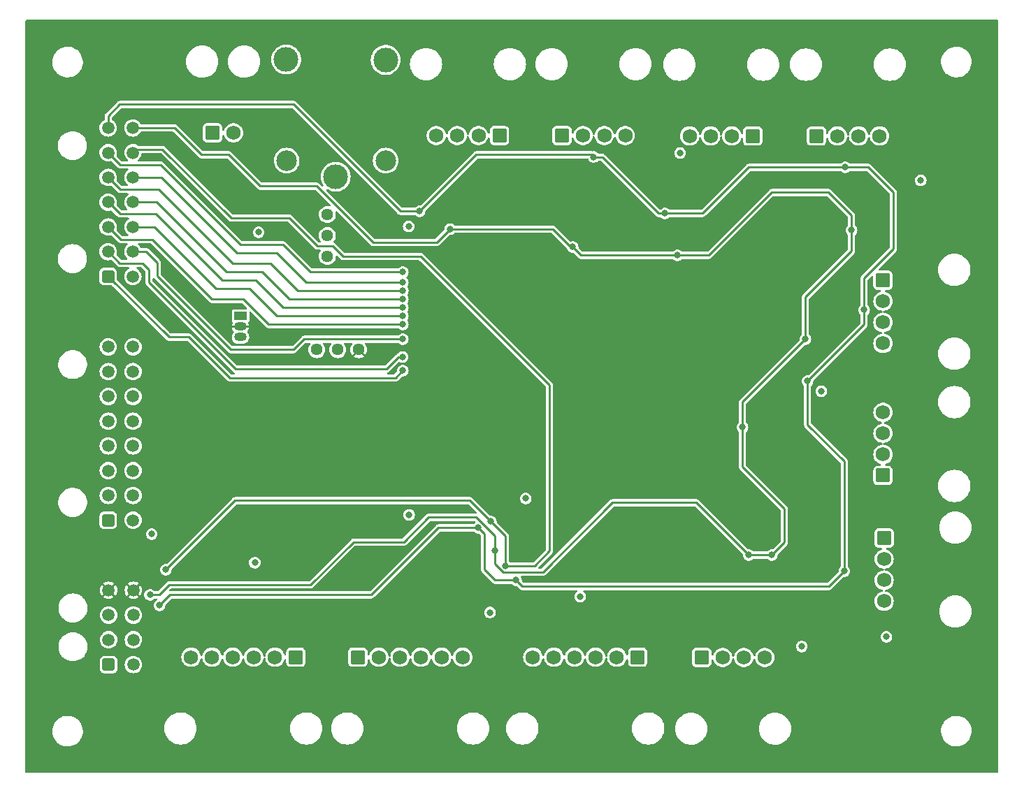
<source format=gbr>
%TF.GenerationSoftware,KiCad,Pcbnew,7.0.6*%
%TF.CreationDate,2023-10-25T23:51:53-07:00*%
%TF.ProjectId,controller-heat,636f6e74-726f-46c6-9c65-722d68656174,rev?*%
%TF.SameCoordinates,Original*%
%TF.FileFunction,Copper,L4,Bot*%
%TF.FilePolarity,Positive*%
%FSLAX46Y46*%
G04 Gerber Fmt 4.6, Leading zero omitted, Abs format (unit mm)*
G04 Created by KiCad (PCBNEW 7.0.6) date 2023-10-25 23:51:53*
%MOMM*%
%LPD*%
G01*
G04 APERTURE LIST*
G04 Aperture macros list*
%AMRoundRect*
0 Rectangle with rounded corners*
0 $1 Rounding radius*
0 $2 $3 $4 $5 $6 $7 $8 $9 X,Y pos of 4 corners*
0 Add a 4 corners polygon primitive as box body*
4,1,4,$2,$3,$4,$5,$6,$7,$8,$9,$2,$3,0*
0 Add four circle primitives for the rounded corners*
1,1,$1+$1,$2,$3*
1,1,$1+$1,$4,$5*
1,1,$1+$1,$6,$7*
1,1,$1+$1,$8,$9*
0 Add four rect primitives between the rounded corners*
20,1,$1+$1,$2,$3,$4,$5,0*
20,1,$1+$1,$4,$5,$6,$7,0*
20,1,$1+$1,$6,$7,$8,$9,0*
20,1,$1+$1,$8,$9,$2,$3,0*%
G04 Aperture macros list end*
%TA.AperFunction,ComponentPad*%
%ADD10RoundRect,0.250560X-0.619440X0.619440X-0.619440X-0.619440X0.619440X-0.619440X0.619440X0.619440X0*%
%TD*%
%TA.AperFunction,ComponentPad*%
%ADD11C,1.740000*%
%TD*%
%TA.AperFunction,ComponentPad*%
%ADD12RoundRect,0.250001X0.499999X-0.499999X0.499999X0.499999X-0.499999X0.499999X-0.499999X-0.499999X0*%
%TD*%
%TA.AperFunction,ComponentPad*%
%ADD13C,1.500000*%
%TD*%
%TA.AperFunction,ComponentPad*%
%ADD14RoundRect,0.250560X0.619440X0.619440X-0.619440X0.619440X-0.619440X-0.619440X0.619440X-0.619440X0*%
%TD*%
%TA.AperFunction,ComponentPad*%
%ADD15R,1.500000X1.050000*%
%TD*%
%TA.AperFunction,ComponentPad*%
%ADD16O,1.500000X1.050000*%
%TD*%
%TA.AperFunction,ComponentPad*%
%ADD17C,1.440000*%
%TD*%
%TA.AperFunction,ComponentPad*%
%ADD18RoundRect,0.250560X-0.619440X-0.619440X0.619440X-0.619440X0.619440X0.619440X-0.619440X0.619440X0*%
%TD*%
%TA.AperFunction,ComponentPad*%
%ADD19C,3.000000*%
%TD*%
%TA.AperFunction,ComponentPad*%
%ADD20C,2.500000*%
%TD*%
%TA.AperFunction,ComponentPad*%
%ADD21RoundRect,0.250560X0.619440X-0.619440X0.619440X0.619440X-0.619440X0.619440X-0.619440X-0.619440X0*%
%TD*%
%TA.AperFunction,ViaPad*%
%ADD22C,0.800000*%
%TD*%
%TA.AperFunction,Conductor*%
%ADD23C,0.250000*%
%TD*%
G04 APERTURE END LIST*
D10*
%TO.P,J15,1,Pin_1*%
%TO.N,+12V*%
X188908638Y-80471323D03*
D11*
%TO.P,J15,2,Pin_2*%
%TO.N,/MOSFET_HLX*%
X188908638Y-83011323D03*
%TO.P,J15,3,Pin_3*%
%TO.N,/TCX-*%
X188908638Y-85581323D03*
%TO.P,J15,4,Pin_4*%
%TO.N,/TCX+*%
X188908638Y-88121323D03*
%TD*%
D10*
%TO.P,J6,1,Pin_1*%
%TO.N,+12V*%
X189035638Y-111713323D03*
D11*
%TO.P,J6,2,Pin_2*%
%TO.N,/MOSFET_HL6*%
X189035638Y-114253323D03*
%TO.P,J6,3,Pin_3*%
%TO.N,/TC6-*%
X189035638Y-116823323D03*
%TO.P,J6,4,Pin_4*%
%TO.N,/TC6+*%
X189035638Y-119363323D03*
%TD*%
D12*
%TO.P,J14,1,Pin_1*%
%TO.N,/DMS_RTD_DRDY*%
X95061638Y-109547323D03*
D13*
%TO.P,J14,2,Pin_2*%
%TO.N,/DMS_PWM_IN*%
X95061638Y-106547323D03*
%TO.P,J14,3,Pin_3*%
%TO.N,/GC_RTD_CS*%
X95061638Y-103547323D03*
%TO.P,J14,4,Pin_4*%
%TO.N,/uPC_RTD_DRDY*%
X95061638Y-100547323D03*
%TO.P,J14,5,Pin_5*%
%TO.N,/uPC_PWM_IN*%
X95061638Y-97547323D03*
%TO.P,J14,6,Pin_6*%
%TO.N,/HL7_CS*%
X95061638Y-94547323D03*
%TO.P,J14,7,Pin_7*%
%TO.N,/HL6_PWM_IN*%
X95061638Y-91547323D03*
%TO.P,J14,8,Pin_8*%
%TO.N,unconnected-(J14-Pin_8-Pad8)*%
X95061638Y-88547323D03*
%TO.P,J14,9,Pin_9*%
%TO.N,/DMS_RTD_CS*%
X98061638Y-109547323D03*
%TO.P,J14,10,Pin_10*%
%TO.N,/GC_PWM_IN*%
X98061638Y-106547323D03*
%TO.P,J14,11,Pin_11*%
%TO.N,/GC_RTD_DRDY*%
X98061638Y-103547323D03*
%TO.P,J14,12,Pin_12*%
%TO.N,/uPC_RTD_CS*%
X98061638Y-100547323D03*
%TO.P,J14,13,Pin_13*%
%TO.N,/HL7_PWM_IN*%
X98061638Y-97547323D03*
%TO.P,J14,14,Pin_14*%
%TO.N,/HL6_CS*%
X98061638Y-94547323D03*
%TO.P,J14,15,Pin_15*%
%TO.N,/HL5_PWM_IN*%
X98061638Y-91547323D03*
%TO.P,J14,16,Pin_16*%
%TO.N,/HL5_CS*%
X98061638Y-88547323D03*
%TD*%
D14*
%TO.P,J10,1,Pin_1*%
%TO.N,+24V*%
X117789638Y-126144323D03*
D11*
%TO.P,J10,2,Pin_2*%
%TO.N,/MOSFET_DMS*%
X115249638Y-126144323D03*
%TO.P,J10,3,Pin_3*%
%TO.N,/DMS_RTD--*%
X112679638Y-126144323D03*
%TO.P,J10,4,Pin_4*%
%TO.N,/DMS_RTD-*%
X110139638Y-126144323D03*
%TO.P,J10,5,Pin_5*%
%TO.N,/DMS_RTD+*%
X107629638Y-126144323D03*
%TO.P,J10,6,Pin_6*%
%TO.N,/DMS_RTD++*%
X105089638Y-126144323D03*
%TD*%
D15*
%TO.P,U18,1,VO*%
%TO.N,Net-(U18-VO)*%
X111082638Y-84823323D03*
D16*
%TO.P,U18,2,GND*%
%TO.N,GNDREF*%
X111082638Y-86093323D03*
%TO.P,U18,3,VI*%
%TO.N,+3.3V*%
X111082638Y-87363323D03*
%TD*%
D14*
%TO.P,J9,1,Pin_1*%
%TO.N,+24V*%
X159194638Y-126144323D03*
D11*
%TO.P,J9,2,Pin_2*%
%TO.N,/MOSFET_uPC*%
X156654638Y-126144323D03*
%TO.P,J9,3,Pin_3*%
%TO.N,/uPC_RTD--*%
X154084638Y-126144323D03*
%TO.P,J9,4,Pin_4*%
%TO.N,/uPC_RTD-*%
X151544638Y-126144323D03*
%TO.P,J9,5,Pin_5*%
%TO.N,/uPC_RTD+*%
X149034638Y-126144323D03*
%TO.P,J9,6,Pin_6*%
%TO.N,/uPC_RTD++*%
X146494638Y-126144323D03*
%TD*%
D12*
%TO.P,J11,1,Pin_1*%
%TO.N,/HLX_CS*%
X95046800Y-80012800D03*
D13*
%TO.P,J11,2,Pin_2*%
%TO.N,/HLX_PWM_IN*%
X95046800Y-77012800D03*
%TO.P,J11,3,Pin_3*%
%TO.N,/HL4_PWM_IN*%
X95046800Y-74012800D03*
%TO.P,J11,4,Pin_4*%
%TO.N,/HL3_CS*%
X95046800Y-71012800D03*
%TO.P,J11,5,Pin_5*%
%TO.N,/HL2_PWM_IN*%
X95046800Y-68012800D03*
%TO.P,J11,6,Pin_6*%
%TO.N,/HL1_CS*%
X95046800Y-65012800D03*
%TO.P,J11,7,Pin_7*%
%TO.N,/SCK_1*%
X95046800Y-62012800D03*
%TO.P,J11,8,Pin_8*%
%TO.N,/SAFETY_CS*%
X98046800Y-80012800D03*
%TO.P,J11,9,Pin_9*%
%TO.N,/HL4_CS*%
X98046800Y-77012800D03*
%TO.P,J11,10,Pin_10*%
%TO.N,/HL3_PWM_IN*%
X98046800Y-74012800D03*
%TO.P,J11,11,Pin_11*%
%TO.N,/HL2_CS*%
X98046800Y-71012800D03*
%TO.P,J11,12,Pin_12*%
%TO.N,/HL1_PWM_IN*%
X98046800Y-68012800D03*
%TO.P,J11,13,Pin_13*%
%TO.N,/MOSI_1*%
X98046800Y-65012800D03*
%TO.P,J11,14,Pin_14*%
%TO.N,/MISO_1*%
X98046800Y-62012800D03*
%TD*%
D17*
%TO.P,RV1,1,1*%
%TO.N,Net-(U23-G1)*%
X121602638Y-77594323D03*
%TO.P,RV1,2,2*%
%TO.N,Net-(U19-+)*%
X121602638Y-75054323D03*
%TO.P,RV1,3,3*%
%TO.N,Net-(R52-Pad1)*%
X121602638Y-72514323D03*
%TD*%
D18*
%TO.P,J2,1,Pin_1*%
%TO.N,/SAFETY_12V*%
X150033638Y-62933323D03*
D11*
%TO.P,J2,2,Pin_2*%
%TO.N,/MOSFET_HL2*%
X152573638Y-62933323D03*
%TO.P,J2,3,Pin_3*%
%TO.N,/TC2-*%
X155143638Y-62933323D03*
%TO.P,J2,4,Pin_4*%
%TO.N,/TC2+*%
X157683638Y-62933323D03*
%TD*%
D18*
%TO.P,J13,1,Pin_1*%
%TO.N,/Safet Cutoff/TC_SAFETY-*%
X107695638Y-62609323D03*
D11*
%TO.P,J13,2,Pin_2*%
%TO.N,/Safet Cutoff/TC_SAFETY+*%
X110235638Y-62609323D03*
%TD*%
D12*
%TO.P,J12,1,Pin_1*%
%TO.N,+24V*%
X95104638Y-127042323D03*
D13*
%TO.P,J12,2,Pin_2*%
%TO.N,+12V*%
X95104638Y-124042323D03*
%TO.P,J12,3,Pin_3*%
%TO.N,+3.3V*%
X95104638Y-121042323D03*
%TO.P,J12,4,Pin_4*%
%TO.N,GNDREF*%
X95104638Y-118042323D03*
%TO.P,J12,5,Pin_5*%
%TO.N,+24V*%
X98104638Y-127042323D03*
%TO.P,J12,6,Pin_6*%
%TO.N,+12V*%
X98104638Y-124042323D03*
%TO.P,J12,7,Pin_7*%
%TO.N,+3.3V*%
X98104638Y-121042323D03*
%TO.P,J12,8,Pin_8*%
%TO.N,GNDREF*%
X98104638Y-118042323D03*
%TD*%
D17*
%TO.P,RV2,1,1*%
%TO.N,+3.3V*%
X120322638Y-88887323D03*
%TO.P,RV2,2,2*%
%TO.N,/Safet Cutoff/V_CUTOFF*%
X122862638Y-88887323D03*
%TO.P,RV2,3,3*%
%TO.N,GNDREF*%
X125402638Y-88887323D03*
%TD*%
D19*
%TO.P,K1,1*%
%TO.N,/SAFETY_12V*%
X122618638Y-67923323D03*
D20*
%TO.P,K1,2*%
%TO.N,Net-(D1-A)*%
X128668638Y-65973323D03*
D19*
%TO.P,K1,3*%
%TO.N,Net-(K1-Pad3)*%
X128668638Y-53773323D03*
%TO.P,K1,4*%
%TO.N,+12V*%
X116618638Y-53723323D03*
D20*
%TO.P,K1,5*%
X116668638Y-65973323D03*
%TD*%
D18*
%TO.P,J4,1,Pin_1*%
%TO.N,+12V*%
X180843888Y-62984073D03*
D11*
%TO.P,J4,2,Pin_2*%
%TO.N,/MOSFET_HL4*%
X183383888Y-62984073D03*
%TO.P,J4,3,Pin_3*%
%TO.N,/TC4-*%
X185953888Y-62984073D03*
%TO.P,J4,4,Pin_4*%
%TO.N,/TC4+*%
X188493888Y-62984073D03*
%TD*%
D14*
%TO.P,J3,1,Pin_1*%
%TO.N,+24V*%
X173130888Y-62984073D03*
D11*
%TO.P,J3,2,Pin_2*%
%TO.N,/MOSFET_HL3*%
X170590888Y-62984073D03*
%TO.P,J3,3,Pin_3*%
%TO.N,/TC3-*%
X168020888Y-62984073D03*
%TO.P,J3,4,Pin_4*%
%TO.N,/TC3+*%
X165480888Y-62984073D03*
%TD*%
D18*
%TO.P,J8,1,Pin_1*%
%TO.N,+24V*%
X125288638Y-126144323D03*
D11*
%TO.P,J8,2,Pin_2*%
%TO.N,/MOSFET_GC*%
X127828638Y-126144323D03*
%TO.P,J8,3,Pin_3*%
%TO.N,/GC_RTD--*%
X130398638Y-126144323D03*
%TO.P,J8,4,Pin_4*%
%TO.N,/GC_RTD-*%
X132938638Y-126144323D03*
%TO.P,J8,5,Pin_5*%
%TO.N,/GC_RTD+*%
X135448638Y-126144323D03*
%TO.P,J8,6,Pin_6*%
%TO.N,/GC_RTD++*%
X137988638Y-126144323D03*
%TD*%
D14*
%TO.P,J1,1,Pin_1*%
%TO.N,/SAFETY_12V*%
X142447638Y-62933323D03*
D11*
%TO.P,J1,2,Pin_2*%
%TO.N,/MOSFET_HL1*%
X139907638Y-62933323D03*
%TO.P,J1,3,Pin_3*%
%TO.N,/TC1-*%
X137337638Y-62933323D03*
%TO.P,J1,4,Pin_4*%
%TO.N,/TC1+*%
X134797638Y-62933323D03*
%TD*%
D21*
%TO.P,J5,1,Pin_1*%
%TO.N,+12V*%
X188908638Y-104127323D03*
D11*
%TO.P,J5,2,Pin_2*%
%TO.N,/MOSFET_HL5*%
X188908638Y-101587323D03*
%TO.P,J5,3,Pin_3*%
%TO.N,/TC5-*%
X188908638Y-99017323D03*
%TO.P,J5,4,Pin_4*%
%TO.N,/TC5+*%
X188908638Y-96477323D03*
%TD*%
D18*
%TO.P,J7,1,Pin_1*%
%TO.N,+12V*%
X166941638Y-126179323D03*
D11*
%TO.P,J7,2,Pin_2*%
%TO.N,/MOSFET_HL7*%
X169481638Y-126179323D03*
%TO.P,J7,3,Pin_3*%
%TO.N,/TC7-*%
X172051638Y-126179323D03*
%TO.P,J7,4,Pin_4*%
%TO.N,/TC7+*%
X174591638Y-126179323D03*
%TD*%
D22*
%TO.N,GNDREF*%
X191452638Y-74155323D03*
X168948238Y-116471723D03*
X163258638Y-70853323D03*
X110680638Y-123431323D03*
X117030638Y-71615323D03*
X178409600Y-92049600D03*
X139128638Y-122415323D03*
X152336638Y-123431323D03*
X167068638Y-79235323D03*
X173418638Y-101079323D03*
X119824638Y-115100123D03*
X140500238Y-72478923D03*
X133032638Y-108445323D03*
X145224638Y-122415323D03*
X178498638Y-73901323D03*
X142684638Y-123939323D03*
X161480638Y-116319323D03*
X125158638Y-71107323D03*
X170523038Y-72428123D03*
X179565438Y-78879723D03*
X138366638Y-79743323D03*
X105346638Y-66281323D03*
X182562638Y-124447323D03*
X126936638Y-109461323D03*
X160464638Y-110477323D03*
X188658638Y-92443323D03*
X111188638Y-109461323D03*
X100266638Y-109461323D03*
X148272638Y-72631323D03*
X170878638Y-91427323D03*
X179514638Y-110350323D03*
X193230638Y-63741323D03*
X127190638Y-116674923D03*
X132778638Y-122415323D03*
X179286038Y-102120723D03*
X103822638Y-122161323D03*
X130746638Y-70091323D03*
%TO.N,+3.3V*%
X113271438Y-74663323D03*
X145631038Y-106921323D03*
X100317438Y-111239323D03*
X193484638Y-68364123D03*
X112814238Y-114693723D03*
X181445038Y-93916523D03*
X131457838Y-73952123D03*
X179057438Y-124853723D03*
X131508638Y-108902523D03*
X152235038Y-118808523D03*
X164325438Y-65062123D03*
X141313038Y-120738923D03*
X189319038Y-123685323D03*
%TO.N,/HL1_PWM_IN*%
X130746638Y-80759323D03*
%TO.N,/HL2_PWM_IN*%
X130746638Y-81758826D03*
%TO.N,/HL3_PWM_IN*%
X130746638Y-84823323D03*
%TO.N,/HL4_PWM_IN*%
X130746638Y-85839323D03*
%TO.N,/HL4_CS*%
X130746638Y-87617323D03*
%TO.N,/HL3_CS*%
X130746638Y-83807323D03*
%TO.N,/HL2_CS*%
X130746638Y-82791323D03*
%TO.N,/HL1_CS*%
X130746638Y-79489323D03*
%TO.N,/MOSI_1*%
X143192638Y-115112823D03*
X141414638Y-109715323D03*
X102044638Y-115557323D03*
%TO.N,/MISO_1*%
X185102638Y-74409323D03*
X175450638Y-113779323D03*
X151320638Y-76441323D03*
X172656638Y-113779323D03*
X141922638Y-113271323D03*
X136461638Y-74282323D03*
X171894638Y-98285323D03*
X164020638Y-77457323D03*
X100114238Y-118605323D03*
X179514638Y-87617323D03*
%TO.N,/SCK_1*%
X153860638Y-65532000D03*
X132778638Y-72123323D03*
X179768638Y-92697323D03*
X139890638Y-110477323D03*
X184213638Y-115722400D03*
X184340638Y-66789323D03*
X162496638Y-72377323D03*
X101282638Y-119875323D03*
X186626638Y-84061323D03*
X144462638Y-116827323D03*
%TO.N,/HLX_PWM_IN*%
X130708400Y-89763600D03*
%TO.N,/HLX_CS*%
X130746638Y-91427323D03*
%TD*%
D23*
%TO.N,/HL1_PWM_IN*%
X119062638Y-80759323D02*
X115506638Y-77203323D01*
X130746638Y-80759323D02*
X119062638Y-80759323D01*
X98055200Y-68021200D02*
X98046800Y-68012800D01*
X101498515Y-68021200D02*
X98055200Y-68021200D01*
X110680638Y-77203323D02*
X101498515Y-68021200D01*
X115506638Y-77203323D02*
X110680638Y-77203323D01*
%TO.N,/HL2_PWM_IN*%
X114744638Y-78473323D02*
X110172638Y-78473323D01*
X118046638Y-81775323D02*
X114744638Y-78473323D01*
X101193715Y-69494400D02*
X96528400Y-69494400D01*
X110172638Y-78473323D02*
X101193715Y-69494400D01*
X130746638Y-81758826D02*
X130730141Y-81775323D01*
X130730141Y-81775323D02*
X118046638Y-81775323D01*
X96528400Y-69494400D02*
X95046800Y-68012800D01*
%TO.N,/HL3_PWM_IN*%
X112204638Y-81521323D02*
X108140638Y-81521323D01*
X108140638Y-81521323D02*
X100632115Y-74012800D01*
X100632115Y-74012800D02*
X98046800Y-74012800D01*
X115506638Y-84823323D02*
X112204638Y-81521323D01*
X130746638Y-84823323D02*
X115506638Y-84823323D01*
%TO.N,/HL4_PWM_IN*%
X130746638Y-85839323D02*
X114490638Y-85839323D01*
X114490638Y-85839323D02*
X111442638Y-82791323D01*
X96573600Y-75539600D02*
X95046800Y-74012800D01*
X107632638Y-82791323D02*
X100380915Y-75539600D01*
X111442638Y-82791323D02*
X107632638Y-82791323D01*
X100380915Y-75539600D02*
X96573600Y-75539600D01*
%TO.N,/HL4_CS*%
X109918638Y-88887323D02*
X101028638Y-79997323D01*
X117538638Y-88887323D02*
X109918638Y-88887323D01*
X99669600Y-77012800D02*
X98046800Y-77012800D01*
X118808638Y-87617323D02*
X117538638Y-88887323D01*
X101028638Y-79997323D02*
X101028638Y-78371838D01*
X101028638Y-78371838D02*
X99669600Y-77012800D01*
X130746638Y-87617323D02*
X118808638Y-87617323D01*
%TO.N,/HL3_CS*%
X130746638Y-83807323D02*
X116268638Y-83807323D01*
X108902638Y-80505323D02*
X100838115Y-72440800D01*
X112966638Y-80505323D02*
X108902638Y-80505323D01*
X96474800Y-72440800D02*
X95046800Y-71012800D01*
X100838115Y-72440800D02*
X96474800Y-72440800D01*
X116268638Y-83807323D02*
X112966638Y-80505323D01*
%TO.N,/HL2_CS*%
X130746638Y-82791323D02*
X117030638Y-82791323D01*
X100934115Y-71012800D02*
X98046800Y-71012800D01*
X109410638Y-79489323D02*
X100934115Y-71012800D01*
X113728638Y-79489323D02*
X109410638Y-79489323D01*
X117030638Y-82791323D02*
X113728638Y-79489323D01*
%TO.N,/HL1_CS*%
X130746638Y-79489323D02*
X119570638Y-79489323D01*
X119570638Y-79489323D02*
X116268638Y-76187323D01*
X116268638Y-76187323D02*
X111085918Y-76187323D01*
X101395795Y-66497200D02*
X96531200Y-66497200D01*
X111085918Y-76187323D02*
X101395795Y-66497200D01*
X96531200Y-66497200D02*
X95046800Y-65012800D01*
%TO.N,/MOSI_1*%
X138874638Y-107175323D02*
X141414638Y-109715323D01*
X120383438Y-76339723D02*
X116979838Y-72936123D01*
X116979838Y-72936123D02*
X109969438Y-72936123D01*
X143192638Y-111493323D02*
X143192638Y-115112823D01*
X132931038Y-77609723D02*
X123545892Y-77609723D01*
X123545892Y-77609723D02*
X122275892Y-76339723D01*
X110426638Y-107175323D02*
X138874638Y-107175323D01*
X102044638Y-115557323D02*
X110426638Y-107175323D01*
X148526638Y-113271323D02*
X148526638Y-93205323D01*
X122275892Y-76339723D02*
X120383438Y-76339723D01*
X109969438Y-72936123D02*
X101632638Y-64599323D01*
X143192638Y-115112823D02*
X146685138Y-115112823D01*
X101632638Y-64599323D02*
X98460277Y-64599323D01*
X146685138Y-115112823D02*
X148526638Y-113271323D01*
X98460277Y-64599323D02*
X98046800Y-65012800D01*
X141414638Y-109715323D02*
X143192638Y-111493323D01*
X148526638Y-93205323D02*
X132931038Y-77609723D01*
%TO.N,/MISO_1*%
X151066638Y-76441323D02*
X148907638Y-74282323D01*
X102451038Y-117386123D02*
X119570638Y-117386123D01*
X147738138Y-115837823D02*
X156146638Y-107429323D01*
X185102638Y-72631323D02*
X185102638Y-74409323D01*
X109664638Y-65265323D02*
X106362638Y-65265323D01*
X151320638Y-76441323D02*
X152336638Y-77457323D01*
X171894638Y-98285323D02*
X171894638Y-103111323D01*
X141922638Y-113271323D02*
X141922638Y-114868128D01*
X133845438Y-109207323D02*
X139645943Y-109207323D01*
X124752238Y-112204523D02*
X130848238Y-112204523D01*
X141922638Y-111484018D02*
X141922638Y-113271323D01*
X171894638Y-98285323D02*
X171894638Y-95237323D01*
X176974638Y-112255323D02*
X175450638Y-113779323D01*
X176974638Y-108191323D02*
X176974638Y-112255323D01*
X166306638Y-107429323D02*
X172656638Y-113779323D01*
X156146638Y-107429323D02*
X166306638Y-107429323D01*
X120332638Y-69075323D02*
X113474638Y-69075323D01*
X98060800Y-62026800D02*
X98046800Y-62012800D01*
X148907638Y-74282323D02*
X136461638Y-74282323D01*
X152336638Y-77457323D02*
X164020638Y-77457323D01*
X134861438Y-75882523D02*
X127139838Y-75882523D01*
X136461638Y-74282323D02*
X134861438Y-75882523D01*
X142892333Y-115837823D02*
X147738138Y-115837823D01*
X185102638Y-74409323D02*
X185102638Y-76949323D01*
X130848238Y-112204523D02*
X133845438Y-109207323D01*
X127139838Y-75882523D02*
X120332638Y-69075323D01*
X119570638Y-117386123D02*
X124752238Y-112204523D01*
X164020638Y-77457323D02*
X167830638Y-77457323D01*
X113474638Y-69075323D02*
X109664638Y-65265323D01*
X182308638Y-69837323D02*
X185102638Y-72631323D01*
X175450638Y-69837323D02*
X182308638Y-69837323D01*
X106362638Y-65265323D02*
X103124115Y-62026800D01*
X171894638Y-103111323D02*
X176974638Y-108191323D01*
X100114238Y-118605323D02*
X101231838Y-118605323D01*
X139645943Y-109207323D02*
X141922638Y-111484018D01*
X101231838Y-118605323D02*
X102451038Y-117386123D01*
X185102638Y-76949323D02*
X179514638Y-82537323D01*
X141922638Y-114868128D02*
X142892333Y-115837823D01*
X167830638Y-77457323D02*
X175450638Y-69837323D01*
X179514638Y-82537323D02*
X179514638Y-87617323D01*
X172656638Y-113779323D02*
X175450638Y-113779323D01*
X171894638Y-95237323D02*
X179514638Y-87617323D01*
X151320638Y-76441323D02*
X151066638Y-76441323D01*
X103124115Y-62026800D02*
X98060800Y-62026800D01*
%TO.N,/SCK_1*%
X153860638Y-65532000D02*
X154889315Y-65532000D01*
X132778638Y-72123323D02*
X130492638Y-72123323D01*
X179768638Y-92697323D02*
X186626638Y-85839323D01*
X144462638Y-116827323D02*
X141922638Y-116827323D01*
X96456638Y-59169323D02*
X95046800Y-60579161D01*
X145224638Y-117589323D02*
X144462638Y-116827323D01*
X126936638Y-118605323D02*
X135064638Y-110477323D01*
X182333877Y-117589323D02*
X145224638Y-117589323D01*
X95046800Y-60579161D02*
X95046800Y-62012800D01*
X190182638Y-76695323D02*
X186626638Y-80251323D01*
X184213638Y-115722400D02*
X184200800Y-115709562D01*
X140652638Y-111239323D02*
X139890638Y-110477323D01*
X184200800Y-115709562D02*
X184200800Y-102412685D01*
X101282638Y-119875323D02*
X102552638Y-118605323D01*
X139636638Y-65265323D02*
X132778638Y-72123323D01*
X153860638Y-65532000D02*
X153593961Y-65265323D01*
X184200800Y-115722400D02*
X182333877Y-117589323D01*
X184340638Y-66789323D02*
X172656638Y-66789323D01*
X154889315Y-65532000D02*
X161734638Y-72377323D01*
X187134638Y-66789323D02*
X190182638Y-69837323D01*
X179768638Y-97980523D02*
X179768638Y-92697323D01*
X135064638Y-110477323D02*
X139890638Y-110477323D01*
X172656638Y-66789323D02*
X167068638Y-72377323D01*
X117538638Y-59169323D02*
X96456638Y-59169323D01*
X186626638Y-80251323D02*
X186626638Y-84061323D01*
X184200800Y-102412685D02*
X179768638Y-97980523D01*
X184213638Y-115722400D02*
X184200800Y-115722400D01*
X141922638Y-116827323D02*
X140652638Y-115557323D01*
X130492638Y-72123323D02*
X117538638Y-59169323D01*
X161734638Y-72377323D02*
X162496638Y-72377323D01*
X140652638Y-115557323D02*
X140652638Y-111239323D01*
X184340638Y-66789323D02*
X187134638Y-66789323D01*
X167068638Y-72377323D02*
X162496638Y-72377323D01*
X153593961Y-65265323D02*
X139636638Y-65265323D01*
X102552638Y-118605323D02*
X126936638Y-118605323D01*
X186626638Y-85839323D02*
X186626638Y-84061323D01*
X190182638Y-69837323D02*
X190182638Y-76695323D01*
%TO.N,/HLX_PWM_IN*%
X128778000Y-91236800D02*
X110490115Y-91236800D01*
X110490115Y-91236800D02*
X100012638Y-80759323D01*
X130708400Y-89763600D02*
X130251200Y-89763600D01*
X100012638Y-80759323D02*
X100012638Y-79235323D01*
X100012638Y-79235323D02*
X99212515Y-78435200D01*
X99212515Y-78435200D02*
X96469200Y-78435200D01*
X96469200Y-78435200D02*
X95046800Y-77012800D01*
X130251200Y-89763600D02*
X128778000Y-91236800D01*
%TO.N,/HLX_CS*%
X102397323Y-87363323D02*
X94977638Y-79943638D01*
X130746638Y-91427323D02*
X129870361Y-92303600D01*
X109778915Y-92303600D02*
X104838638Y-87363323D01*
X129870361Y-92303600D02*
X109778915Y-92303600D01*
X104838638Y-87363323D02*
X102397323Y-87363323D01*
%TD*%
%TA.AperFunction,Conductor*%
%TO.N,GNDREF*%
G36*
X139485372Y-109652508D02*
G01*
X139506014Y-109669142D01*
X139530427Y-109693555D01*
X139563912Y-109754878D01*
X139558928Y-109824570D01*
X139517056Y-109880503D01*
X139500375Y-109891031D01*
X139489787Y-109896587D01*
X139362452Y-110009396D01*
X139361871Y-110010053D01*
X139361325Y-110010395D01*
X139356841Y-110014368D01*
X139356180Y-110013622D01*
X139302680Y-110047178D01*
X139269058Y-110051823D01*
X134997242Y-110051823D01*
X134974277Y-110059285D01*
X134955360Y-110063826D01*
X134931511Y-110067603D01*
X134909996Y-110078566D01*
X134892023Y-110086011D01*
X134869056Y-110093473D01*
X134849514Y-110107671D01*
X134832933Y-110117831D01*
X134811419Y-110128793D01*
X134811416Y-110128796D01*
X134770006Y-110170204D01*
X134770002Y-110170210D01*
X126796709Y-118143504D01*
X126735386Y-118176989D01*
X126709028Y-118179823D01*
X102558447Y-118179823D01*
X102491408Y-118160138D01*
X102445653Y-118107334D01*
X102435709Y-118038176D01*
X102464734Y-117974620D01*
X102470766Y-117968142D01*
X102590966Y-117847942D01*
X102652289Y-117814457D01*
X102678647Y-117811623D01*
X119638030Y-117811623D01*
X119638031Y-117811623D01*
X119660998Y-117804159D01*
X119679914Y-117799618D01*
X119703764Y-117795842D01*
X119725274Y-117784880D01*
X119743252Y-117777433D01*
X119766219Y-117769972D01*
X119785756Y-117755776D01*
X119802344Y-117745611D01*
X119823858Y-117734651D01*
X119919166Y-117639343D01*
X119977725Y-117580784D01*
X119977738Y-117580769D01*
X124892166Y-112666342D01*
X124953490Y-112632857D01*
X124979848Y-112630023D01*
X130915630Y-112630023D01*
X130915631Y-112630023D01*
X130938598Y-112622559D01*
X130957514Y-112618018D01*
X130981364Y-112614242D01*
X131002874Y-112603280D01*
X131020852Y-112595833D01*
X131043819Y-112588372D01*
X131063356Y-112574176D01*
X131079944Y-112564011D01*
X131101458Y-112553051D01*
X131196766Y-112457743D01*
X131196766Y-112457742D01*
X133985366Y-109669142D01*
X134046690Y-109635657D01*
X134073048Y-109632823D01*
X139418333Y-109632823D01*
X139485372Y-109652508D01*
G37*
%TD.AperFunction*%
%TA.AperFunction,Conductor*%
G36*
X202825177Y-48935508D02*
G01*
X202870932Y-48988312D01*
X202882138Y-49039823D01*
X202882138Y-140070823D01*
X202862453Y-140137862D01*
X202809649Y-140183617D01*
X202758138Y-140194823D01*
X85151138Y-140194823D01*
X85084099Y-140175138D01*
X85038344Y-140122334D01*
X85027138Y-140070823D01*
X85027138Y-135174163D01*
X88286587Y-135174163D01*
X88316213Y-135443413D01*
X88316215Y-135443424D01*
X88365427Y-135631661D01*
X88384728Y-135705488D01*
X88490670Y-135954790D01*
X88631779Y-136186005D01*
X88631786Y-136186015D01*
X88805053Y-136394219D01*
X88805059Y-136394224D01*
X88910040Y-136488287D01*
X89006798Y-136574982D01*
X89232710Y-136724444D01*
X89477976Y-136839420D01*
X89477983Y-136839422D01*
X89477985Y-136839423D01*
X89737357Y-136917457D01*
X89737364Y-136917458D01*
X89737369Y-136917460D01*
X90005361Y-136956900D01*
X90005366Y-136956900D01*
X90208436Y-136956900D01*
X90259933Y-136953130D01*
X90410956Y-136942077D01*
X90523558Y-136916993D01*
X90675346Y-136883182D01*
X90675348Y-136883181D01*
X90675353Y-136883180D01*
X90928358Y-136786414D01*
X91164577Y-136653841D01*
X91378977Y-136488288D01*
X91566986Y-136293281D01*
X91724599Y-136072979D01*
X91825597Y-135876536D01*
X91848449Y-135832090D01*
X91848451Y-135832084D01*
X91848456Y-135832075D01*
X91935918Y-135575705D01*
X91985119Y-135309333D01*
X91995012Y-135038635D01*
X91967030Y-134784324D01*
X101864156Y-134784324D01*
X101884060Y-135062622D01*
X101943365Y-135335239D01*
X101943367Y-135335246D01*
X101983711Y-135443413D01*
X102040869Y-135596661D01*
X102040871Y-135596665D01*
X102174578Y-135841530D01*
X102174583Y-135841538D01*
X102341776Y-136064883D01*
X102341792Y-136064901D01*
X102539059Y-136262168D01*
X102539077Y-136262184D01*
X102762422Y-136429377D01*
X102762430Y-136429382D01*
X103007295Y-136563089D01*
X103007299Y-136563091D01*
X103007301Y-136563092D01*
X103268715Y-136660594D01*
X103405029Y-136690247D01*
X103541338Y-136719900D01*
X103541340Y-136719900D01*
X103541344Y-136719901D01*
X103749981Y-136734823D01*
X103889295Y-136734823D01*
X104097932Y-136719901D01*
X104370561Y-136660594D01*
X104631975Y-136563092D01*
X104876851Y-136429379D01*
X105100206Y-136262178D01*
X105297493Y-136064891D01*
X105464694Y-135841536D01*
X105598407Y-135596660D01*
X105695909Y-135335246D01*
X105755216Y-135062617D01*
X105775120Y-134784324D01*
X117104156Y-134784324D01*
X117124060Y-135062622D01*
X117183365Y-135335239D01*
X117183367Y-135335246D01*
X117223711Y-135443413D01*
X117280869Y-135596661D01*
X117280871Y-135596665D01*
X117414578Y-135841530D01*
X117414583Y-135841538D01*
X117581776Y-136064883D01*
X117581792Y-136064901D01*
X117779059Y-136262168D01*
X117779077Y-136262184D01*
X118002422Y-136429377D01*
X118002430Y-136429382D01*
X118247295Y-136563089D01*
X118247299Y-136563091D01*
X118247301Y-136563092D01*
X118508715Y-136660594D01*
X118645029Y-136690247D01*
X118781338Y-136719900D01*
X118781340Y-136719900D01*
X118781344Y-136719901D01*
X118989981Y-136734823D01*
X119129295Y-136734823D01*
X119337932Y-136719901D01*
X119610561Y-136660594D01*
X119871975Y-136563092D01*
X120116851Y-136429379D01*
X120340206Y-136262178D01*
X120537493Y-136064891D01*
X120704694Y-135841536D01*
X120838407Y-135596660D01*
X120935909Y-135335246D01*
X120995216Y-135062617D01*
X121015120Y-134784324D01*
X122063156Y-134784324D01*
X122083060Y-135062622D01*
X122142365Y-135335239D01*
X122142367Y-135335246D01*
X122182711Y-135443413D01*
X122239869Y-135596661D01*
X122239871Y-135596665D01*
X122373578Y-135841530D01*
X122373583Y-135841538D01*
X122540776Y-136064883D01*
X122540792Y-136064901D01*
X122738059Y-136262168D01*
X122738077Y-136262184D01*
X122961422Y-136429377D01*
X122961430Y-136429382D01*
X123206295Y-136563089D01*
X123206299Y-136563091D01*
X123206301Y-136563092D01*
X123467715Y-136660594D01*
X123604029Y-136690247D01*
X123740338Y-136719900D01*
X123740340Y-136719900D01*
X123740344Y-136719901D01*
X123948981Y-136734823D01*
X124088295Y-136734823D01*
X124296932Y-136719901D01*
X124569561Y-136660594D01*
X124830975Y-136563092D01*
X125075851Y-136429379D01*
X125299206Y-136262178D01*
X125496493Y-136064891D01*
X125663694Y-135841536D01*
X125797407Y-135596660D01*
X125894909Y-135335246D01*
X125954216Y-135062617D01*
X125974120Y-134784324D01*
X137303156Y-134784324D01*
X137323060Y-135062622D01*
X137382365Y-135335239D01*
X137382367Y-135335246D01*
X137422711Y-135443413D01*
X137479869Y-135596661D01*
X137479871Y-135596665D01*
X137613578Y-135841530D01*
X137613583Y-135841538D01*
X137780776Y-136064883D01*
X137780792Y-136064901D01*
X137978059Y-136262168D01*
X137978077Y-136262184D01*
X138201422Y-136429377D01*
X138201430Y-136429382D01*
X138446295Y-136563089D01*
X138446299Y-136563091D01*
X138446301Y-136563092D01*
X138707715Y-136660594D01*
X138844029Y-136690247D01*
X138980338Y-136719900D01*
X138980340Y-136719900D01*
X138980344Y-136719901D01*
X139188981Y-136734823D01*
X139328295Y-136734823D01*
X139536932Y-136719901D01*
X139809561Y-136660594D01*
X140070975Y-136563092D01*
X140315851Y-136429379D01*
X140539206Y-136262178D01*
X140736493Y-136064891D01*
X140903694Y-135841536D01*
X141037407Y-135596660D01*
X141134909Y-135335246D01*
X141194216Y-135062617D01*
X141214120Y-134784324D01*
X143269156Y-134784324D01*
X143289060Y-135062622D01*
X143348365Y-135335239D01*
X143348367Y-135335246D01*
X143388711Y-135443413D01*
X143445869Y-135596661D01*
X143445871Y-135596665D01*
X143579578Y-135841530D01*
X143579583Y-135841538D01*
X143746776Y-136064883D01*
X143746792Y-136064901D01*
X143944059Y-136262168D01*
X143944077Y-136262184D01*
X144167422Y-136429377D01*
X144167430Y-136429382D01*
X144412295Y-136563089D01*
X144412299Y-136563091D01*
X144412301Y-136563092D01*
X144673715Y-136660594D01*
X144810029Y-136690247D01*
X144946338Y-136719900D01*
X144946340Y-136719900D01*
X144946344Y-136719901D01*
X145154981Y-136734823D01*
X145294295Y-136734823D01*
X145502932Y-136719901D01*
X145775561Y-136660594D01*
X146036975Y-136563092D01*
X146281851Y-136429379D01*
X146505206Y-136262178D01*
X146702493Y-136064891D01*
X146869694Y-135841536D01*
X147003407Y-135596660D01*
X147100909Y-135335246D01*
X147160216Y-135062617D01*
X147180120Y-134784324D01*
X158509156Y-134784324D01*
X158529060Y-135062622D01*
X158588365Y-135335239D01*
X158588367Y-135335246D01*
X158628711Y-135443413D01*
X158685869Y-135596661D01*
X158685871Y-135596665D01*
X158819578Y-135841530D01*
X158819583Y-135841538D01*
X158986776Y-136064883D01*
X158986792Y-136064901D01*
X159184059Y-136262168D01*
X159184077Y-136262184D01*
X159407422Y-136429377D01*
X159407430Y-136429382D01*
X159652295Y-136563089D01*
X159652299Y-136563091D01*
X159652301Y-136563092D01*
X159913715Y-136660594D01*
X160050029Y-136690247D01*
X160186338Y-136719900D01*
X160186340Y-136719900D01*
X160186344Y-136719901D01*
X160394981Y-136734823D01*
X160534295Y-136734823D01*
X160742932Y-136719901D01*
X161015561Y-136660594D01*
X161276975Y-136563092D01*
X161521851Y-136429379D01*
X161745206Y-136262178D01*
X161942493Y-136064891D01*
X162109694Y-135841536D01*
X162243407Y-135596660D01*
X162340909Y-135335246D01*
X162400216Y-135062617D01*
X162417617Y-134819324D01*
X163716156Y-134819324D01*
X163736060Y-135097622D01*
X163787753Y-135335246D01*
X163795367Y-135370246D01*
X163822657Y-135443413D01*
X163892869Y-135631661D01*
X163892871Y-135631665D01*
X164026578Y-135876530D01*
X164026583Y-135876538D01*
X164193776Y-136099883D01*
X164193792Y-136099901D01*
X164391059Y-136297168D01*
X164391077Y-136297184D01*
X164614422Y-136464377D01*
X164614430Y-136464382D01*
X164859295Y-136598089D01*
X164859299Y-136598091D01*
X164859301Y-136598092D01*
X165120715Y-136695594D01*
X165232448Y-136719900D01*
X165393338Y-136754900D01*
X165393340Y-136754900D01*
X165393344Y-136754901D01*
X165601981Y-136769823D01*
X165741295Y-136769823D01*
X165949932Y-136754901D01*
X166222561Y-136695594D01*
X166483975Y-136598092D01*
X166728851Y-136464379D01*
X166952206Y-136297178D01*
X167149493Y-136099891D01*
X167316694Y-135876536D01*
X167450407Y-135631660D01*
X167547909Y-135370246D01*
X167607216Y-135097617D01*
X167627120Y-134819324D01*
X173876156Y-134819324D01*
X173896060Y-135097622D01*
X173947753Y-135335246D01*
X173955367Y-135370246D01*
X173982657Y-135443413D01*
X174052869Y-135631661D01*
X174052871Y-135631665D01*
X174186578Y-135876530D01*
X174186583Y-135876538D01*
X174353776Y-136099883D01*
X174353792Y-136099901D01*
X174551059Y-136297168D01*
X174551077Y-136297184D01*
X174774422Y-136464377D01*
X174774430Y-136464382D01*
X175019295Y-136598089D01*
X175019299Y-136598091D01*
X175019301Y-136598092D01*
X175280715Y-136695594D01*
X175392448Y-136719900D01*
X175553338Y-136754900D01*
X175553340Y-136754900D01*
X175553344Y-136754901D01*
X175761981Y-136769823D01*
X175901295Y-136769823D01*
X176109932Y-136754901D01*
X176382561Y-136695594D01*
X176643975Y-136598092D01*
X176888851Y-136464379D01*
X177112206Y-136297178D01*
X177309493Y-136099891D01*
X177476694Y-135876536D01*
X177610407Y-135631660D01*
X177707909Y-135370246D01*
X177750564Y-135174163D01*
X195939387Y-135174163D01*
X195969013Y-135443413D01*
X195969015Y-135443424D01*
X196018227Y-135631661D01*
X196037528Y-135705488D01*
X196143470Y-135954790D01*
X196284579Y-136186005D01*
X196284586Y-136186015D01*
X196457853Y-136394219D01*
X196457859Y-136394224D01*
X196562840Y-136488287D01*
X196659598Y-136574982D01*
X196885510Y-136724444D01*
X197130776Y-136839420D01*
X197130783Y-136839422D01*
X197130785Y-136839423D01*
X197390157Y-136917457D01*
X197390164Y-136917458D01*
X197390169Y-136917460D01*
X197658161Y-136956900D01*
X197658166Y-136956900D01*
X197861236Y-136956900D01*
X197912733Y-136953130D01*
X198063756Y-136942077D01*
X198176358Y-136916993D01*
X198328146Y-136883182D01*
X198328148Y-136883181D01*
X198328153Y-136883180D01*
X198581158Y-136786414D01*
X198817377Y-136653841D01*
X199031777Y-136488288D01*
X199219786Y-136293281D01*
X199377399Y-136072979D01*
X199478397Y-135876536D01*
X199501249Y-135832090D01*
X199501251Y-135832084D01*
X199501256Y-135832075D01*
X199588718Y-135575705D01*
X199637919Y-135309333D01*
X199647812Y-135038635D01*
X199618186Y-134769382D01*
X199549672Y-134507312D01*
X199443730Y-134258010D01*
X199302618Y-134026790D01*
X199257010Y-133971986D01*
X199129346Y-133818580D01*
X199129340Y-133818575D01*
X198927602Y-133637818D01*
X198701692Y-133488357D01*
X198701690Y-133488356D01*
X198456424Y-133373380D01*
X198456419Y-133373378D01*
X198456414Y-133373376D01*
X198197042Y-133295342D01*
X198197028Y-133295339D01*
X198081391Y-133278321D01*
X197929039Y-133255900D01*
X197725969Y-133255900D01*
X197725964Y-133255900D01*
X197523444Y-133270723D01*
X197523431Y-133270725D01*
X197259053Y-133329617D01*
X197259046Y-133329620D01*
X197006039Y-133426387D01*
X196769826Y-133558957D01*
X196555422Y-133724512D01*
X196367422Y-133919509D01*
X196367416Y-133919516D01*
X196209802Y-134139819D01*
X196209799Y-134139824D01*
X196085950Y-134380709D01*
X196085943Y-134380727D01*
X195998484Y-134637085D01*
X195998481Y-134637099D01*
X195949281Y-134903468D01*
X195949280Y-134903475D01*
X195939387Y-135174163D01*
X177750564Y-135174163D01*
X177767216Y-135097617D01*
X177787120Y-134819323D01*
X177767216Y-134541029D01*
X177759882Y-134507317D01*
X177707910Y-134268406D01*
X177707909Y-134268400D01*
X177610407Y-134006986D01*
X177591295Y-133971986D01*
X177476697Y-133762115D01*
X177476692Y-133762107D01*
X177309499Y-133538762D01*
X177309483Y-133538744D01*
X177112216Y-133341477D01*
X177112198Y-133341461D01*
X176888853Y-133174268D01*
X176888845Y-133174263D01*
X176643980Y-133040556D01*
X176643976Y-133040554D01*
X176544868Y-133003589D01*
X176382561Y-132943052D01*
X176382557Y-132943051D01*
X176382554Y-132943050D01*
X176109937Y-132883745D01*
X175901295Y-132868823D01*
X175761981Y-132868823D01*
X175553338Y-132883745D01*
X175280721Y-132943050D01*
X175280716Y-132943051D01*
X175280715Y-132943052D01*
X175217513Y-132966624D01*
X175019299Y-133040554D01*
X175019295Y-133040556D01*
X174774430Y-133174263D01*
X174774422Y-133174268D01*
X174551077Y-133341461D01*
X174551059Y-133341477D01*
X174353792Y-133538744D01*
X174353776Y-133538762D01*
X174186583Y-133762107D01*
X174186578Y-133762115D01*
X174052871Y-134006980D01*
X174052869Y-134006984D01*
X173955365Y-134268406D01*
X173896060Y-134541023D01*
X173876156Y-134819321D01*
X173876156Y-134819324D01*
X167627120Y-134819324D01*
X167627120Y-134819323D01*
X167607216Y-134541029D01*
X167599882Y-134507317D01*
X167547910Y-134268406D01*
X167547909Y-134268400D01*
X167450407Y-134006986D01*
X167431295Y-133971986D01*
X167316697Y-133762115D01*
X167316692Y-133762107D01*
X167149499Y-133538762D01*
X167149483Y-133538744D01*
X166952216Y-133341477D01*
X166952198Y-133341461D01*
X166728853Y-133174268D01*
X166728845Y-133174263D01*
X166483980Y-133040556D01*
X166483976Y-133040554D01*
X166384868Y-133003589D01*
X166222561Y-132943052D01*
X166222557Y-132943051D01*
X166222554Y-132943050D01*
X165949937Y-132883745D01*
X165741295Y-132868823D01*
X165601981Y-132868823D01*
X165393338Y-132883745D01*
X165120721Y-132943050D01*
X165120716Y-132943051D01*
X165120715Y-132943052D01*
X165057513Y-132966624D01*
X164859299Y-133040554D01*
X164859295Y-133040556D01*
X164614430Y-133174263D01*
X164614422Y-133174268D01*
X164391077Y-133341461D01*
X164391059Y-133341477D01*
X164193792Y-133538744D01*
X164193776Y-133538762D01*
X164026583Y-133762107D01*
X164026578Y-133762115D01*
X163892871Y-134006980D01*
X163892869Y-134006984D01*
X163795365Y-134268406D01*
X163736060Y-134541023D01*
X163716156Y-134819321D01*
X163716156Y-134819324D01*
X162417617Y-134819324D01*
X162420120Y-134784323D01*
X162419051Y-134769382D01*
X162402719Y-134541029D01*
X162400216Y-134506029D01*
X162340909Y-134233400D01*
X162243407Y-133971986D01*
X162214752Y-133919509D01*
X162109697Y-133727115D01*
X162109692Y-133727107D01*
X161942499Y-133503762D01*
X161942483Y-133503744D01*
X161745216Y-133306477D01*
X161745198Y-133306461D01*
X161521853Y-133139268D01*
X161521845Y-133139263D01*
X161276980Y-133005556D01*
X161276976Y-133005554D01*
X161177868Y-132968589D01*
X161015561Y-132908052D01*
X161015557Y-132908051D01*
X161015554Y-132908050D01*
X160742937Y-132848745D01*
X160534295Y-132833823D01*
X160394981Y-132833823D01*
X160186338Y-132848745D01*
X159913721Y-132908050D01*
X159913716Y-132908051D01*
X159913715Y-132908052D01*
X159850513Y-132931624D01*
X159652299Y-133005554D01*
X159652295Y-133005556D01*
X159407430Y-133139263D01*
X159407422Y-133139268D01*
X159184077Y-133306461D01*
X159184059Y-133306477D01*
X158986792Y-133503744D01*
X158986776Y-133503762D01*
X158819583Y-133727107D01*
X158819578Y-133727115D01*
X158685871Y-133971980D01*
X158685869Y-133971984D01*
X158588365Y-134233406D01*
X158529060Y-134506023D01*
X158509156Y-134784321D01*
X158509156Y-134784324D01*
X147180120Y-134784324D01*
X147180120Y-134784323D01*
X147179051Y-134769382D01*
X147162719Y-134541029D01*
X147160216Y-134506029D01*
X147100909Y-134233400D01*
X147003407Y-133971986D01*
X146974752Y-133919509D01*
X146869697Y-133727115D01*
X146869692Y-133727107D01*
X146702499Y-133503762D01*
X146702483Y-133503744D01*
X146505216Y-133306477D01*
X146505198Y-133306461D01*
X146281853Y-133139268D01*
X146281845Y-133139263D01*
X146036980Y-133005556D01*
X146036976Y-133005554D01*
X145937868Y-132968589D01*
X145775561Y-132908052D01*
X145775557Y-132908051D01*
X145775554Y-132908050D01*
X145502937Y-132848745D01*
X145294295Y-132833823D01*
X145154981Y-132833823D01*
X144946338Y-132848745D01*
X144673721Y-132908050D01*
X144673716Y-132908051D01*
X144673715Y-132908052D01*
X144610513Y-132931624D01*
X144412299Y-133005554D01*
X144412295Y-133005556D01*
X144167430Y-133139263D01*
X144167422Y-133139268D01*
X143944077Y-133306461D01*
X143944059Y-133306477D01*
X143746792Y-133503744D01*
X143746776Y-133503762D01*
X143579583Y-133727107D01*
X143579578Y-133727115D01*
X143445871Y-133971980D01*
X143445869Y-133971984D01*
X143348365Y-134233406D01*
X143289060Y-134506023D01*
X143269156Y-134784321D01*
X143269156Y-134784324D01*
X141214120Y-134784324D01*
X141214120Y-134784323D01*
X141213051Y-134769382D01*
X141196719Y-134541029D01*
X141194216Y-134506029D01*
X141134909Y-134233400D01*
X141037407Y-133971986D01*
X141008752Y-133919509D01*
X140903697Y-133727115D01*
X140903692Y-133727107D01*
X140736499Y-133503762D01*
X140736483Y-133503744D01*
X140539216Y-133306477D01*
X140539198Y-133306461D01*
X140315853Y-133139268D01*
X140315845Y-133139263D01*
X140070980Y-133005556D01*
X140070976Y-133005554D01*
X139971868Y-132968589D01*
X139809561Y-132908052D01*
X139809557Y-132908051D01*
X139809554Y-132908050D01*
X139536937Y-132848745D01*
X139328295Y-132833823D01*
X139188981Y-132833823D01*
X138980338Y-132848745D01*
X138707721Y-132908050D01*
X138707716Y-132908051D01*
X138707715Y-132908052D01*
X138644513Y-132931624D01*
X138446299Y-133005554D01*
X138446295Y-133005556D01*
X138201430Y-133139263D01*
X138201422Y-133139268D01*
X137978077Y-133306461D01*
X137978059Y-133306477D01*
X137780792Y-133503744D01*
X137780776Y-133503762D01*
X137613583Y-133727107D01*
X137613578Y-133727115D01*
X137479871Y-133971980D01*
X137479869Y-133971984D01*
X137382365Y-134233406D01*
X137323060Y-134506023D01*
X137303156Y-134784321D01*
X137303156Y-134784324D01*
X125974120Y-134784324D01*
X125974120Y-134784323D01*
X125973051Y-134769382D01*
X125956719Y-134541029D01*
X125954216Y-134506029D01*
X125894909Y-134233400D01*
X125797407Y-133971986D01*
X125768752Y-133919509D01*
X125663697Y-133727115D01*
X125663692Y-133727107D01*
X125496499Y-133503762D01*
X125496483Y-133503744D01*
X125299216Y-133306477D01*
X125299198Y-133306461D01*
X125075853Y-133139268D01*
X125075845Y-133139263D01*
X124830980Y-133005556D01*
X124830976Y-133005554D01*
X124731868Y-132968589D01*
X124569561Y-132908052D01*
X124569557Y-132908051D01*
X124569554Y-132908050D01*
X124296937Y-132848745D01*
X124088295Y-132833823D01*
X123948981Y-132833823D01*
X123740338Y-132848745D01*
X123467721Y-132908050D01*
X123467716Y-132908051D01*
X123467715Y-132908052D01*
X123404513Y-132931624D01*
X123206299Y-133005554D01*
X123206295Y-133005556D01*
X122961430Y-133139263D01*
X122961422Y-133139268D01*
X122738077Y-133306461D01*
X122738059Y-133306477D01*
X122540792Y-133503744D01*
X122540776Y-133503762D01*
X122373583Y-133727107D01*
X122373578Y-133727115D01*
X122239871Y-133971980D01*
X122239869Y-133971984D01*
X122142365Y-134233406D01*
X122083060Y-134506023D01*
X122063156Y-134784321D01*
X122063156Y-134784324D01*
X121015120Y-134784324D01*
X121015120Y-134784323D01*
X121014051Y-134769382D01*
X120997719Y-134541029D01*
X120995216Y-134506029D01*
X120935909Y-134233400D01*
X120838407Y-133971986D01*
X120809752Y-133919509D01*
X120704697Y-133727115D01*
X120704692Y-133727107D01*
X120537499Y-133503762D01*
X120537483Y-133503744D01*
X120340216Y-133306477D01*
X120340198Y-133306461D01*
X120116853Y-133139268D01*
X120116845Y-133139263D01*
X119871980Y-133005556D01*
X119871976Y-133005554D01*
X119772868Y-132968589D01*
X119610561Y-132908052D01*
X119610557Y-132908051D01*
X119610554Y-132908050D01*
X119337937Y-132848745D01*
X119129295Y-132833823D01*
X118989981Y-132833823D01*
X118781338Y-132848745D01*
X118508721Y-132908050D01*
X118508716Y-132908051D01*
X118508715Y-132908052D01*
X118445513Y-132931624D01*
X118247299Y-133005554D01*
X118247295Y-133005556D01*
X118002430Y-133139263D01*
X118002422Y-133139268D01*
X117779077Y-133306461D01*
X117779059Y-133306477D01*
X117581792Y-133503744D01*
X117581776Y-133503762D01*
X117414583Y-133727107D01*
X117414578Y-133727115D01*
X117280871Y-133971980D01*
X117280869Y-133971984D01*
X117183365Y-134233406D01*
X117124060Y-134506023D01*
X117104156Y-134784321D01*
X117104156Y-134784324D01*
X105775120Y-134784324D01*
X105775120Y-134784323D01*
X105774051Y-134769382D01*
X105757719Y-134541029D01*
X105755216Y-134506029D01*
X105695909Y-134233400D01*
X105598407Y-133971986D01*
X105569752Y-133919509D01*
X105464697Y-133727115D01*
X105464692Y-133727107D01*
X105297499Y-133503762D01*
X105297483Y-133503744D01*
X105100216Y-133306477D01*
X105100198Y-133306461D01*
X104876853Y-133139268D01*
X104876845Y-133139263D01*
X104631980Y-133005556D01*
X104631976Y-133005554D01*
X104532868Y-132968589D01*
X104370561Y-132908052D01*
X104370557Y-132908051D01*
X104370554Y-132908050D01*
X104097937Y-132848745D01*
X103889295Y-132833823D01*
X103749981Y-132833823D01*
X103541338Y-132848745D01*
X103268721Y-132908050D01*
X103268716Y-132908051D01*
X103268715Y-132908052D01*
X103205513Y-132931624D01*
X103007299Y-133005554D01*
X103007295Y-133005556D01*
X102762430Y-133139263D01*
X102762422Y-133139268D01*
X102539077Y-133306461D01*
X102539059Y-133306477D01*
X102341792Y-133503744D01*
X102341776Y-133503762D01*
X102174583Y-133727107D01*
X102174578Y-133727115D01*
X102040871Y-133971980D01*
X102040869Y-133971984D01*
X101943365Y-134233406D01*
X101884060Y-134506023D01*
X101864156Y-134784321D01*
X101864156Y-134784324D01*
X91967030Y-134784324D01*
X91965386Y-134769382D01*
X91896872Y-134507312D01*
X91790930Y-134258010D01*
X91649818Y-134026790D01*
X91604210Y-133971986D01*
X91476546Y-133818580D01*
X91476540Y-133818575D01*
X91274802Y-133637818D01*
X91048892Y-133488357D01*
X91048890Y-133488356D01*
X90803624Y-133373380D01*
X90803619Y-133373378D01*
X90803614Y-133373376D01*
X90544242Y-133295342D01*
X90544228Y-133295339D01*
X90428591Y-133278321D01*
X90276239Y-133255900D01*
X90073169Y-133255900D01*
X90073164Y-133255900D01*
X89870644Y-133270723D01*
X89870631Y-133270725D01*
X89606253Y-133329617D01*
X89606246Y-133329620D01*
X89353239Y-133426387D01*
X89117026Y-133558957D01*
X88902622Y-133724512D01*
X88714622Y-133919509D01*
X88714616Y-133919516D01*
X88557002Y-134139819D01*
X88556999Y-134139824D01*
X88433150Y-134380709D01*
X88433143Y-134380727D01*
X88345684Y-134637085D01*
X88345681Y-134637099D01*
X88296481Y-134903468D01*
X88296480Y-134903475D01*
X88286587Y-135174163D01*
X85027138Y-135174163D01*
X85027138Y-127585414D01*
X94054138Y-127585414D01*
X94064761Y-127673885D01*
X94120277Y-127814665D01*
X94120278Y-127814667D01*
X94211715Y-127935245D01*
X94332293Y-128026682D01*
X94332296Y-128026684D01*
X94473074Y-128082199D01*
X94561539Y-128092823D01*
X95647736Y-128092822D01*
X95736202Y-128082199D01*
X95876980Y-128026684D01*
X95997560Y-127935245D01*
X96088999Y-127814665D01*
X96144514Y-127673887D01*
X96155138Y-127585422D01*
X96155137Y-127042323D01*
X97049055Y-127042323D01*
X97069337Y-127248255D01*
X97069338Y-127248257D01*
X97129406Y-127446277D01*
X97226953Y-127628773D01*
X97226955Y-127628775D01*
X97358227Y-127788733D01*
X97454847Y-127868025D01*
X97518188Y-127920008D01*
X97700684Y-128017555D01*
X97898704Y-128077623D01*
X97898703Y-128077623D01*
X97917167Y-128079441D01*
X98104638Y-128097906D01*
X98310572Y-128077623D01*
X98508592Y-128017555D01*
X98691088Y-127920008D01*
X98851048Y-127788733D01*
X98982323Y-127628773D01*
X99079870Y-127446277D01*
X99139938Y-127248257D01*
X99160221Y-127042323D01*
X99139938Y-126836389D01*
X99079870Y-126638369D01*
X98982323Y-126455873D01*
X98915567Y-126374530D01*
X98851048Y-126295912D01*
X98721545Y-126189633D01*
X98691088Y-126164638D01*
X98653082Y-126144323D01*
X103914123Y-126144323D01*
X103934137Y-126360322D01*
X103993502Y-126568965D01*
X103993507Y-126568978D01*
X104090195Y-126763152D01*
X104220923Y-126936264D01*
X104337265Y-127042323D01*
X104381232Y-127082404D01*
X104565666Y-127196601D01*
X104767943Y-127274963D01*
X104981175Y-127314823D01*
X104981177Y-127314823D01*
X105198099Y-127314823D01*
X105198101Y-127314823D01*
X105411333Y-127274963D01*
X105613610Y-127196601D01*
X105798044Y-127082404D01*
X105958354Y-126936262D01*
X106089081Y-126763152D01*
X106185773Y-126568968D01*
X106240372Y-126377072D01*
X106277651Y-126317979D01*
X106340961Y-126288422D01*
X106410200Y-126297784D01*
X106463387Y-126343094D01*
X106478903Y-126377071D01*
X106492080Y-126423382D01*
X106533501Y-126568963D01*
X106533507Y-126568978D01*
X106630195Y-126763152D01*
X106760923Y-126936264D01*
X106877265Y-127042323D01*
X106921232Y-127082404D01*
X107105666Y-127196601D01*
X107307943Y-127274963D01*
X107521175Y-127314823D01*
X107521177Y-127314823D01*
X107738099Y-127314823D01*
X107738101Y-127314823D01*
X107951333Y-127274963D01*
X108153610Y-127196601D01*
X108338044Y-127082404D01*
X108498354Y-126936262D01*
X108629081Y-126763152D01*
X108725773Y-126568968D01*
X108765372Y-126429791D01*
X108802651Y-126370698D01*
X108865961Y-126341141D01*
X108935200Y-126350503D01*
X108988387Y-126395813D01*
X109003903Y-126429790D01*
X109013119Y-126462180D01*
X109043501Y-126568963D01*
X109043507Y-126568978D01*
X109140195Y-126763152D01*
X109270923Y-126936264D01*
X109387265Y-127042323D01*
X109431232Y-127082404D01*
X109615666Y-127196601D01*
X109817943Y-127274963D01*
X110031175Y-127314823D01*
X110031177Y-127314823D01*
X110248099Y-127314823D01*
X110248101Y-127314823D01*
X110461333Y-127274963D01*
X110663610Y-127196601D01*
X110848044Y-127082404D01*
X111008354Y-126936262D01*
X111139081Y-126763152D01*
X111235773Y-126568968D01*
X111290372Y-126377072D01*
X111327651Y-126317979D01*
X111390961Y-126288422D01*
X111460200Y-126297784D01*
X111513387Y-126343094D01*
X111528903Y-126377071D01*
X111542080Y-126423382D01*
X111583501Y-126568963D01*
X111583507Y-126568978D01*
X111680195Y-126763152D01*
X111810923Y-126936264D01*
X111927265Y-127042323D01*
X111971232Y-127082404D01*
X112155666Y-127196601D01*
X112357943Y-127274963D01*
X112571175Y-127314823D01*
X112571177Y-127314823D01*
X112788099Y-127314823D01*
X112788101Y-127314823D01*
X113001333Y-127274963D01*
X113203610Y-127196601D01*
X113388044Y-127082404D01*
X113548354Y-126936262D01*
X113679081Y-126763152D01*
X113775773Y-126568968D01*
X113835138Y-126360323D01*
X113841167Y-126295257D01*
X113866953Y-126230321D01*
X113923753Y-126189633D01*
X113993534Y-126186113D01*
X114054141Y-126220878D01*
X114086331Y-126282891D01*
X114088109Y-126295258D01*
X114094137Y-126360322D01*
X114153502Y-126568965D01*
X114153507Y-126568978D01*
X114250195Y-126763152D01*
X114380923Y-126936264D01*
X114497265Y-127042323D01*
X114541232Y-127082404D01*
X114725666Y-127196601D01*
X114927943Y-127274963D01*
X115141175Y-127314823D01*
X115141177Y-127314823D01*
X115358099Y-127314823D01*
X115358101Y-127314823D01*
X115571333Y-127274963D01*
X115773610Y-127196601D01*
X115958044Y-127082404D01*
X116118354Y-126936262D01*
X116249081Y-126763152D01*
X116345773Y-126568968D01*
X116375872Y-126463180D01*
X116413151Y-126404087D01*
X116476461Y-126374530D01*
X116545700Y-126383892D01*
X116598887Y-126429202D01*
X116619134Y-126496074D01*
X116619138Y-126497115D01*
X116619138Y-126806905D01*
X116629772Y-126895458D01*
X116629772Y-126895459D01*
X116685346Y-127036384D01*
X116720243Y-127082402D01*
X116776876Y-127157085D01*
X116871546Y-127228875D01*
X116897105Y-127248257D01*
X116897579Y-127248616D01*
X117038500Y-127304188D01*
X117127056Y-127314823D01*
X118452220Y-127314823D01*
X118540776Y-127304188D01*
X118681697Y-127248616D01*
X118802400Y-127157085D01*
X118893931Y-127036382D01*
X118949503Y-126895461D01*
X118960138Y-126806905D01*
X124118138Y-126806905D01*
X124128772Y-126895458D01*
X124128772Y-126895459D01*
X124184346Y-127036384D01*
X124219243Y-127082402D01*
X124275876Y-127157085D01*
X124370546Y-127228875D01*
X124396105Y-127248257D01*
X124396579Y-127248616D01*
X124537500Y-127304188D01*
X124626056Y-127314823D01*
X125951220Y-127314823D01*
X126039776Y-127304188D01*
X126180697Y-127248616D01*
X126301400Y-127157085D01*
X126392931Y-127036382D01*
X126448503Y-126895461D01*
X126459138Y-126806905D01*
X126459138Y-126497114D01*
X126478823Y-126430076D01*
X126531627Y-126384321D01*
X126600785Y-126374377D01*
X126664341Y-126403402D01*
X126702115Y-126462180D01*
X126702404Y-126463181D01*
X126732501Y-126568963D01*
X126732507Y-126568978D01*
X126829195Y-126763152D01*
X126959923Y-126936264D01*
X127076265Y-127042323D01*
X127120232Y-127082404D01*
X127304666Y-127196601D01*
X127506943Y-127274963D01*
X127720175Y-127314823D01*
X127720177Y-127314823D01*
X127937099Y-127314823D01*
X127937101Y-127314823D01*
X128150333Y-127274963D01*
X128352610Y-127196601D01*
X128537044Y-127082404D01*
X128697354Y-126936262D01*
X128828081Y-126763152D01*
X128924773Y-126568968D01*
X128984138Y-126360323D01*
X128990167Y-126295257D01*
X129015953Y-126230321D01*
X129072753Y-126189633D01*
X129142534Y-126186113D01*
X129203141Y-126220878D01*
X129235331Y-126282891D01*
X129237109Y-126295258D01*
X129243137Y-126360322D01*
X129302502Y-126568965D01*
X129302507Y-126568978D01*
X129399195Y-126763152D01*
X129529923Y-126936264D01*
X129646265Y-127042323D01*
X129690232Y-127082404D01*
X129874666Y-127196601D01*
X130076943Y-127274963D01*
X130290175Y-127314823D01*
X130290177Y-127314823D01*
X130507099Y-127314823D01*
X130507101Y-127314823D01*
X130720333Y-127274963D01*
X130922610Y-127196601D01*
X131107044Y-127082404D01*
X131267354Y-126936262D01*
X131398081Y-126763152D01*
X131494773Y-126568968D01*
X131549372Y-126377072D01*
X131586651Y-126317979D01*
X131649961Y-126288422D01*
X131719200Y-126297784D01*
X131772387Y-126343094D01*
X131787903Y-126377071D01*
X131801080Y-126423382D01*
X131842501Y-126568963D01*
X131842507Y-126568978D01*
X131939195Y-126763152D01*
X132069923Y-126936264D01*
X132186265Y-127042323D01*
X132230232Y-127082404D01*
X132414666Y-127196601D01*
X132616943Y-127274963D01*
X132830175Y-127314823D01*
X132830177Y-127314823D01*
X133047099Y-127314823D01*
X133047101Y-127314823D01*
X133260333Y-127274963D01*
X133462610Y-127196601D01*
X133647044Y-127082404D01*
X133807354Y-126936262D01*
X133938081Y-126763152D01*
X134034773Y-126568968D01*
X134074374Y-126429785D01*
X134111649Y-126370699D01*
X134174959Y-126341141D01*
X134244199Y-126350503D01*
X134297385Y-126395812D01*
X134312903Y-126429791D01*
X134352502Y-126568965D01*
X134352507Y-126568978D01*
X134449195Y-126763152D01*
X134579923Y-126936264D01*
X134696265Y-127042323D01*
X134740232Y-127082404D01*
X134924666Y-127196601D01*
X135126943Y-127274963D01*
X135340175Y-127314823D01*
X135340177Y-127314823D01*
X135557099Y-127314823D01*
X135557101Y-127314823D01*
X135770333Y-127274963D01*
X135972610Y-127196601D01*
X136157044Y-127082404D01*
X136317354Y-126936262D01*
X136448081Y-126763152D01*
X136544773Y-126568968D01*
X136599372Y-126377072D01*
X136636651Y-126317979D01*
X136699961Y-126288422D01*
X136769200Y-126297784D01*
X136822387Y-126343094D01*
X136837903Y-126377071D01*
X136851080Y-126423382D01*
X136892501Y-126568963D01*
X136892507Y-126568978D01*
X136989195Y-126763152D01*
X137119923Y-126936264D01*
X137236265Y-127042323D01*
X137280232Y-127082404D01*
X137464666Y-127196601D01*
X137666943Y-127274963D01*
X137880175Y-127314823D01*
X137880177Y-127314823D01*
X138097099Y-127314823D01*
X138097101Y-127314823D01*
X138310333Y-127274963D01*
X138512610Y-127196601D01*
X138697044Y-127082404D01*
X138857354Y-126936262D01*
X138988081Y-126763152D01*
X139084773Y-126568968D01*
X139144138Y-126360323D01*
X139164153Y-126144323D01*
X145319123Y-126144323D01*
X145339137Y-126360322D01*
X145398502Y-126568965D01*
X145398507Y-126568978D01*
X145495195Y-126763152D01*
X145625923Y-126936264D01*
X145742265Y-127042323D01*
X145786232Y-127082404D01*
X145970666Y-127196601D01*
X146172943Y-127274963D01*
X146386175Y-127314823D01*
X146386177Y-127314823D01*
X146603099Y-127314823D01*
X146603101Y-127314823D01*
X146816333Y-127274963D01*
X147018610Y-127196601D01*
X147203044Y-127082404D01*
X147363354Y-126936262D01*
X147494081Y-126763152D01*
X147590773Y-126568968D01*
X147645372Y-126377072D01*
X147682651Y-126317979D01*
X147745961Y-126288422D01*
X147815200Y-126297784D01*
X147868387Y-126343094D01*
X147883903Y-126377071D01*
X147897080Y-126423382D01*
X147938501Y-126568963D01*
X147938507Y-126568978D01*
X148035195Y-126763152D01*
X148165923Y-126936264D01*
X148282265Y-127042323D01*
X148326232Y-127082404D01*
X148510666Y-127196601D01*
X148712943Y-127274963D01*
X148926175Y-127314823D01*
X148926177Y-127314823D01*
X149143099Y-127314823D01*
X149143101Y-127314823D01*
X149356333Y-127274963D01*
X149558610Y-127196601D01*
X149743044Y-127082404D01*
X149903354Y-126936262D01*
X150034081Y-126763152D01*
X150130773Y-126568968D01*
X150170372Y-126429791D01*
X150207651Y-126370698D01*
X150270961Y-126341141D01*
X150340200Y-126350503D01*
X150393387Y-126395813D01*
X150408903Y-126429790D01*
X150418119Y-126462180D01*
X150448501Y-126568963D01*
X150448507Y-126568978D01*
X150545195Y-126763152D01*
X150675923Y-126936264D01*
X150792265Y-127042323D01*
X150836232Y-127082404D01*
X151020666Y-127196601D01*
X151222943Y-127274963D01*
X151436175Y-127314823D01*
X151436177Y-127314823D01*
X151653099Y-127314823D01*
X151653101Y-127314823D01*
X151866333Y-127274963D01*
X152068610Y-127196601D01*
X152253044Y-127082404D01*
X152413354Y-126936262D01*
X152544081Y-126763152D01*
X152640773Y-126568968D01*
X152695372Y-126377072D01*
X152732651Y-126317979D01*
X152795961Y-126288422D01*
X152865200Y-126297784D01*
X152918387Y-126343094D01*
X152933903Y-126377071D01*
X152947080Y-126423382D01*
X152988501Y-126568963D01*
X152988507Y-126568978D01*
X153085195Y-126763152D01*
X153215923Y-126936264D01*
X153332265Y-127042323D01*
X153376232Y-127082404D01*
X153560666Y-127196601D01*
X153762943Y-127274963D01*
X153976175Y-127314823D01*
X153976177Y-127314823D01*
X154193099Y-127314823D01*
X154193101Y-127314823D01*
X154406333Y-127274963D01*
X154608610Y-127196601D01*
X154793044Y-127082404D01*
X154953354Y-126936262D01*
X155084081Y-126763152D01*
X155180773Y-126568968D01*
X155240138Y-126360323D01*
X155246167Y-126295257D01*
X155271953Y-126230321D01*
X155328753Y-126189633D01*
X155398534Y-126186113D01*
X155459141Y-126220878D01*
X155491331Y-126282891D01*
X155493109Y-126295258D01*
X155499137Y-126360322D01*
X155558502Y-126568965D01*
X155558507Y-126568978D01*
X155655195Y-126763152D01*
X155785923Y-126936264D01*
X155902265Y-127042323D01*
X155946232Y-127082404D01*
X156130666Y-127196601D01*
X156332943Y-127274963D01*
X156546175Y-127314823D01*
X156546177Y-127314823D01*
X156763099Y-127314823D01*
X156763101Y-127314823D01*
X156976333Y-127274963D01*
X157178610Y-127196601D01*
X157363044Y-127082404D01*
X157523354Y-126936262D01*
X157654081Y-126763152D01*
X157750773Y-126568968D01*
X157780872Y-126463180D01*
X157818151Y-126404087D01*
X157881461Y-126374530D01*
X157950700Y-126383892D01*
X158003887Y-126429202D01*
X158024134Y-126496074D01*
X158024138Y-126497115D01*
X158024138Y-126806905D01*
X158034772Y-126895458D01*
X158034772Y-126895459D01*
X158090346Y-127036384D01*
X158125243Y-127082402D01*
X158181876Y-127157085D01*
X158276546Y-127228875D01*
X158302105Y-127248257D01*
X158302579Y-127248616D01*
X158443500Y-127304188D01*
X158532056Y-127314823D01*
X159857220Y-127314823D01*
X159945776Y-127304188D01*
X160086697Y-127248616D01*
X160207400Y-127157085D01*
X160298931Y-127036382D01*
X160354503Y-126895461D01*
X160360935Y-126841905D01*
X165771138Y-126841905D01*
X165781772Y-126930458D01*
X165781772Y-126930459D01*
X165837346Y-127071384D01*
X165845703Y-127082404D01*
X165928876Y-127192085D01*
X166003424Y-127248616D01*
X166038165Y-127274961D01*
X166049579Y-127283616D01*
X166190500Y-127339188D01*
X166279056Y-127349823D01*
X167604220Y-127349823D01*
X167692776Y-127339188D01*
X167833697Y-127283616D01*
X167954400Y-127192085D01*
X168045931Y-127071382D01*
X168101503Y-126930461D01*
X168112138Y-126841905D01*
X168112138Y-126532114D01*
X168131823Y-126465076D01*
X168184627Y-126419321D01*
X168253785Y-126409377D01*
X168317341Y-126438402D01*
X168355115Y-126497180D01*
X168355404Y-126498181D01*
X168385501Y-126603963D01*
X168385507Y-126603978D01*
X168482195Y-126798152D01*
X168612923Y-126971264D01*
X168734837Y-127082402D01*
X168773232Y-127117404D01*
X168957666Y-127231601D01*
X169159943Y-127309963D01*
X169373175Y-127349823D01*
X169373177Y-127349823D01*
X169590099Y-127349823D01*
X169590101Y-127349823D01*
X169803333Y-127309963D01*
X170005610Y-127231601D01*
X170190044Y-127117404D01*
X170350354Y-126971262D01*
X170481081Y-126798152D01*
X170577773Y-126603968D01*
X170637138Y-126395323D01*
X170643167Y-126330257D01*
X170668953Y-126265321D01*
X170725753Y-126224633D01*
X170795534Y-126221113D01*
X170856141Y-126255878D01*
X170888331Y-126317891D01*
X170890109Y-126330258D01*
X170896137Y-126395322D01*
X170955502Y-126603965D01*
X170955507Y-126603978D01*
X171052195Y-126798152D01*
X171182923Y-126971264D01*
X171304837Y-127082402D01*
X171343232Y-127117404D01*
X171527666Y-127231601D01*
X171729943Y-127309963D01*
X171943175Y-127349823D01*
X171943177Y-127349823D01*
X172160099Y-127349823D01*
X172160101Y-127349823D01*
X172373333Y-127309963D01*
X172575610Y-127231601D01*
X172760044Y-127117404D01*
X172920354Y-126971262D01*
X173051081Y-126798152D01*
X173147773Y-126603968D01*
X173202372Y-126412072D01*
X173239651Y-126352979D01*
X173302961Y-126323422D01*
X173372200Y-126332784D01*
X173425387Y-126378094D01*
X173440903Y-126412071D01*
X173445945Y-126429791D01*
X173495501Y-126603963D01*
X173495507Y-126603978D01*
X173592195Y-126798152D01*
X173722923Y-126971264D01*
X173844837Y-127082402D01*
X173883232Y-127117404D01*
X174067666Y-127231601D01*
X174269943Y-127309963D01*
X174483175Y-127349823D01*
X174483177Y-127349823D01*
X174700099Y-127349823D01*
X174700101Y-127349823D01*
X174913333Y-127309963D01*
X175115610Y-127231601D01*
X175300044Y-127117404D01*
X175460354Y-126971262D01*
X175591081Y-126798152D01*
X175687773Y-126603968D01*
X175747138Y-126395323D01*
X175767153Y-126179323D01*
X175765792Y-126164640D01*
X175747138Y-125963323D01*
X175739973Y-125938142D01*
X175687773Y-125754678D01*
X175591081Y-125560494D01*
X175528363Y-125477442D01*
X175460352Y-125387381D01*
X175300045Y-125241243D01*
X175300044Y-125241242D01*
X175115610Y-125127045D01*
X174913333Y-125048683D01*
X174700101Y-125008823D01*
X174483175Y-125008823D01*
X174269943Y-125048683D01*
X174269940Y-125048683D01*
X174269940Y-125048684D01*
X174067668Y-125127044D01*
X174067667Y-125127044D01*
X173883230Y-125241243D01*
X173722923Y-125387381D01*
X173592195Y-125560493D01*
X173495507Y-125754667D01*
X173495502Y-125754680D01*
X173484721Y-125792571D01*
X173446097Y-125928323D01*
X173440904Y-125946573D01*
X173403625Y-126005666D01*
X173340315Y-126035223D01*
X173271076Y-126025861D01*
X173217889Y-125980551D01*
X173202372Y-125946573D01*
X173199973Y-125938142D01*
X173147773Y-125754678D01*
X173051081Y-125560494D01*
X172988363Y-125477442D01*
X172920352Y-125387381D01*
X172760045Y-125241243D01*
X172760044Y-125241242D01*
X172575610Y-125127045D01*
X172373333Y-125048683D01*
X172160101Y-125008823D01*
X171943175Y-125008823D01*
X171729943Y-125048683D01*
X171729940Y-125048683D01*
X171729940Y-125048684D01*
X171527668Y-125127044D01*
X171527667Y-125127044D01*
X171343230Y-125241243D01*
X171182923Y-125387381D01*
X171052195Y-125560493D01*
X170955507Y-125754667D01*
X170955502Y-125754680D01*
X170896138Y-125963323D01*
X170890108Y-126028389D01*
X170864321Y-126093326D01*
X170807520Y-126134013D01*
X170737739Y-126137532D01*
X170677133Y-126102766D01*
X170644944Y-126040752D01*
X170643167Y-126028389D01*
X170637138Y-125963323D01*
X170577773Y-125754678D01*
X170481081Y-125560494D01*
X170418363Y-125477442D01*
X170350352Y-125387381D01*
X170190045Y-125241243D01*
X170190044Y-125241242D01*
X170005610Y-125127045D01*
X169803333Y-125048683D01*
X169590101Y-125008823D01*
X169373175Y-125008823D01*
X169159943Y-125048683D01*
X169159940Y-125048683D01*
X169159940Y-125048684D01*
X168957668Y-125127044D01*
X168957667Y-125127044D01*
X168773230Y-125241243D01*
X168612923Y-125387381D01*
X168482195Y-125560493D01*
X168385507Y-125754667D01*
X168385502Y-125754680D01*
X168355404Y-125860465D01*
X168318125Y-125919558D01*
X168254815Y-125949115D01*
X168185575Y-125939753D01*
X168132389Y-125894443D01*
X168112142Y-125827571D01*
X168112138Y-125826530D01*
X168112138Y-125516740D01*
X168101503Y-125428187D01*
X168101503Y-125428186D01*
X168101503Y-125428185D01*
X168045931Y-125287264D01*
X168035073Y-125272946D01*
X168019388Y-125252261D01*
X167954400Y-125166561D01*
X167856134Y-125092044D01*
X167833699Y-125075031D01*
X167833697Y-125075030D01*
X167700731Y-125022595D01*
X167692774Y-125019457D01*
X167604220Y-125008823D01*
X166279056Y-125008823D01*
X166190502Y-125019457D01*
X166190501Y-125019457D01*
X166049576Y-125075031D01*
X165928876Y-125166561D01*
X165837346Y-125287261D01*
X165781772Y-125428186D01*
X165781772Y-125428187D01*
X165771138Y-125516740D01*
X165771138Y-126841905D01*
X160360935Y-126841905D01*
X160365138Y-126806905D01*
X160365138Y-125481741D01*
X160354503Y-125393185D01*
X160298931Y-125252264D01*
X160207400Y-125131561D01*
X160132852Y-125075030D01*
X160086699Y-125040031D01*
X160086697Y-125040030D01*
X160016236Y-125012244D01*
X159945774Y-124984457D01*
X159857220Y-124973823D01*
X158532056Y-124973823D01*
X158443502Y-124984457D01*
X158443501Y-124984457D01*
X158302576Y-125040031D01*
X158181876Y-125131561D01*
X158090346Y-125252261D01*
X158034772Y-125393186D01*
X158034772Y-125393187D01*
X158024138Y-125481740D01*
X158024138Y-125791530D01*
X158004453Y-125858569D01*
X157951649Y-125904324D01*
X157882491Y-125914268D01*
X157818935Y-125885243D01*
X157781161Y-125826465D01*
X157780872Y-125825465D01*
X157771513Y-125792571D01*
X157750773Y-125719678D01*
X157654081Y-125525494D01*
X157523354Y-125352384D01*
X157523352Y-125352381D01*
X157363045Y-125206243D01*
X157363044Y-125206242D01*
X157178610Y-125092045D01*
X156976333Y-125013683D01*
X156763101Y-124973823D01*
X156546175Y-124973823D01*
X156332943Y-125013683D01*
X156332940Y-125013683D01*
X156332940Y-125013684D01*
X156130668Y-125092044D01*
X156130667Y-125092044D01*
X155946230Y-125206243D01*
X155785923Y-125352381D01*
X155655195Y-125525493D01*
X155558507Y-125719667D01*
X155558502Y-125719680D01*
X155499137Y-125928323D01*
X155493109Y-125993387D01*
X155467323Y-126058324D01*
X155410523Y-126099012D01*
X155340742Y-126102532D01*
X155280135Y-126067767D01*
X155247945Y-126005754D01*
X155246167Y-125993387D01*
X155240138Y-125928323D01*
X155230040Y-125892832D01*
X155180773Y-125719678D01*
X155084081Y-125525494D01*
X154953354Y-125352384D01*
X154953352Y-125352381D01*
X154793045Y-125206243D01*
X154793044Y-125206242D01*
X154608610Y-125092045D01*
X154406333Y-125013683D01*
X154193101Y-124973823D01*
X153976175Y-124973823D01*
X153762943Y-125013683D01*
X153762940Y-125013683D01*
X153762940Y-125013684D01*
X153560668Y-125092044D01*
X153560667Y-125092044D01*
X153376230Y-125206243D01*
X153215923Y-125352381D01*
X153085195Y-125525493D01*
X152988507Y-125719667D01*
X152988502Y-125719680D01*
X152968059Y-125791530D01*
X152935967Y-125904324D01*
X152933904Y-125911573D01*
X152896625Y-125970666D01*
X152833315Y-126000223D01*
X152764076Y-125990861D01*
X152710889Y-125945551D01*
X152695372Y-125911573D01*
X152693432Y-125904753D01*
X152640773Y-125719678D01*
X152544081Y-125525494D01*
X152413354Y-125352384D01*
X152413352Y-125352381D01*
X152253045Y-125206243D01*
X152253044Y-125206242D01*
X152068610Y-125092045D01*
X151866333Y-125013683D01*
X151653101Y-124973823D01*
X151436175Y-124973823D01*
X151222943Y-125013683D01*
X151222940Y-125013683D01*
X151222940Y-125013684D01*
X151020668Y-125092044D01*
X151020667Y-125092044D01*
X150836230Y-125206243D01*
X150675923Y-125352381D01*
X150545195Y-125525493D01*
X150448507Y-125719667D01*
X150448502Y-125719680D01*
X150408904Y-125858854D01*
X150371625Y-125917947D01*
X150308315Y-125947504D01*
X150239076Y-125938142D01*
X150185889Y-125892832D01*
X150170372Y-125858854D01*
X150161175Y-125826530D01*
X150130773Y-125719678D01*
X150034081Y-125525494D01*
X149903354Y-125352384D01*
X149903352Y-125352381D01*
X149743045Y-125206243D01*
X149743044Y-125206242D01*
X149558610Y-125092045D01*
X149356333Y-125013683D01*
X149143101Y-124973823D01*
X148926175Y-124973823D01*
X148712943Y-125013683D01*
X148712940Y-125013683D01*
X148712940Y-125013684D01*
X148510668Y-125092044D01*
X148510667Y-125092044D01*
X148326230Y-125206243D01*
X148165923Y-125352381D01*
X148035195Y-125525493D01*
X147938507Y-125719667D01*
X147938502Y-125719680D01*
X147918059Y-125791530D01*
X147885967Y-125904324D01*
X147883904Y-125911573D01*
X147846625Y-125970666D01*
X147783315Y-126000223D01*
X147714076Y-125990861D01*
X147660889Y-125945551D01*
X147645372Y-125911573D01*
X147643432Y-125904753D01*
X147590773Y-125719678D01*
X147494081Y-125525494D01*
X147363354Y-125352384D01*
X147363352Y-125352381D01*
X147203045Y-125206243D01*
X147203044Y-125206242D01*
X147018610Y-125092045D01*
X146816333Y-125013683D01*
X146603101Y-124973823D01*
X146386175Y-124973823D01*
X146172943Y-125013683D01*
X146172940Y-125013683D01*
X146172940Y-125013684D01*
X145970668Y-125092044D01*
X145970667Y-125092044D01*
X145786230Y-125206243D01*
X145625923Y-125352381D01*
X145495195Y-125525493D01*
X145398507Y-125719667D01*
X145398502Y-125719680D01*
X145339137Y-125928323D01*
X145319123Y-126144322D01*
X145319123Y-126144323D01*
X139164153Y-126144323D01*
X139151006Y-126002447D01*
X139144138Y-125928323D01*
X139134040Y-125892832D01*
X139084773Y-125719678D01*
X138988081Y-125525494D01*
X138857354Y-125352384D01*
X138857352Y-125352381D01*
X138697045Y-125206243D01*
X138697044Y-125206242D01*
X138512610Y-125092045D01*
X138310333Y-125013683D01*
X138097101Y-124973823D01*
X137880175Y-124973823D01*
X137666943Y-125013683D01*
X137666940Y-125013683D01*
X137666940Y-125013684D01*
X137464668Y-125092044D01*
X137464667Y-125092044D01*
X137280230Y-125206243D01*
X137119923Y-125352381D01*
X136989195Y-125525493D01*
X136892507Y-125719667D01*
X136892502Y-125719680D01*
X136872059Y-125791530D01*
X136839967Y-125904324D01*
X136837904Y-125911573D01*
X136800625Y-125970666D01*
X136737315Y-126000223D01*
X136668076Y-125990861D01*
X136614889Y-125945551D01*
X136599372Y-125911573D01*
X136597432Y-125904753D01*
X136544773Y-125719678D01*
X136448081Y-125525494D01*
X136317354Y-125352384D01*
X136317352Y-125352381D01*
X136157045Y-125206243D01*
X136157044Y-125206242D01*
X135972610Y-125092045D01*
X135770333Y-125013683D01*
X135557101Y-124973823D01*
X135340175Y-124973823D01*
X135126943Y-125013683D01*
X135126940Y-125013683D01*
X135126940Y-125013684D01*
X134924668Y-125092044D01*
X134924667Y-125092044D01*
X134740230Y-125206243D01*
X134579923Y-125352381D01*
X134449195Y-125525493D01*
X134352507Y-125719667D01*
X134352502Y-125719680D01*
X134312904Y-125858854D01*
X134275625Y-125917947D01*
X134212315Y-125947504D01*
X134143076Y-125938142D01*
X134089889Y-125892832D01*
X134074372Y-125858854D01*
X134065175Y-125826530D01*
X134034773Y-125719678D01*
X133938081Y-125525494D01*
X133807354Y-125352384D01*
X133807352Y-125352381D01*
X133647045Y-125206243D01*
X133647044Y-125206242D01*
X133462610Y-125092045D01*
X133260333Y-125013683D01*
X133047101Y-124973823D01*
X132830175Y-124973823D01*
X132616943Y-125013683D01*
X132616940Y-125013683D01*
X132616940Y-125013684D01*
X132414668Y-125092044D01*
X132414667Y-125092044D01*
X132230230Y-125206243D01*
X132069923Y-125352381D01*
X131939195Y-125525493D01*
X131842507Y-125719667D01*
X131842502Y-125719680D01*
X131822059Y-125791530D01*
X131789967Y-125904324D01*
X131787904Y-125911573D01*
X131750625Y-125970666D01*
X131687315Y-126000223D01*
X131618076Y-125990861D01*
X131564889Y-125945551D01*
X131549372Y-125911573D01*
X131547432Y-125904753D01*
X131494773Y-125719678D01*
X131398081Y-125525494D01*
X131267354Y-125352384D01*
X131267352Y-125352381D01*
X131107045Y-125206243D01*
X131107044Y-125206242D01*
X130922610Y-125092045D01*
X130720333Y-125013683D01*
X130507101Y-124973823D01*
X130290175Y-124973823D01*
X130076943Y-125013683D01*
X130076940Y-125013683D01*
X130076940Y-125013684D01*
X129874668Y-125092044D01*
X129874667Y-125092044D01*
X129690230Y-125206243D01*
X129529923Y-125352381D01*
X129399195Y-125525493D01*
X129302507Y-125719667D01*
X129302502Y-125719680D01*
X129243137Y-125928323D01*
X129237109Y-125993387D01*
X129211323Y-126058324D01*
X129154523Y-126099012D01*
X129084742Y-126102532D01*
X129024135Y-126067767D01*
X128991945Y-126005754D01*
X128990167Y-125993387D01*
X128984138Y-125928323D01*
X128974040Y-125892832D01*
X128924773Y-125719678D01*
X128828081Y-125525494D01*
X128697354Y-125352384D01*
X128697352Y-125352381D01*
X128537045Y-125206243D01*
X128537044Y-125206242D01*
X128352610Y-125092045D01*
X128150333Y-125013683D01*
X127937101Y-124973823D01*
X127720175Y-124973823D01*
X127506943Y-125013683D01*
X127506940Y-125013683D01*
X127506940Y-125013684D01*
X127304668Y-125092044D01*
X127304667Y-125092044D01*
X127120230Y-125206243D01*
X126959923Y-125352381D01*
X126829195Y-125525493D01*
X126732507Y-125719667D01*
X126732502Y-125719680D01*
X126702404Y-125825465D01*
X126665125Y-125884558D01*
X126601815Y-125914115D01*
X126532575Y-125904753D01*
X126479389Y-125859443D01*
X126459142Y-125792571D01*
X126459138Y-125791530D01*
X126459138Y-125481740D01*
X126453459Y-125434457D01*
X126448503Y-125393185D01*
X126392931Y-125252264D01*
X126301400Y-125131561D01*
X126226852Y-125075030D01*
X126180699Y-125040031D01*
X126180697Y-125040030D01*
X126110236Y-125012243D01*
X126039774Y-124984457D01*
X125951220Y-124973823D01*
X124626056Y-124973823D01*
X124537502Y-124984457D01*
X124537501Y-124984457D01*
X124396576Y-125040031D01*
X124275876Y-125131561D01*
X124184346Y-125252261D01*
X124128772Y-125393186D01*
X124128772Y-125393187D01*
X124118138Y-125481740D01*
X124118138Y-126806905D01*
X118960138Y-126806905D01*
X118960138Y-125481741D01*
X118949503Y-125393185D01*
X118893931Y-125252264D01*
X118802400Y-125131561D01*
X118727852Y-125075030D01*
X118681699Y-125040031D01*
X118681697Y-125040030D01*
X118611236Y-125012243D01*
X118540774Y-124984457D01*
X118452220Y-124973823D01*
X117127056Y-124973823D01*
X117038502Y-124984457D01*
X117038501Y-124984457D01*
X116897576Y-125040031D01*
X116776876Y-125131561D01*
X116685346Y-125252261D01*
X116629772Y-125393186D01*
X116629772Y-125393187D01*
X116619138Y-125481740D01*
X116619138Y-125791530D01*
X116599453Y-125858569D01*
X116546649Y-125904324D01*
X116477491Y-125914268D01*
X116413935Y-125885243D01*
X116376161Y-125826465D01*
X116375872Y-125825465D01*
X116366513Y-125792571D01*
X116345773Y-125719678D01*
X116249081Y-125525494D01*
X116118354Y-125352384D01*
X116118352Y-125352381D01*
X115958045Y-125206243D01*
X115958044Y-125206242D01*
X115773610Y-125092045D01*
X115571333Y-125013683D01*
X115358101Y-124973823D01*
X115141175Y-124973823D01*
X114927943Y-125013683D01*
X114927940Y-125013683D01*
X114927940Y-125013684D01*
X114725668Y-125092044D01*
X114725667Y-125092044D01*
X114541230Y-125206243D01*
X114380923Y-125352381D01*
X114250195Y-125525493D01*
X114153507Y-125719667D01*
X114153502Y-125719680D01*
X114094137Y-125928323D01*
X114088109Y-125993387D01*
X114062323Y-126058324D01*
X114005523Y-126099012D01*
X113935742Y-126102532D01*
X113875135Y-126067767D01*
X113842945Y-126005754D01*
X113841167Y-125993387D01*
X113835138Y-125928323D01*
X113825040Y-125892832D01*
X113775773Y-125719678D01*
X113679081Y-125525494D01*
X113548354Y-125352384D01*
X113548352Y-125352381D01*
X113388045Y-125206243D01*
X113388044Y-125206242D01*
X113203610Y-125092045D01*
X113001333Y-125013683D01*
X112788101Y-124973823D01*
X112571175Y-124973823D01*
X112357943Y-125013683D01*
X112357940Y-125013683D01*
X112357940Y-125013684D01*
X112155668Y-125092044D01*
X112155667Y-125092044D01*
X111971230Y-125206243D01*
X111810923Y-125352381D01*
X111680195Y-125525493D01*
X111583507Y-125719667D01*
X111583502Y-125719680D01*
X111563059Y-125791530D01*
X111530967Y-125904324D01*
X111528904Y-125911573D01*
X111491625Y-125970666D01*
X111428315Y-126000223D01*
X111359076Y-125990861D01*
X111305889Y-125945551D01*
X111290372Y-125911573D01*
X111288432Y-125904753D01*
X111235773Y-125719678D01*
X111139081Y-125525494D01*
X111008354Y-125352384D01*
X111008352Y-125352381D01*
X110848045Y-125206243D01*
X110848044Y-125206242D01*
X110663610Y-125092045D01*
X110461333Y-125013683D01*
X110248101Y-124973823D01*
X110031175Y-124973823D01*
X109817943Y-125013683D01*
X109817940Y-125013683D01*
X109817940Y-125013684D01*
X109615668Y-125092044D01*
X109615667Y-125092044D01*
X109431230Y-125206243D01*
X109270923Y-125352381D01*
X109140195Y-125525493D01*
X109043507Y-125719667D01*
X109043502Y-125719680D01*
X109003904Y-125858854D01*
X108966625Y-125917947D01*
X108903315Y-125947504D01*
X108834076Y-125938142D01*
X108780889Y-125892832D01*
X108765372Y-125858854D01*
X108756175Y-125826530D01*
X108725773Y-125719678D01*
X108629081Y-125525494D01*
X108498354Y-125352384D01*
X108498352Y-125352381D01*
X108338045Y-125206243D01*
X108338044Y-125206242D01*
X108153610Y-125092045D01*
X107951333Y-125013683D01*
X107738101Y-124973823D01*
X107521175Y-124973823D01*
X107307943Y-125013683D01*
X107307940Y-125013683D01*
X107307940Y-125013684D01*
X107105668Y-125092044D01*
X107105667Y-125092044D01*
X106921230Y-125206243D01*
X106760923Y-125352381D01*
X106630195Y-125525493D01*
X106533507Y-125719667D01*
X106533502Y-125719680D01*
X106513059Y-125791530D01*
X106480967Y-125904324D01*
X106478904Y-125911573D01*
X106441625Y-125970666D01*
X106378315Y-126000223D01*
X106309076Y-125990861D01*
X106255889Y-125945551D01*
X106240372Y-125911573D01*
X106238432Y-125904753D01*
X106185773Y-125719678D01*
X106089081Y-125525494D01*
X105958354Y-125352384D01*
X105958352Y-125352381D01*
X105798045Y-125206243D01*
X105798044Y-125206242D01*
X105613610Y-125092045D01*
X105411333Y-125013683D01*
X105198101Y-124973823D01*
X104981175Y-124973823D01*
X104767943Y-125013683D01*
X104767940Y-125013683D01*
X104767940Y-125013684D01*
X104565668Y-125092044D01*
X104565667Y-125092044D01*
X104381230Y-125206243D01*
X104220923Y-125352381D01*
X104090195Y-125525493D01*
X103993507Y-125719667D01*
X103993502Y-125719680D01*
X103934137Y-125928323D01*
X103914123Y-126144322D01*
X103914123Y-126144323D01*
X98653082Y-126144323D01*
X98508592Y-126067091D01*
X98310572Y-126007023D01*
X98310570Y-126007022D01*
X98310572Y-126007022D01*
X98104638Y-125986740D01*
X97898705Y-126007022D01*
X97700681Y-126067092D01*
X97634379Y-126102532D01*
X97518188Y-126164638D01*
X97518186Y-126164639D01*
X97518185Y-126164640D01*
X97358227Y-126295912D01*
X97226955Y-126455870D01*
X97226953Y-126455873D01*
X97188281Y-126528221D01*
X97129407Y-126638366D01*
X97069337Y-126836390D01*
X97049055Y-127042323D01*
X96155137Y-127042323D01*
X96155137Y-126499225D01*
X96144514Y-126410759D01*
X96088999Y-126269981D01*
X96085465Y-126265321D01*
X95997560Y-126149400D01*
X95876982Y-126057963D01*
X95876980Y-126057962D01*
X95736202Y-126002447D01*
X95736199Y-126002446D01*
X95647737Y-125991823D01*
X94561546Y-125991823D01*
X94473075Y-126002446D01*
X94332295Y-126057962D01*
X94332293Y-126057963D01*
X94211715Y-126149400D01*
X94120278Y-126269978D01*
X94120276Y-126269981D01*
X94120277Y-126269981D01*
X94067664Y-126403402D01*
X94064762Y-126410760D01*
X94064761Y-126410761D01*
X94054138Y-126499223D01*
X94054138Y-127585414D01*
X85027138Y-127585414D01*
X85027138Y-125013510D01*
X89034138Y-125013510D01*
X89051252Y-125127045D01*
X89073242Y-125272938D01*
X89073243Y-125272940D01*
X89073244Y-125272946D01*
X89150576Y-125523649D01*
X89264403Y-125760014D01*
X89264406Y-125760020D01*
X89264408Y-125760023D01*
X89264410Y-125760027D01*
X89362790Y-125904324D01*
X89412205Y-125976802D01*
X89590652Y-126169124D01*
X89590656Y-126169127D01*
X89590657Y-126169128D01*
X89795781Y-126332709D01*
X90022995Y-126463891D01*
X90267222Y-126559743D01*
X90523008Y-126618125D01*
X90523014Y-126618125D01*
X90523017Y-126618126D01*
X90719138Y-126632823D01*
X90719144Y-126632823D01*
X90850138Y-126632823D01*
X91046258Y-126618126D01*
X91046260Y-126618125D01*
X91046268Y-126618125D01*
X91302054Y-126559743D01*
X91546281Y-126463891D01*
X91773495Y-126332709D01*
X91978619Y-126169128D01*
X91982784Y-126164640D01*
X92073295Y-126067091D01*
X92157071Y-125976802D01*
X92304866Y-125760027D01*
X92304870Y-125760017D01*
X92304873Y-125760014D01*
X92417811Y-125525494D01*
X92418701Y-125523646D01*
X92496034Y-125272938D01*
X92535138Y-125013505D01*
X92535138Y-124751141D01*
X92496034Y-124491708D01*
X92418701Y-124241000D01*
X92376430Y-124153223D01*
X92323024Y-124042323D01*
X94049055Y-124042323D01*
X94069337Y-124248255D01*
X94074738Y-124266059D01*
X94129406Y-124446277D01*
X94226953Y-124628773D01*
X94226955Y-124628775D01*
X94358227Y-124788733D01*
X94437419Y-124853723D01*
X94518188Y-124920008D01*
X94700684Y-125017555D01*
X94898704Y-125077623D01*
X94898703Y-125077623D01*
X94918985Y-125079620D01*
X95104638Y-125097906D01*
X95310572Y-125077623D01*
X95508592Y-125017555D01*
X95691088Y-124920008D01*
X95851048Y-124788733D01*
X95982323Y-124628773D01*
X96079870Y-124446277D01*
X96139938Y-124248257D01*
X96160221Y-124042323D01*
X97049055Y-124042323D01*
X97069337Y-124248255D01*
X97074738Y-124266059D01*
X97129406Y-124446277D01*
X97226953Y-124628773D01*
X97226955Y-124628775D01*
X97358227Y-124788733D01*
X97437419Y-124853723D01*
X97518188Y-124920008D01*
X97700684Y-125017555D01*
X97898704Y-125077623D01*
X97898703Y-125077623D01*
X97917167Y-125079441D01*
X98104638Y-125097906D01*
X98310572Y-125077623D01*
X98508592Y-125017555D01*
X98691088Y-124920008D01*
X98771857Y-124853723D01*
X178351793Y-124853723D01*
X178372297Y-125022592D01*
X178372298Y-125022597D01*
X178432620Y-125181654D01*
X178494913Y-125271900D01*
X178529255Y-125321652D01*
X178610002Y-125393187D01*
X178656588Y-125434459D01*
X178807211Y-125513512D01*
X178807213Y-125513513D01*
X178972382Y-125554223D01*
X179142494Y-125554223D01*
X179307663Y-125513513D01*
X179387130Y-125471804D01*
X179458287Y-125434459D01*
X179458288Y-125434457D01*
X179458290Y-125434457D01*
X179585621Y-125321652D01*
X179682256Y-125181653D01*
X179742578Y-125022595D01*
X179763083Y-124853723D01*
X179742578Y-124684851D01*
X179682256Y-124525793D01*
X179658722Y-124491699D01*
X179627371Y-124446279D01*
X179585621Y-124385794D01*
X179458290Y-124272989D01*
X179458287Y-124272986D01*
X179307664Y-124193933D01*
X179142494Y-124153223D01*
X178972382Y-124153223D01*
X178807211Y-124193933D01*
X178656588Y-124272986D01*
X178529254Y-124385795D01*
X178432620Y-124525791D01*
X178372298Y-124684848D01*
X178372297Y-124684853D01*
X178351793Y-124853723D01*
X98771857Y-124853723D01*
X98851048Y-124788733D01*
X98982323Y-124628773D01*
X99079870Y-124446277D01*
X99139938Y-124248257D01*
X99160221Y-124042323D01*
X99139938Y-123836389D01*
X99094113Y-123685323D01*
X188613393Y-123685323D01*
X188633897Y-123854192D01*
X188633898Y-123854197D01*
X188694220Y-124013254D01*
X188756513Y-124103500D01*
X188790855Y-124153252D01*
X188836775Y-124193933D01*
X188918188Y-124266059D01*
X189068811Y-124345112D01*
X189068813Y-124345113D01*
X189233982Y-124385823D01*
X189404094Y-124385823D01*
X189569263Y-124345113D01*
X189648730Y-124303404D01*
X189719887Y-124266059D01*
X189719888Y-124266057D01*
X189719890Y-124266057D01*
X189847221Y-124153252D01*
X189943856Y-124013253D01*
X190004178Y-123854195D01*
X190024683Y-123685323D01*
X190004178Y-123516451D01*
X189943856Y-123357393D01*
X189847221Y-123217394D01*
X189719890Y-123104589D01*
X189719887Y-123104586D01*
X189569264Y-123025533D01*
X189404094Y-122984823D01*
X189233982Y-122984823D01*
X189068811Y-123025533D01*
X188918188Y-123104586D01*
X188790854Y-123217395D01*
X188694220Y-123357391D01*
X188633898Y-123516448D01*
X188633897Y-123516453D01*
X188613393Y-123685323D01*
X99094113Y-123685323D01*
X99079870Y-123638369D01*
X98982323Y-123455873D01*
X98901503Y-123357393D01*
X98851048Y-123295912D01*
X98691090Y-123164640D01*
X98691091Y-123164640D01*
X98691088Y-123164638D01*
X98508592Y-123067091D01*
X98310572Y-123007023D01*
X98310570Y-123007022D01*
X98310572Y-123007022D01*
X98123101Y-122988558D01*
X98104638Y-122986740D01*
X98104637Y-122986740D01*
X97898705Y-123007022D01*
X97700681Y-123067092D01*
X97590536Y-123125966D01*
X97518188Y-123164638D01*
X97518186Y-123164639D01*
X97518185Y-123164640D01*
X97358227Y-123295912D01*
X97226955Y-123455870D01*
X97129407Y-123638366D01*
X97069337Y-123836390D01*
X97049055Y-124042323D01*
X96160221Y-124042323D01*
X96139938Y-123836389D01*
X96079870Y-123638369D01*
X95982323Y-123455873D01*
X95901503Y-123357393D01*
X95851048Y-123295912D01*
X95691090Y-123164640D01*
X95691091Y-123164640D01*
X95691088Y-123164638D01*
X95508592Y-123067091D01*
X95310572Y-123007023D01*
X95310570Y-123007022D01*
X95310572Y-123007022D01*
X95104638Y-122986740D01*
X94898705Y-123007022D01*
X94700681Y-123067092D01*
X94590536Y-123125966D01*
X94518188Y-123164638D01*
X94518186Y-123164639D01*
X94518185Y-123164640D01*
X94358227Y-123295912D01*
X94226955Y-123455870D01*
X94129407Y-123638366D01*
X94069337Y-123836390D01*
X94049055Y-124042323D01*
X92323024Y-124042323D01*
X92304870Y-124004626D01*
X92304869Y-124004625D01*
X92304868Y-124004624D01*
X92304866Y-124004619D01*
X92157071Y-123787844D01*
X92061946Y-123685323D01*
X91978623Y-123595521D01*
X91939171Y-123564059D01*
X91773495Y-123431937D01*
X91546281Y-123300755D01*
X91302054Y-123204903D01*
X91302049Y-123204901D01*
X91302040Y-123204899D01*
X91084456Y-123155237D01*
X91046268Y-123146521D01*
X91046267Y-123146520D01*
X91046263Y-123146520D01*
X91046258Y-123146519D01*
X90850138Y-123131823D01*
X90850132Y-123131823D01*
X90719144Y-123131823D01*
X90719138Y-123131823D01*
X90523017Y-123146519D01*
X90523012Y-123146520D01*
X90267235Y-123204899D01*
X90267216Y-123204905D01*
X90022994Y-123300755D01*
X89795781Y-123431937D01*
X89590652Y-123595521D01*
X89412205Y-123787843D01*
X89264406Y-124004625D01*
X89264405Y-124004626D01*
X89150576Y-124240996D01*
X89073244Y-124491699D01*
X89073243Y-124491704D01*
X89073242Y-124491708D01*
X89058491Y-124589570D01*
X89034138Y-124751135D01*
X89034138Y-125013510D01*
X85027138Y-125013510D01*
X85027138Y-120313510D01*
X89034138Y-120313510D01*
X89048832Y-120410991D01*
X89073242Y-120572938D01*
X89073243Y-120572940D01*
X89073244Y-120572946D01*
X89150576Y-120823649D01*
X89264405Y-121060019D01*
X89264406Y-121060020D01*
X89264408Y-121060023D01*
X89264410Y-121060027D01*
X89364514Y-121206852D01*
X89412205Y-121276802D01*
X89590652Y-121469124D01*
X89590656Y-121469127D01*
X89590657Y-121469128D01*
X89795781Y-121632709D01*
X90022995Y-121763891D01*
X90267222Y-121859743D01*
X90523008Y-121918125D01*
X90523014Y-121918125D01*
X90523017Y-121918126D01*
X90719138Y-121932823D01*
X90719144Y-121932823D01*
X90850138Y-121932823D01*
X91046258Y-121918126D01*
X91046260Y-121918125D01*
X91046268Y-121918125D01*
X91302054Y-121859743D01*
X91546281Y-121763891D01*
X91773495Y-121632709D01*
X91978619Y-121469128D01*
X92157071Y-121276802D01*
X92304866Y-121060027D01*
X92313392Y-121042323D01*
X94049055Y-121042323D01*
X94069337Y-121248255D01*
X94069338Y-121248257D01*
X94129406Y-121446277D01*
X94226953Y-121628773D01*
X94230183Y-121632709D01*
X94358227Y-121788733D01*
X94444751Y-121859740D01*
X94518188Y-121920008D01*
X94700684Y-122017555D01*
X94898704Y-122077623D01*
X94898703Y-122077623D01*
X94918985Y-122079620D01*
X95104638Y-122097906D01*
X95310572Y-122077623D01*
X95508592Y-122017555D01*
X95691088Y-121920008D01*
X95851048Y-121788733D01*
X95982323Y-121628773D01*
X96079870Y-121446277D01*
X96139938Y-121248257D01*
X96160221Y-121042323D01*
X97049055Y-121042323D01*
X97069337Y-121248255D01*
X97069338Y-121248257D01*
X97129406Y-121446277D01*
X97226953Y-121628773D01*
X97230183Y-121632709D01*
X97358227Y-121788733D01*
X97444751Y-121859740D01*
X97518188Y-121920008D01*
X97700684Y-122017555D01*
X97898704Y-122077623D01*
X97898703Y-122077623D01*
X97918985Y-122079620D01*
X98104638Y-122097906D01*
X98310572Y-122077623D01*
X98508592Y-122017555D01*
X98691088Y-121920008D01*
X98851048Y-121788733D01*
X98982323Y-121628773D01*
X99079870Y-121446277D01*
X99139938Y-121248257D01*
X99160221Y-121042323D01*
X99139938Y-120836389D01*
X99110372Y-120738923D01*
X140607393Y-120738923D01*
X140627897Y-120907792D01*
X140627898Y-120907797D01*
X140688220Y-121066854D01*
X140748539Y-121154239D01*
X140784855Y-121206852D01*
X140831590Y-121248255D01*
X140912188Y-121319659D01*
X141062811Y-121398712D01*
X141062813Y-121398713D01*
X141227982Y-121439423D01*
X141398094Y-121439423D01*
X141563263Y-121398713D01*
X141642730Y-121357004D01*
X141713887Y-121319659D01*
X141713888Y-121319657D01*
X141713890Y-121319657D01*
X141841221Y-121206852D01*
X141937856Y-121066853D01*
X141998178Y-120907795D01*
X142018683Y-120738923D01*
X142002218Y-120603324D01*
X195720156Y-120603324D01*
X195740060Y-120881622D01*
X195799365Y-121154239D01*
X195799367Y-121154246D01*
X195834431Y-121248257D01*
X195896869Y-121415661D01*
X195896871Y-121415665D01*
X196030578Y-121660530D01*
X196030583Y-121660538D01*
X196197776Y-121883883D01*
X196197792Y-121883901D01*
X196395059Y-122081168D01*
X196395077Y-122081184D01*
X196618422Y-122248377D01*
X196618430Y-122248382D01*
X196863295Y-122382089D01*
X196863299Y-122382091D01*
X196863301Y-122382092D01*
X197124715Y-122479594D01*
X197261029Y-122509247D01*
X197397338Y-122538900D01*
X197397340Y-122538900D01*
X197397344Y-122538901D01*
X197605981Y-122553823D01*
X197745295Y-122553823D01*
X197953932Y-122538901D01*
X198226561Y-122479594D01*
X198487975Y-122382092D01*
X198732851Y-122248379D01*
X198956206Y-122081178D01*
X199153493Y-121883891D01*
X199320694Y-121660536D01*
X199454407Y-121415660D01*
X199551909Y-121154246D01*
X199611216Y-120881617D01*
X199631120Y-120603323D01*
X199628740Y-120570053D01*
X199627131Y-120547559D01*
X199611216Y-120325029D01*
X199599461Y-120270994D01*
X199551910Y-120052406D01*
X199551909Y-120052400D01*
X199454407Y-119790986D01*
X199452757Y-119787965D01*
X199320697Y-119546115D01*
X199320692Y-119546107D01*
X199153499Y-119322762D01*
X199153483Y-119322744D01*
X198956216Y-119125477D01*
X198956198Y-119125461D01*
X198732853Y-118958268D01*
X198732845Y-118958263D01*
X198487980Y-118824556D01*
X198487976Y-118824554D01*
X198352962Y-118774197D01*
X198226561Y-118727052D01*
X198226557Y-118727051D01*
X198226554Y-118727050D01*
X197953937Y-118667745D01*
X197745295Y-118652823D01*
X197605981Y-118652823D01*
X197397338Y-118667745D01*
X197124721Y-118727050D01*
X197124716Y-118727051D01*
X197124715Y-118727052D01*
X197111618Y-118731937D01*
X196863299Y-118824554D01*
X196863295Y-118824556D01*
X196618430Y-118958263D01*
X196618422Y-118958268D01*
X196395077Y-119125461D01*
X196395059Y-119125477D01*
X196197792Y-119322744D01*
X196197776Y-119322762D01*
X196030583Y-119546107D01*
X196030578Y-119546115D01*
X195896871Y-119790980D01*
X195896869Y-119790984D01*
X195825568Y-119982152D01*
X195802428Y-120044195D01*
X195799365Y-120052406D01*
X195740060Y-120325023D01*
X195720156Y-120603321D01*
X195720156Y-120603324D01*
X142002218Y-120603324D01*
X141998178Y-120570051D01*
X141937856Y-120410993D01*
X141841221Y-120270994D01*
X141721172Y-120164640D01*
X141713887Y-120158186D01*
X141563264Y-120079133D01*
X141398094Y-120038423D01*
X141227982Y-120038423D01*
X141062811Y-120079133D01*
X140912188Y-120158186D01*
X140784854Y-120270995D01*
X140688220Y-120410991D01*
X140627898Y-120570048D01*
X140627897Y-120570053D01*
X140607393Y-120738923D01*
X99110372Y-120738923D01*
X99079870Y-120638369D01*
X98982323Y-120455873D01*
X98889898Y-120343252D01*
X98851048Y-120295912D01*
X98691090Y-120164640D01*
X98691091Y-120164640D01*
X98691088Y-120164638D01*
X98508592Y-120067091D01*
X98310572Y-120007023D01*
X98310570Y-120007022D01*
X98310572Y-120007022D01*
X98104638Y-119986740D01*
X97898705Y-120007022D01*
X97700681Y-120067092D01*
X97590536Y-120125966D01*
X97518188Y-120164638D01*
X97518186Y-120164639D01*
X97518185Y-120164640D01*
X97358227Y-120295912D01*
X97226955Y-120455870D01*
X97226953Y-120455873D01*
X97206593Y-120493963D01*
X97129407Y-120638366D01*
X97069337Y-120836390D01*
X97049055Y-121042323D01*
X96160221Y-121042323D01*
X96139938Y-120836389D01*
X96079870Y-120638369D01*
X95982323Y-120455873D01*
X95889898Y-120343252D01*
X95851048Y-120295912D01*
X95691090Y-120164640D01*
X95691091Y-120164640D01*
X95691088Y-120164638D01*
X95508592Y-120067091D01*
X95310572Y-120007023D01*
X95310570Y-120007022D01*
X95310572Y-120007022D01*
X95123101Y-119988558D01*
X95104638Y-119986740D01*
X95104637Y-119986740D01*
X94898705Y-120007022D01*
X94700681Y-120067092D01*
X94590536Y-120125966D01*
X94518188Y-120164638D01*
X94518186Y-120164639D01*
X94518185Y-120164640D01*
X94358227Y-120295912D01*
X94226955Y-120455870D01*
X94226953Y-120455873D01*
X94206593Y-120493963D01*
X94129407Y-120638366D01*
X94069337Y-120836390D01*
X94049055Y-121042323D01*
X92313392Y-121042323D01*
X92418701Y-120823646D01*
X92496034Y-120572938D01*
X92535138Y-120313505D01*
X92535138Y-120051141D01*
X92496034Y-119791708D01*
X92418701Y-119541000D01*
X92383696Y-119468312D01*
X92304870Y-119304626D01*
X92304869Y-119304625D01*
X92304868Y-119304624D01*
X92304866Y-119304619D01*
X92157071Y-119087844D01*
X92139608Y-119069023D01*
X91978623Y-118895521D01*
X91932253Y-118858542D01*
X91773495Y-118731937D01*
X91546281Y-118600755D01*
X91302054Y-118504903D01*
X91302049Y-118504901D01*
X91302040Y-118504899D01*
X91084456Y-118455237D01*
X91046268Y-118446521D01*
X91046267Y-118446520D01*
X91046263Y-118446520D01*
X91046258Y-118446519D01*
X90850138Y-118431823D01*
X90850132Y-118431823D01*
X90719144Y-118431823D01*
X90719138Y-118431823D01*
X90523017Y-118446519D01*
X90523012Y-118446520D01*
X90267235Y-118504899D01*
X90267216Y-118504905D01*
X90022994Y-118600755D01*
X89795781Y-118731937D01*
X89590652Y-118895521D01*
X89412205Y-119087843D01*
X89264406Y-119304625D01*
X89264405Y-119304626D01*
X89150576Y-119540996D01*
X89073244Y-119791699D01*
X89073243Y-119791704D01*
X89073242Y-119791708D01*
X89060639Y-119875323D01*
X89034138Y-120051135D01*
X89034138Y-120313510D01*
X85027138Y-120313510D01*
X85027138Y-118042322D01*
X94049557Y-118042322D01*
X94069829Y-118248157D01*
X94129871Y-118446089D01*
X94227366Y-118628488D01*
X94227370Y-118628494D01*
X94278899Y-118691283D01*
X94278900Y-118691283D01*
X94666419Y-118303764D01*
X94715243Y-118379736D01*
X94826076Y-118475774D01*
X94841101Y-118482635D01*
X94455675Y-118868060D01*
X94518466Y-118919590D01*
X94518472Y-118919594D01*
X94700871Y-119017089D01*
X94898803Y-119077131D01*
X95104638Y-119097403D01*
X95310472Y-119077131D01*
X95508404Y-119017089D01*
X95690804Y-118919594D01*
X95690811Y-118919590D01*
X95753598Y-118868061D01*
X95753599Y-118868060D01*
X95368174Y-118482635D01*
X95383200Y-118475774D01*
X95494033Y-118379736D01*
X95542856Y-118303765D01*
X95930375Y-118691284D01*
X95930376Y-118691283D01*
X95981905Y-118628496D01*
X95981909Y-118628489D01*
X96079404Y-118446089D01*
X96139446Y-118248157D01*
X96159718Y-118042322D01*
X97049557Y-118042322D01*
X97069829Y-118248157D01*
X97129871Y-118446089D01*
X97227366Y-118628488D01*
X97227370Y-118628494D01*
X97278899Y-118691283D01*
X97278900Y-118691283D01*
X97666418Y-118303764D01*
X97715243Y-118379736D01*
X97826076Y-118475774D01*
X97841101Y-118482635D01*
X97455675Y-118868060D01*
X97518466Y-118919590D01*
X97518472Y-118919594D01*
X97700871Y-119017089D01*
X97898803Y-119077131D01*
X98104638Y-119097403D01*
X98310472Y-119077131D01*
X98508404Y-119017089D01*
X98690804Y-118919594D01*
X98690811Y-118919590D01*
X98753598Y-118868061D01*
X98753599Y-118868060D01*
X98368174Y-118482635D01*
X98383200Y-118475774D01*
X98494033Y-118379736D01*
X98542856Y-118303765D01*
X98930374Y-118691284D01*
X98930376Y-118691283D01*
X98981905Y-118628496D01*
X98981909Y-118628489D01*
X99079404Y-118446089D01*
X99139446Y-118248157D01*
X99159718Y-118042322D01*
X99139446Y-117836488D01*
X99079404Y-117638556D01*
X98981909Y-117456157D01*
X98981905Y-117456151D01*
X98930375Y-117393361D01*
X98930374Y-117393361D01*
X98542855Y-117780879D01*
X98494033Y-117704910D01*
X98383200Y-117608872D01*
X98368173Y-117602009D01*
X98753598Y-117216585D01*
X98753598Y-117216584D01*
X98690809Y-117165055D01*
X98690803Y-117165051D01*
X98508404Y-117067556D01*
X98310472Y-117007514D01*
X98104638Y-116987242D01*
X97898803Y-117007514D01*
X97700871Y-117067556D01*
X97518465Y-117165054D01*
X97455676Y-117216583D01*
X97455676Y-117216584D01*
X97841101Y-117602010D01*
X97826076Y-117608872D01*
X97715243Y-117704910D01*
X97666419Y-117780881D01*
X97278900Y-117393361D01*
X97278898Y-117393361D01*
X97227369Y-117456150D01*
X97129871Y-117638556D01*
X97069829Y-117836488D01*
X97049557Y-118042322D01*
X96159718Y-118042322D01*
X96139446Y-117836488D01*
X96079404Y-117638556D01*
X95981909Y-117456157D01*
X95981905Y-117456151D01*
X95930375Y-117393360D01*
X95542856Y-117780880D01*
X95494033Y-117704910D01*
X95383200Y-117608872D01*
X95368174Y-117602009D01*
X95753598Y-117216585D01*
X95753598Y-117216584D01*
X95690809Y-117165055D01*
X95690803Y-117165051D01*
X95508404Y-117067556D01*
X95310472Y-117007514D01*
X95104638Y-116987242D01*
X94898803Y-117007514D01*
X94700871Y-117067556D01*
X94518465Y-117165054D01*
X94455676Y-117216583D01*
X94455676Y-117216584D01*
X94841101Y-117602009D01*
X94826076Y-117608872D01*
X94715243Y-117704910D01*
X94666419Y-117780881D01*
X94278899Y-117393361D01*
X94278898Y-117393361D01*
X94227369Y-117456150D01*
X94129871Y-117638556D01*
X94069829Y-117836488D01*
X94049557Y-118042322D01*
X85027138Y-118042322D01*
X85027138Y-111239323D01*
X99611793Y-111239323D01*
X99632297Y-111408192D01*
X99632298Y-111408197D01*
X99692620Y-111567254D01*
X99738176Y-111633252D01*
X99789255Y-111707252D01*
X99867069Y-111776189D01*
X99916588Y-111820059D01*
X100067211Y-111899112D01*
X100067213Y-111899113D01*
X100232382Y-111939823D01*
X100402494Y-111939823D01*
X100567663Y-111899113D01*
X100670707Y-111845031D01*
X100718287Y-111820059D01*
X100718288Y-111820057D01*
X100718290Y-111820057D01*
X100845621Y-111707252D01*
X100942256Y-111567253D01*
X101002578Y-111408195D01*
X101023083Y-111239323D01*
X101002578Y-111070451D01*
X100997878Y-111058059D01*
X100953211Y-110940280D01*
X100942256Y-110911393D01*
X100845621Y-110771394D01*
X100718290Y-110658589D01*
X100718287Y-110658586D01*
X100567664Y-110579533D01*
X100402494Y-110538823D01*
X100232382Y-110538823D01*
X100067211Y-110579533D01*
X99916588Y-110658586D01*
X99789254Y-110771395D01*
X99692620Y-110911391D01*
X99632298Y-111070448D01*
X99632297Y-111070453D01*
X99611793Y-111239323D01*
X85027138Y-111239323D01*
X85027138Y-110090414D01*
X94011138Y-110090414D01*
X94021761Y-110178885D01*
X94077277Y-110319665D01*
X94077278Y-110319667D01*
X94168715Y-110440245D01*
X94289293Y-110531682D01*
X94289296Y-110531684D01*
X94430074Y-110587199D01*
X94518539Y-110597823D01*
X95604736Y-110597822D01*
X95693202Y-110587199D01*
X95833980Y-110531684D01*
X95954560Y-110440245D01*
X96045999Y-110319665D01*
X96101514Y-110178887D01*
X96112138Y-110090422D01*
X96112137Y-109547322D01*
X97006055Y-109547322D01*
X97026337Y-109753255D01*
X97037283Y-109789339D01*
X97086406Y-109951277D01*
X97183953Y-110133773D01*
X97183955Y-110133775D01*
X97315227Y-110293733D01*
X97411847Y-110373025D01*
X97475188Y-110425008D01*
X97657684Y-110522555D01*
X97855704Y-110582623D01*
X97855703Y-110582623D01*
X97875986Y-110584620D01*
X98061638Y-110602906D01*
X98267572Y-110582623D01*
X98465592Y-110522555D01*
X98648088Y-110425008D01*
X98808048Y-110293733D01*
X98939323Y-110133773D01*
X99036870Y-109951277D01*
X99096938Y-109753257D01*
X99117221Y-109547323D01*
X99096938Y-109341389D01*
X99036870Y-109143369D01*
X98939323Y-108960873D01*
X98855551Y-108858796D01*
X98808048Y-108800912D01*
X98648090Y-108669640D01*
X98648091Y-108669640D01*
X98648088Y-108669638D01*
X98465592Y-108572091D01*
X98267572Y-108512023D01*
X98267570Y-108512022D01*
X98267572Y-108512022D01*
X98061638Y-108491740D01*
X97855705Y-108512022D01*
X97657681Y-108572092D01*
X97547536Y-108630966D01*
X97475188Y-108669638D01*
X97475186Y-108669639D01*
X97475185Y-108669640D01*
X97315227Y-108800912D01*
X97183955Y-108960870D01*
X97183953Y-108960873D01*
X97155116Y-109014823D01*
X97086407Y-109143366D01*
X97026337Y-109341390D01*
X97006055Y-109547322D01*
X96112137Y-109547322D01*
X96112137Y-109004225D01*
X96101514Y-108915759D01*
X96045999Y-108774981D01*
X96014659Y-108733653D01*
X95954560Y-108654400D01*
X95833982Y-108562963D01*
X95833980Y-108562962D01*
X95693202Y-108507447D01*
X95693199Y-108507446D01*
X95604737Y-108496823D01*
X94518546Y-108496823D01*
X94430075Y-108507446D01*
X94289295Y-108562962D01*
X94289293Y-108562963D01*
X94168715Y-108654400D01*
X94077278Y-108774978D01*
X94068356Y-108797603D01*
X94034772Y-108882769D01*
X94021762Y-108915760D01*
X94021761Y-108915761D01*
X94011138Y-109004223D01*
X94011138Y-110090414D01*
X85027138Y-110090414D01*
X85027138Y-107518510D01*
X88991138Y-107518510D01*
X89003973Y-107603657D01*
X89030242Y-107777938D01*
X89030243Y-107777940D01*
X89030244Y-107777946D01*
X89107576Y-108028649D01*
X89221405Y-108265019D01*
X89221406Y-108265020D01*
X89221408Y-108265023D01*
X89221410Y-108265027D01*
X89326341Y-108418932D01*
X89369205Y-108481802D01*
X89547652Y-108674124D01*
X89547656Y-108674127D01*
X89547657Y-108674128D01*
X89752781Y-108837709D01*
X89979995Y-108968891D01*
X90224222Y-109064743D01*
X90480008Y-109123125D01*
X90480014Y-109123125D01*
X90480017Y-109123126D01*
X90676138Y-109137823D01*
X90676144Y-109137823D01*
X90807138Y-109137823D01*
X91003258Y-109123126D01*
X91003260Y-109123125D01*
X91003268Y-109123125D01*
X91259054Y-109064743D01*
X91503281Y-108968891D01*
X91730495Y-108837709D01*
X91935619Y-108674128D01*
X91939784Y-108669640D01*
X91975583Y-108631056D01*
X92114071Y-108481802D01*
X92261866Y-108265027D01*
X92375701Y-108028646D01*
X92453034Y-107777938D01*
X92492138Y-107518505D01*
X92492138Y-107256141D01*
X92453034Y-106996708D01*
X92375701Y-106746000D01*
X92342906Y-106677901D01*
X92280023Y-106547322D01*
X94006055Y-106547322D01*
X94026337Y-106753255D01*
X94043976Y-106811402D01*
X94086406Y-106951277D01*
X94183953Y-107133773D01*
X94218607Y-107176000D01*
X94315227Y-107293733D01*
X94381137Y-107347823D01*
X94475188Y-107425008D01*
X94657684Y-107522555D01*
X94855704Y-107582623D01*
X94855703Y-107582623D01*
X94874167Y-107584441D01*
X95061638Y-107602906D01*
X95267572Y-107582623D01*
X95465592Y-107522555D01*
X95648088Y-107425008D01*
X95808048Y-107293733D01*
X95939323Y-107133773D01*
X96036870Y-106951277D01*
X96096938Y-106753257D01*
X96117221Y-106547323D01*
X97006055Y-106547323D01*
X97026337Y-106753255D01*
X97043976Y-106811402D01*
X97086406Y-106951277D01*
X97183953Y-107133773D01*
X97218607Y-107176000D01*
X97315227Y-107293733D01*
X97381137Y-107347823D01*
X97475188Y-107425008D01*
X97657684Y-107522555D01*
X97855704Y-107582623D01*
X97855703Y-107582623D01*
X97874167Y-107584441D01*
X98061638Y-107602906D01*
X98267572Y-107582623D01*
X98465592Y-107522555D01*
X98648088Y-107425008D01*
X98808048Y-107293733D01*
X98939323Y-107133773D01*
X99036870Y-106951277D01*
X99096938Y-106753257D01*
X99117221Y-106547323D01*
X99096938Y-106341389D01*
X99036870Y-106143369D01*
X98939323Y-105960873D01*
X98812022Y-105805755D01*
X98808048Y-105800912D01*
X98690315Y-105704292D01*
X98648088Y-105669638D01*
X98465592Y-105572091D01*
X98267572Y-105512023D01*
X98267570Y-105512022D01*
X98267572Y-105512022D01*
X98080101Y-105493558D01*
X98061638Y-105491740D01*
X98061637Y-105491740D01*
X97855705Y-105512022D01*
X97657681Y-105572092D01*
X97547536Y-105630966D01*
X97475188Y-105669638D01*
X97475186Y-105669639D01*
X97475185Y-105669640D01*
X97315227Y-105800912D01*
X97183955Y-105960870D01*
X97086407Y-106143366D01*
X97026337Y-106341390D01*
X97006055Y-106547323D01*
X96117221Y-106547323D01*
X96096938Y-106341389D01*
X96036870Y-106143369D01*
X95939323Y-105960873D01*
X95812022Y-105805755D01*
X95808048Y-105800912D01*
X95690315Y-105704292D01*
X95648088Y-105669638D01*
X95465592Y-105572091D01*
X95267572Y-105512023D01*
X95267570Y-105512022D01*
X95267572Y-105512022D01*
X95061638Y-105491740D01*
X94855705Y-105512022D01*
X94657681Y-105572092D01*
X94547536Y-105630966D01*
X94475188Y-105669638D01*
X94475186Y-105669639D01*
X94475185Y-105669640D01*
X94315227Y-105800912D01*
X94183955Y-105960870D01*
X94086407Y-106143366D01*
X94026337Y-106341390D01*
X94006055Y-106547322D01*
X92280023Y-106547322D01*
X92261870Y-106509626D01*
X92261869Y-106509625D01*
X92261868Y-106509624D01*
X92261866Y-106509619D01*
X92114071Y-106292844D01*
X92085019Y-106261533D01*
X91935623Y-106100521D01*
X91896171Y-106069059D01*
X91730495Y-105936937D01*
X91503281Y-105805755D01*
X91259054Y-105709903D01*
X91259049Y-105709901D01*
X91259040Y-105709899D01*
X91041456Y-105660237D01*
X91003268Y-105651521D01*
X91003267Y-105651520D01*
X91003263Y-105651520D01*
X91003258Y-105651519D01*
X90807138Y-105636823D01*
X90807132Y-105636823D01*
X90676144Y-105636823D01*
X90676138Y-105636823D01*
X90480017Y-105651519D01*
X90480012Y-105651520D01*
X90224235Y-105709899D01*
X90224216Y-105709905D01*
X89979994Y-105805755D01*
X89752781Y-105936937D01*
X89547652Y-106100521D01*
X89369205Y-106292843D01*
X89221406Y-106509625D01*
X89221405Y-106509626D01*
X89107576Y-106745996D01*
X89030244Y-106996699D01*
X89030243Y-106996704D01*
X89030242Y-106996708D01*
X89023358Y-107042379D01*
X88991138Y-107256135D01*
X88991138Y-107518510D01*
X85027138Y-107518510D01*
X85027138Y-103547323D01*
X94006055Y-103547323D01*
X94026337Y-103753255D01*
X94026338Y-103753257D01*
X94086406Y-103951277D01*
X94183953Y-104133773D01*
X94183955Y-104133775D01*
X94315227Y-104293733D01*
X94371745Y-104340115D01*
X94475188Y-104425008D01*
X94657684Y-104522555D01*
X94855704Y-104582623D01*
X94855703Y-104582623D01*
X94874167Y-104584441D01*
X95061638Y-104602906D01*
X95267572Y-104582623D01*
X95465592Y-104522555D01*
X95648088Y-104425008D01*
X95808048Y-104293733D01*
X95939323Y-104133773D01*
X96036870Y-103951277D01*
X96096938Y-103753257D01*
X96117221Y-103547323D01*
X97006055Y-103547323D01*
X97026337Y-103753255D01*
X97026338Y-103753257D01*
X97086406Y-103951277D01*
X97183953Y-104133773D01*
X97183955Y-104133775D01*
X97315227Y-104293733D01*
X97371745Y-104340115D01*
X97475188Y-104425008D01*
X97657684Y-104522555D01*
X97855704Y-104582623D01*
X97855703Y-104582623D01*
X97875986Y-104584620D01*
X98061638Y-104602906D01*
X98267572Y-104582623D01*
X98465592Y-104522555D01*
X98648088Y-104425008D01*
X98808048Y-104293733D01*
X98939323Y-104133773D01*
X99036870Y-103951277D01*
X99096938Y-103753257D01*
X99117221Y-103547323D01*
X99096938Y-103341389D01*
X99036870Y-103143369D01*
X98939323Y-102960873D01*
X98884127Y-102893616D01*
X98808048Y-102800912D01*
X98648090Y-102669640D01*
X98648091Y-102669640D01*
X98648088Y-102669638D01*
X98465592Y-102572091D01*
X98267572Y-102512023D01*
X98267570Y-102512022D01*
X98267572Y-102512022D01*
X98080101Y-102493558D01*
X98061638Y-102491740D01*
X98061637Y-102491740D01*
X97855705Y-102512022D01*
X97657681Y-102572092D01*
X97579398Y-102613936D01*
X97475188Y-102669638D01*
X97475186Y-102669639D01*
X97475185Y-102669640D01*
X97315227Y-102800912D01*
X97183955Y-102960870D01*
X97183953Y-102960873D01*
X97150729Y-103023030D01*
X97086407Y-103143366D01*
X97026337Y-103341390D01*
X97006055Y-103547323D01*
X96117221Y-103547323D01*
X96096938Y-103341389D01*
X96036870Y-103143369D01*
X95939323Y-102960873D01*
X95884127Y-102893616D01*
X95808048Y-102800912D01*
X95648090Y-102669640D01*
X95648091Y-102669640D01*
X95648088Y-102669638D01*
X95465592Y-102572091D01*
X95267572Y-102512023D01*
X95267570Y-102512022D01*
X95267572Y-102512022D01*
X95080101Y-102493558D01*
X95061638Y-102491740D01*
X95061637Y-102491740D01*
X94855705Y-102512022D01*
X94657681Y-102572092D01*
X94579398Y-102613936D01*
X94475188Y-102669638D01*
X94475186Y-102669639D01*
X94475185Y-102669640D01*
X94315227Y-102800912D01*
X94183955Y-102960870D01*
X94183953Y-102960873D01*
X94150729Y-103023030D01*
X94086407Y-103143366D01*
X94026337Y-103341390D01*
X94006055Y-103547323D01*
X85027138Y-103547323D01*
X85027138Y-100547323D01*
X94006055Y-100547323D01*
X94026337Y-100753255D01*
X94026338Y-100753257D01*
X94086406Y-100951277D01*
X94183953Y-101133773D01*
X94183955Y-101133775D01*
X94315227Y-101293733D01*
X94409772Y-101371323D01*
X94475188Y-101425008D01*
X94657684Y-101522555D01*
X94855704Y-101582623D01*
X94855703Y-101582623D01*
X94875986Y-101584620D01*
X95061638Y-101602906D01*
X95267572Y-101582623D01*
X95465592Y-101522555D01*
X95648088Y-101425008D01*
X95808048Y-101293733D01*
X95939323Y-101133773D01*
X96036870Y-100951277D01*
X96096938Y-100753257D01*
X96117221Y-100547323D01*
X97006055Y-100547323D01*
X97026337Y-100753255D01*
X97026338Y-100753257D01*
X97086406Y-100951277D01*
X97183953Y-101133773D01*
X97183955Y-101133775D01*
X97315227Y-101293733D01*
X97409772Y-101371323D01*
X97475188Y-101425008D01*
X97657684Y-101522555D01*
X97855704Y-101582623D01*
X97855703Y-101582623D01*
X97875986Y-101584620D01*
X98061638Y-101602906D01*
X98267572Y-101582623D01*
X98465592Y-101522555D01*
X98648088Y-101425008D01*
X98808048Y-101293733D01*
X98939323Y-101133773D01*
X99036870Y-100951277D01*
X99096938Y-100753257D01*
X99117221Y-100547323D01*
X99096938Y-100341389D01*
X99036870Y-100143369D01*
X98939323Y-99960873D01*
X98887340Y-99897532D01*
X98808048Y-99800912D01*
X98648090Y-99669640D01*
X98648091Y-99669640D01*
X98648088Y-99669638D01*
X98465592Y-99572091D01*
X98267572Y-99512023D01*
X98267570Y-99512022D01*
X98267572Y-99512022D01*
X98080101Y-99493558D01*
X98061638Y-99491740D01*
X98061637Y-99491740D01*
X97855705Y-99512022D01*
X97657681Y-99572092D01*
X97547536Y-99630966D01*
X97475188Y-99669638D01*
X97475186Y-99669639D01*
X97475185Y-99669640D01*
X97315227Y-99800912D01*
X97183955Y-99960870D01*
X97086407Y-100143366D01*
X97086406Y-100143368D01*
X97086406Y-100143369D01*
X97079536Y-100166015D01*
X97026337Y-100341390D01*
X97006055Y-100547323D01*
X96117221Y-100547323D01*
X96096938Y-100341389D01*
X96036870Y-100143369D01*
X95939323Y-99960873D01*
X95887340Y-99897532D01*
X95808048Y-99800912D01*
X95648090Y-99669640D01*
X95648091Y-99669640D01*
X95648088Y-99669638D01*
X95465592Y-99572091D01*
X95267572Y-99512023D01*
X95267570Y-99512022D01*
X95267572Y-99512022D01*
X95061638Y-99491740D01*
X94855705Y-99512022D01*
X94657681Y-99572092D01*
X94547536Y-99630966D01*
X94475188Y-99669638D01*
X94475186Y-99669639D01*
X94475185Y-99669640D01*
X94315227Y-99800912D01*
X94183955Y-99960870D01*
X94086407Y-100143366D01*
X94086406Y-100143368D01*
X94086406Y-100143369D01*
X94079536Y-100166015D01*
X94026337Y-100341390D01*
X94006055Y-100547323D01*
X85027138Y-100547323D01*
X85027138Y-97547323D01*
X94006055Y-97547323D01*
X94026337Y-97753255D01*
X94051906Y-97837544D01*
X94086406Y-97951277D01*
X94183953Y-98133773D01*
X94218607Y-98176000D01*
X94315227Y-98293733D01*
X94411847Y-98373025D01*
X94475188Y-98425008D01*
X94657684Y-98522555D01*
X94855704Y-98582623D01*
X94855703Y-98582623D01*
X94874167Y-98584441D01*
X95061638Y-98602906D01*
X95267572Y-98582623D01*
X95465592Y-98522555D01*
X95648088Y-98425008D01*
X95808048Y-98293733D01*
X95939323Y-98133773D01*
X96036870Y-97951277D01*
X96096938Y-97753257D01*
X96117221Y-97547323D01*
X97006055Y-97547323D01*
X97026337Y-97753255D01*
X97051906Y-97837544D01*
X97086406Y-97951277D01*
X97183953Y-98133773D01*
X97218607Y-98176000D01*
X97315227Y-98293733D01*
X97411847Y-98373025D01*
X97475188Y-98425008D01*
X97657684Y-98522555D01*
X97855704Y-98582623D01*
X97855703Y-98582623D01*
X97875986Y-98584620D01*
X98061638Y-98602906D01*
X98267572Y-98582623D01*
X98465592Y-98522555D01*
X98648088Y-98425008D01*
X98808048Y-98293733D01*
X98939323Y-98133773D01*
X99036870Y-97951277D01*
X99096938Y-97753257D01*
X99117221Y-97547323D01*
X99096938Y-97341389D01*
X99036870Y-97143369D01*
X98939323Y-96960873D01*
X98887340Y-96897532D01*
X98808048Y-96800912D01*
X98648090Y-96669640D01*
X98648091Y-96669640D01*
X98648088Y-96669638D01*
X98465592Y-96572091D01*
X98267572Y-96512023D01*
X98267570Y-96512022D01*
X98267572Y-96512022D01*
X98061638Y-96491740D01*
X97855705Y-96512022D01*
X97657681Y-96572092D01*
X97547536Y-96630966D01*
X97475188Y-96669638D01*
X97475186Y-96669639D01*
X97475185Y-96669640D01*
X97315227Y-96800912D01*
X97183955Y-96960870D01*
X97086407Y-97143366D01*
X97026337Y-97341390D01*
X97006055Y-97547323D01*
X96117221Y-97547323D01*
X96096938Y-97341389D01*
X96036870Y-97143369D01*
X95939323Y-96960873D01*
X95887340Y-96897532D01*
X95808048Y-96800912D01*
X95648090Y-96669640D01*
X95648091Y-96669640D01*
X95648088Y-96669638D01*
X95465592Y-96572091D01*
X95267572Y-96512023D01*
X95267570Y-96512022D01*
X95267572Y-96512022D01*
X95061638Y-96491740D01*
X94855705Y-96512022D01*
X94657681Y-96572092D01*
X94547536Y-96630966D01*
X94475188Y-96669638D01*
X94475186Y-96669639D01*
X94475185Y-96669640D01*
X94315227Y-96800912D01*
X94183955Y-96960870D01*
X94086407Y-97143366D01*
X94026337Y-97341390D01*
X94006055Y-97547323D01*
X85027138Y-97547323D01*
X85027138Y-94547322D01*
X94006055Y-94547322D01*
X94026337Y-94753255D01*
X94026338Y-94753257D01*
X94086406Y-94951277D01*
X94183953Y-95133773D01*
X94194777Y-95146962D01*
X94315227Y-95293733D01*
X94379748Y-95346683D01*
X94475188Y-95425008D01*
X94657684Y-95522555D01*
X94855704Y-95582623D01*
X94855703Y-95582623D01*
X94874167Y-95584441D01*
X95061638Y-95602906D01*
X95267572Y-95582623D01*
X95465592Y-95522555D01*
X95648088Y-95425008D01*
X95808048Y-95293733D01*
X95939323Y-95133773D01*
X96036870Y-94951277D01*
X96096938Y-94753257D01*
X96117221Y-94547323D01*
X96117221Y-94547322D01*
X97006055Y-94547322D01*
X97026337Y-94753255D01*
X97026338Y-94753257D01*
X97086406Y-94951277D01*
X97183953Y-95133773D01*
X97194777Y-95146962D01*
X97315227Y-95293733D01*
X97379748Y-95346683D01*
X97475188Y-95425008D01*
X97657684Y-95522555D01*
X97855704Y-95582623D01*
X97855703Y-95582623D01*
X97874167Y-95584441D01*
X98061638Y-95602906D01*
X98267572Y-95582623D01*
X98465592Y-95522555D01*
X98648088Y-95425008D01*
X98808048Y-95293733D01*
X98939323Y-95133773D01*
X99036870Y-94951277D01*
X99096938Y-94753257D01*
X99117221Y-94547323D01*
X99096938Y-94341389D01*
X99036870Y-94143369D01*
X98939323Y-93960873D01*
X98887340Y-93897532D01*
X98808048Y-93800912D01*
X98648090Y-93669640D01*
X98648091Y-93669640D01*
X98648088Y-93669638D01*
X98465592Y-93572091D01*
X98267572Y-93512023D01*
X98267570Y-93512022D01*
X98267572Y-93512022D01*
X98061638Y-93491740D01*
X97855705Y-93512022D01*
X97657681Y-93572092D01*
X97547536Y-93630966D01*
X97475188Y-93669638D01*
X97475186Y-93669639D01*
X97475185Y-93669640D01*
X97315227Y-93800912D01*
X97183955Y-93960870D01*
X97086407Y-94143366D01*
X97026337Y-94341390D01*
X97006055Y-94547322D01*
X96117221Y-94547322D01*
X96096938Y-94341389D01*
X96036870Y-94143369D01*
X95939323Y-93960873D01*
X95887340Y-93897532D01*
X95808048Y-93800912D01*
X95648090Y-93669640D01*
X95648091Y-93669640D01*
X95648088Y-93669638D01*
X95465592Y-93572091D01*
X95267572Y-93512023D01*
X95267570Y-93512022D01*
X95267572Y-93512022D01*
X95061638Y-93491740D01*
X94855705Y-93512022D01*
X94657681Y-93572092D01*
X94547536Y-93630966D01*
X94475188Y-93669638D01*
X94475186Y-93669639D01*
X94475185Y-93669640D01*
X94315227Y-93800912D01*
X94183955Y-93960870D01*
X94086407Y-94143366D01*
X94026337Y-94341390D01*
X94006055Y-94547322D01*
X85027138Y-94547322D01*
X85027138Y-90818510D01*
X88991138Y-90818510D01*
X89011432Y-90953146D01*
X89030242Y-91077938D01*
X89030243Y-91077940D01*
X89030244Y-91077946D01*
X89107576Y-91328649D01*
X89221405Y-91565019D01*
X89221406Y-91565020D01*
X89221408Y-91565023D01*
X89221410Y-91565027D01*
X89369204Y-91781802D01*
X89369205Y-91781802D01*
X89547652Y-91974124D01*
X89547656Y-91974127D01*
X89547657Y-91974128D01*
X89752781Y-92137709D01*
X89979995Y-92268891D01*
X90224222Y-92364743D01*
X90480008Y-92423125D01*
X90480014Y-92423125D01*
X90480017Y-92423126D01*
X90676138Y-92437823D01*
X90676144Y-92437823D01*
X90807138Y-92437823D01*
X91003258Y-92423126D01*
X91003260Y-92423125D01*
X91003268Y-92423125D01*
X91259054Y-92364743D01*
X91503281Y-92268891D01*
X91730495Y-92137709D01*
X91935619Y-91974128D01*
X92114071Y-91781802D01*
X92261866Y-91565027D01*
X92270392Y-91547322D01*
X94006055Y-91547322D01*
X94026337Y-91753255D01*
X94053191Y-91841781D01*
X94086406Y-91951277D01*
X94183953Y-92133773D01*
X94187183Y-92137709D01*
X94315227Y-92293733D01*
X94411847Y-92373025D01*
X94475188Y-92425008D01*
X94657684Y-92522555D01*
X94855704Y-92582623D01*
X94855703Y-92582623D01*
X94874167Y-92584441D01*
X95061638Y-92602906D01*
X95267572Y-92582623D01*
X95465592Y-92522555D01*
X95648088Y-92425008D01*
X95808048Y-92293733D01*
X95939323Y-92133773D01*
X96036870Y-91951277D01*
X96096938Y-91753257D01*
X96117221Y-91547323D01*
X96117221Y-91547322D01*
X97006055Y-91547322D01*
X97026337Y-91753255D01*
X97053191Y-91841781D01*
X97086406Y-91951277D01*
X97183953Y-92133773D01*
X97187183Y-92137709D01*
X97315227Y-92293733D01*
X97411847Y-92373025D01*
X97475188Y-92425008D01*
X97657684Y-92522555D01*
X97855704Y-92582623D01*
X97855703Y-92582623D01*
X97874167Y-92584441D01*
X98061638Y-92602906D01*
X98267572Y-92582623D01*
X98465592Y-92522555D01*
X98648088Y-92425008D01*
X98808048Y-92293733D01*
X98939323Y-92133773D01*
X99036870Y-91951277D01*
X99096938Y-91753257D01*
X99117221Y-91547323D01*
X99096938Y-91341389D01*
X99036870Y-91143369D01*
X98939323Y-90960873D01*
X98887340Y-90897532D01*
X98808048Y-90800912D01*
X98648090Y-90669640D01*
X98648091Y-90669640D01*
X98648088Y-90669638D01*
X98465592Y-90572091D01*
X98267572Y-90512023D01*
X98267570Y-90512022D01*
X98267572Y-90512022D01*
X98080101Y-90493558D01*
X98061638Y-90491740D01*
X98061637Y-90491740D01*
X97855705Y-90512022D01*
X97657681Y-90572092D01*
X97547536Y-90630966D01*
X97475188Y-90669638D01*
X97475186Y-90669639D01*
X97475185Y-90669640D01*
X97315227Y-90800912D01*
X97183955Y-90960870D01*
X97183953Y-90960873D01*
X97159629Y-91006379D01*
X97086407Y-91143366D01*
X97026337Y-91341390D01*
X97006055Y-91547322D01*
X96117221Y-91547322D01*
X96096938Y-91341389D01*
X96036870Y-91143369D01*
X95939323Y-90960873D01*
X95887340Y-90897532D01*
X95808048Y-90800912D01*
X95648090Y-90669640D01*
X95648091Y-90669640D01*
X95648088Y-90669638D01*
X95465592Y-90572091D01*
X95267572Y-90512023D01*
X95267570Y-90512022D01*
X95267572Y-90512022D01*
X95061638Y-90491740D01*
X94855705Y-90512022D01*
X94657681Y-90572092D01*
X94547536Y-90630966D01*
X94475188Y-90669638D01*
X94475186Y-90669639D01*
X94475185Y-90669640D01*
X94315227Y-90800912D01*
X94183955Y-90960870D01*
X94183953Y-90960873D01*
X94159629Y-91006379D01*
X94086407Y-91143366D01*
X94026337Y-91341390D01*
X94006055Y-91547322D01*
X92270392Y-91547322D01*
X92375701Y-91328646D01*
X92453034Y-91077938D01*
X92492138Y-90818505D01*
X92492138Y-90556141D01*
X92453034Y-90296708D01*
X92375701Y-90046000D01*
X92321029Y-89932472D01*
X92261870Y-89809626D01*
X92261869Y-89809625D01*
X92261868Y-89809624D01*
X92261866Y-89809619D01*
X92114071Y-89592844D01*
X92041811Y-89514966D01*
X91935623Y-89400521D01*
X91886470Y-89361323D01*
X91730495Y-89236937D01*
X91503281Y-89105755D01*
X91259054Y-89009903D01*
X91259049Y-89009901D01*
X91259040Y-89009899D01*
X91041456Y-88960237D01*
X91003268Y-88951521D01*
X91003267Y-88951520D01*
X91003263Y-88951520D01*
X91003258Y-88951519D01*
X90807138Y-88936823D01*
X90807132Y-88936823D01*
X90676144Y-88936823D01*
X90676138Y-88936823D01*
X90480017Y-88951519D01*
X90480012Y-88951520D01*
X90224235Y-89009899D01*
X90224216Y-89009905D01*
X89979994Y-89105755D01*
X89752781Y-89236937D01*
X89547652Y-89400521D01*
X89369205Y-89592843D01*
X89221406Y-89809625D01*
X89221405Y-89809626D01*
X89107576Y-90045996D01*
X89030244Y-90296699D01*
X89030243Y-90296704D01*
X89030242Y-90296708D01*
X89023063Y-90344336D01*
X88991138Y-90556135D01*
X88991138Y-90818510D01*
X85027138Y-90818510D01*
X85027138Y-88547322D01*
X94006055Y-88547322D01*
X94026337Y-88753255D01*
X94039979Y-88798227D01*
X94086406Y-88951277D01*
X94183953Y-89133773D01*
X94183955Y-89133775D01*
X94315227Y-89293733D01*
X94410946Y-89372286D01*
X94475188Y-89425008D01*
X94657684Y-89522555D01*
X94855704Y-89582623D01*
X94855703Y-89582623D01*
X94874167Y-89584441D01*
X95061638Y-89602906D01*
X95267572Y-89582623D01*
X95465592Y-89522555D01*
X95648088Y-89425008D01*
X95808048Y-89293733D01*
X95939323Y-89133773D01*
X96036870Y-88951277D01*
X96096938Y-88753257D01*
X96117221Y-88547323D01*
X97006055Y-88547323D01*
X97026337Y-88753255D01*
X97039979Y-88798227D01*
X97086406Y-88951277D01*
X97183953Y-89133773D01*
X97183955Y-89133775D01*
X97315227Y-89293733D01*
X97410946Y-89372286D01*
X97475188Y-89425008D01*
X97657684Y-89522555D01*
X97855704Y-89582623D01*
X97855703Y-89582623D01*
X97875986Y-89584620D01*
X98061638Y-89602906D01*
X98267572Y-89582623D01*
X98465592Y-89522555D01*
X98648088Y-89425008D01*
X98808048Y-89293733D01*
X98939323Y-89133773D01*
X99036870Y-88951277D01*
X99096938Y-88753257D01*
X99117221Y-88547323D01*
X99096938Y-88341389D01*
X99036870Y-88143369D01*
X98939323Y-87960873D01*
X98831357Y-87829315D01*
X98808048Y-87800912D01*
X98681039Y-87696680D01*
X98648088Y-87669638D01*
X98465592Y-87572091D01*
X98267572Y-87512023D01*
X98267570Y-87512022D01*
X98267572Y-87512022D01*
X98080101Y-87493558D01*
X98061638Y-87491740D01*
X98061637Y-87491740D01*
X97855705Y-87512022D01*
X97657681Y-87572092D01*
X97573056Y-87617326D01*
X97475188Y-87669638D01*
X97475186Y-87669639D01*
X97475185Y-87669640D01*
X97315227Y-87800912D01*
X97196771Y-87945254D01*
X97183953Y-87960873D01*
X97181124Y-87966166D01*
X97086407Y-88143366D01*
X97026337Y-88341390D01*
X97006055Y-88547323D01*
X96117221Y-88547323D01*
X96096938Y-88341389D01*
X96036870Y-88143369D01*
X95939323Y-87960873D01*
X95831357Y-87829315D01*
X95808048Y-87800912D01*
X95681039Y-87696680D01*
X95648088Y-87669638D01*
X95465592Y-87572091D01*
X95267572Y-87512023D01*
X95267570Y-87512022D01*
X95267572Y-87512022D01*
X95061638Y-87491740D01*
X94855705Y-87512022D01*
X94657681Y-87572092D01*
X94573056Y-87617326D01*
X94475188Y-87669638D01*
X94475186Y-87669639D01*
X94475185Y-87669640D01*
X94315227Y-87800912D01*
X94196771Y-87945254D01*
X94183953Y-87960873D01*
X94181124Y-87966166D01*
X94086407Y-88143366D01*
X94026337Y-88341390D01*
X94006055Y-88547322D01*
X85027138Y-88547322D01*
X85027138Y-77983987D01*
X88976300Y-77983987D01*
X88992201Y-78089474D01*
X89015404Y-78243415D01*
X89015405Y-78243417D01*
X89015406Y-78243423D01*
X89092738Y-78494126D01*
X89206567Y-78730496D01*
X89206568Y-78730497D01*
X89206570Y-78730500D01*
X89206572Y-78730504D01*
X89320100Y-78897019D01*
X89354367Y-78947279D01*
X89532814Y-79139601D01*
X89532818Y-79139604D01*
X89532819Y-79139605D01*
X89737943Y-79303186D01*
X89965157Y-79434368D01*
X90209384Y-79530220D01*
X90465170Y-79588602D01*
X90465176Y-79588602D01*
X90465179Y-79588603D01*
X90661300Y-79603300D01*
X90661306Y-79603300D01*
X90792300Y-79603300D01*
X90988420Y-79588603D01*
X90988422Y-79588602D01*
X90988430Y-79588602D01*
X91244216Y-79530220D01*
X91488443Y-79434368D01*
X91715657Y-79303186D01*
X91920781Y-79139605D01*
X91924946Y-79135117D01*
X91995406Y-79059178D01*
X92099233Y-78947279D01*
X92247028Y-78730504D01*
X92360863Y-78494123D01*
X92438196Y-78243415D01*
X92477300Y-77983982D01*
X92477300Y-77721618D01*
X92438196Y-77462185D01*
X92360863Y-77211477D01*
X92328802Y-77144901D01*
X92265186Y-77012800D01*
X93991217Y-77012800D01*
X94011499Y-77218732D01*
X94041534Y-77317743D01*
X94071568Y-77416754D01*
X94169115Y-77599250D01*
X94169117Y-77599252D01*
X94300389Y-77759210D01*
X94370575Y-77816809D01*
X94460350Y-77890485D01*
X94642846Y-77988032D01*
X94840866Y-78048100D01*
X94840865Y-78048100D01*
X94859329Y-78049918D01*
X95046800Y-78068383D01*
X95252734Y-78048100D01*
X95356252Y-78016697D01*
X95426119Y-78016074D01*
X95479929Y-78047677D01*
X96120672Y-78688420D01*
X96215980Y-78783728D01*
X96237500Y-78794693D01*
X96254075Y-78804849D01*
X96273619Y-78819049D01*
X96296581Y-78826509D01*
X96314554Y-78833953D01*
X96336074Y-78844919D01*
X96359924Y-78848695D01*
X96378845Y-78853239D01*
X96400689Y-78860336D01*
X96401807Y-78860700D01*
X96435712Y-78860700D01*
X97478708Y-78860700D01*
X97545747Y-78880385D01*
X97591502Y-78933189D01*
X97601446Y-79002347D01*
X97572421Y-79065903D01*
X97537162Y-79094057D01*
X97460350Y-79135115D01*
X97460348Y-79135116D01*
X97460347Y-79135117D01*
X97300389Y-79266389D01*
X97169117Y-79426347D01*
X97169115Y-79426350D01*
X97140643Y-79479617D01*
X97071569Y-79608843D01*
X97011499Y-79806867D01*
X96991217Y-80012800D01*
X97011499Y-80218732D01*
X97023574Y-80258538D01*
X97071568Y-80416754D01*
X97169115Y-80599250D01*
X97169117Y-80599252D01*
X97300389Y-80759210D01*
X97382647Y-80826716D01*
X97460350Y-80890485D01*
X97642846Y-80988032D01*
X97840866Y-81048100D01*
X97840865Y-81048100D01*
X97861147Y-81050097D01*
X98046800Y-81068383D01*
X98252734Y-81048100D01*
X98450754Y-80988032D01*
X98633250Y-80890485D01*
X98793210Y-80759210D01*
X98924485Y-80599250D01*
X99022032Y-80416754D01*
X99082100Y-80218734D01*
X99102383Y-80012800D01*
X99082100Y-79806866D01*
X99022032Y-79608846D01*
X98924485Y-79426350D01*
X98837578Y-79320453D01*
X98793210Y-79266389D01*
X98665270Y-79161393D01*
X98633250Y-79135115D01*
X98556437Y-79094057D01*
X98506594Y-79045095D01*
X98491134Y-78976957D01*
X98514966Y-78911278D01*
X98570524Y-78868909D01*
X98614892Y-78860700D01*
X98984905Y-78860700D01*
X99051944Y-78880385D01*
X99072586Y-78897019D01*
X99550819Y-79375252D01*
X99584304Y-79436575D01*
X99587138Y-79462933D01*
X99587138Y-80826717D01*
X99594600Y-80849681D01*
X99599141Y-80868596D01*
X99602108Y-80887333D01*
X99602919Y-80892450D01*
X99613881Y-80913964D01*
X99621326Y-80931938D01*
X99628788Y-80954903D01*
X99642978Y-80974433D01*
X99653146Y-80991026D01*
X99664108Y-81012541D01*
X99664110Y-81012543D01*
X99688084Y-81036517D01*
X110139244Y-91487676D01*
X110139254Y-91487687D01*
X110141586Y-91490019D01*
X110141587Y-91490020D01*
X110236895Y-91585328D01*
X110258416Y-91596293D01*
X110274995Y-91606453D01*
X110294534Y-91620649D01*
X110317496Y-91628109D01*
X110335477Y-91635558D01*
X110351294Y-91643618D01*
X110402088Y-91691594D01*
X110418881Y-91759416D01*
X110396341Y-91825550D01*
X110341624Y-91868999D01*
X110294995Y-91878100D01*
X110006525Y-91878100D01*
X109939486Y-91858415D01*
X109918844Y-91841781D01*
X105091856Y-87014793D01*
X105070341Y-87003831D01*
X105053748Y-86993663D01*
X105034218Y-86979473D01*
X105011253Y-86972011D01*
X104993279Y-86964566D01*
X104971765Y-86953604D01*
X104966648Y-86952793D01*
X104947911Y-86949826D01*
X104928996Y-86945285D01*
X104906032Y-86937823D01*
X104906031Y-86937823D01*
X104872126Y-86937823D01*
X102624932Y-86937823D01*
X102557893Y-86918138D01*
X102537251Y-86901504D01*
X96133618Y-80497871D01*
X96100133Y-80436548D01*
X96097299Y-80410190D01*
X96097299Y-79469708D01*
X96097299Y-79469702D01*
X96086676Y-79381236D01*
X96031161Y-79240458D01*
X96021967Y-79228334D01*
X95939722Y-79119877D01*
X95819144Y-79028440D01*
X95819142Y-79028439D01*
X95678364Y-78972924D01*
X95678361Y-78972923D01*
X95589899Y-78962300D01*
X94503708Y-78962300D01*
X94415237Y-78972923D01*
X94274457Y-79028439D01*
X94274455Y-79028440D01*
X94153877Y-79119877D01*
X94062440Y-79240455D01*
X94062438Y-79240458D01*
X94062439Y-79240458D01*
X94030894Y-79320453D01*
X94006924Y-79381237D01*
X94006923Y-79381238D01*
X93996300Y-79469700D01*
X93996300Y-80555891D01*
X94006923Y-80644362D01*
X94062439Y-80785142D01*
X94062440Y-80785144D01*
X94153877Y-80905722D01*
X94274455Y-80997159D01*
X94274458Y-80997161D01*
X94415236Y-81052676D01*
X94503701Y-81063300D01*
X95444189Y-81063299D01*
X95511228Y-81082983D01*
X95531870Y-81099618D01*
X102046452Y-87614199D01*
X102046462Y-87614210D01*
X102048794Y-87616542D01*
X102048795Y-87616543D01*
X102144103Y-87711851D01*
X102165624Y-87722816D01*
X102182203Y-87732976D01*
X102201742Y-87747172D01*
X102224704Y-87754632D01*
X102242677Y-87762076D01*
X102264197Y-87773042D01*
X102288047Y-87776818D01*
X102306968Y-87781362D01*
X102328812Y-87788459D01*
X102329930Y-87788823D01*
X102363835Y-87788823D01*
X104611028Y-87788823D01*
X104678067Y-87808508D01*
X104698709Y-87825142D01*
X109430387Y-92556820D01*
X109525695Y-92652128D01*
X109547211Y-92663091D01*
X109563793Y-92673253D01*
X109576997Y-92682846D01*
X109583334Y-92687450D01*
X109606298Y-92694911D01*
X109624277Y-92702357D01*
X109645789Y-92713319D01*
X109669636Y-92717095D01*
X109688558Y-92721639D01*
X109711516Y-92729099D01*
X109711522Y-92729100D01*
X129937753Y-92729100D01*
X129937754Y-92729100D01*
X129960721Y-92721636D01*
X129979637Y-92717095D01*
X130003487Y-92713319D01*
X130024997Y-92702357D01*
X130042975Y-92694910D01*
X130065942Y-92687449D01*
X130085479Y-92673253D01*
X130102067Y-92663088D01*
X130123581Y-92652128D01*
X130218889Y-92556820D01*
X130611566Y-92164141D01*
X130672889Y-92130657D01*
X130699247Y-92127823D01*
X130831694Y-92127823D01*
X130996863Y-92087113D01*
X131091329Y-92037533D01*
X131147487Y-92008059D01*
X131147488Y-92008057D01*
X131147490Y-92008057D01*
X131274821Y-91895252D01*
X131371456Y-91755253D01*
X131431778Y-91596195D01*
X131452283Y-91427323D01*
X131431778Y-91258451D01*
X131423868Y-91237595D01*
X131388134Y-91143369D01*
X131371456Y-91099393D01*
X131274821Y-90959394D01*
X131147490Y-90846589D01*
X131147487Y-90846586D01*
X130996864Y-90767533D01*
X130831694Y-90726823D01*
X130661582Y-90726823D01*
X130496411Y-90767533D01*
X130345788Y-90846586D01*
X130218454Y-90959395D01*
X130121820Y-91099391D01*
X130061498Y-91258448D01*
X130061497Y-91258453D01*
X130040993Y-91427323D01*
X130040993Y-91427326D01*
X130044964Y-91460038D01*
X130033502Y-91528961D01*
X130009549Y-91562662D01*
X129730430Y-91841782D01*
X129669110Y-91875266D01*
X129642751Y-91878100D01*
X128973119Y-91878100D01*
X128906080Y-91858415D01*
X128860325Y-91805611D01*
X128850381Y-91736453D01*
X128879406Y-91672897D01*
X128916817Y-91643619D01*
X128916819Y-91643618D01*
X128932640Y-91635555D01*
X128950614Y-91628110D01*
X128973581Y-91620649D01*
X128993118Y-91606453D01*
X129009706Y-91596288D01*
X129031220Y-91585328D01*
X129126528Y-91490020D01*
X129126528Y-91490019D01*
X130219859Y-90396687D01*
X130281180Y-90363204D01*
X130350872Y-90368188D01*
X130365164Y-90374574D01*
X130448930Y-90418538D01*
X130458175Y-90423390D01*
X130623344Y-90464100D01*
X130793456Y-90464100D01*
X130958625Y-90423390D01*
X131051635Y-90374574D01*
X131109249Y-90344336D01*
X131109250Y-90344334D01*
X131109252Y-90344334D01*
X131236583Y-90231529D01*
X131333218Y-90091530D01*
X131393540Y-89932472D01*
X131414045Y-89763600D01*
X131393540Y-89594728D01*
X131333218Y-89435670D01*
X131325856Y-89425005D01*
X131281900Y-89361324D01*
X131236583Y-89295671D01*
X131109252Y-89182866D01*
X131109249Y-89182863D01*
X130958626Y-89103810D01*
X130793456Y-89063100D01*
X130623344Y-89063100D01*
X130458173Y-89103810D01*
X130307550Y-89182863D01*
X130180213Y-89295674D01*
X130169764Y-89310813D01*
X130124005Y-89350859D01*
X130096555Y-89364844D01*
X130078590Y-89372286D01*
X130055619Y-89379750D01*
X130055613Y-89379753D01*
X130036081Y-89393944D01*
X130019501Y-89404105D01*
X129997980Y-89415071D01*
X129997978Y-89415073D01*
X129915444Y-89497603D01*
X129915418Y-89497633D01*
X128638071Y-90774981D01*
X128576748Y-90808466D01*
X128550390Y-90811300D01*
X110717724Y-90811300D01*
X110650685Y-90791615D01*
X110630043Y-90774981D01*
X100474457Y-80619394D01*
X100440972Y-80558071D01*
X100438138Y-80531714D01*
X100438138Y-80416754D01*
X100438138Y-80292140D01*
X100457821Y-80225104D01*
X100510625Y-80179349D01*
X100579784Y-80169405D01*
X100643339Y-80198430D01*
X100672621Y-80235847D01*
X100680108Y-80250541D01*
X100680110Y-80250543D01*
X100704084Y-80274517D01*
X109570110Y-89140543D01*
X109665418Y-89235851D01*
X109686932Y-89246813D01*
X109703520Y-89256978D01*
X109723058Y-89271173D01*
X109746008Y-89278630D01*
X109746021Y-89278634D01*
X109763997Y-89286079D01*
X109785512Y-89297042D01*
X109809366Y-89300819D01*
X109828277Y-89305359D01*
X109851245Y-89312823D01*
X109851248Y-89312823D01*
X117606030Y-89312823D01*
X117606031Y-89312823D01*
X117628998Y-89305359D01*
X117647914Y-89300818D01*
X117671764Y-89297042D01*
X117693274Y-89286080D01*
X117711252Y-89278633D01*
X117734219Y-89271172D01*
X117753756Y-89256976D01*
X117770344Y-89246811D01*
X117791858Y-89235851D01*
X117887166Y-89140543D01*
X117887166Y-89140542D01*
X118948566Y-88079142D01*
X119009890Y-88045657D01*
X119036248Y-88042823D01*
X119433361Y-88042823D01*
X119500400Y-88062508D01*
X119546155Y-88115312D01*
X119556099Y-88184470D01*
X119529214Y-88245488D01*
X119470019Y-88317616D01*
X119375257Y-88494905D01*
X119316903Y-88687271D01*
X119297200Y-88887323D01*
X119316903Y-89087374D01*
X119345870Y-89182866D01*
X119375257Y-89279741D01*
X119469867Y-89456745D01*
X119470019Y-89457029D01*
X119597543Y-89612417D01*
X119752423Y-89739524D01*
X119752935Y-89739944D01*
X119930220Y-89834704D01*
X120122585Y-89893057D01*
X120122584Y-89893057D01*
X120142287Y-89894997D01*
X120322638Y-89912761D01*
X120522691Y-89893057D01*
X120715056Y-89834704D01*
X120892341Y-89739944D01*
X121047732Y-89612417D01*
X121175259Y-89457026D01*
X121270019Y-89279741D01*
X121328372Y-89087376D01*
X121348076Y-88887323D01*
X121328372Y-88687270D01*
X121270019Y-88494905D01*
X121175259Y-88317620D01*
X121175256Y-88317616D01*
X121116062Y-88245488D01*
X121088749Y-88181178D01*
X121100540Y-88112310D01*
X121147692Y-88060750D01*
X121211915Y-88042823D01*
X121973361Y-88042823D01*
X122040400Y-88062508D01*
X122086155Y-88115312D01*
X122096099Y-88184470D01*
X122069214Y-88245488D01*
X122010019Y-88317616D01*
X121915257Y-88494905D01*
X121856903Y-88687271D01*
X121837200Y-88887323D01*
X121856903Y-89087374D01*
X121885870Y-89182866D01*
X121915257Y-89279741D01*
X122009867Y-89456745D01*
X122010019Y-89457029D01*
X122137543Y-89612417D01*
X122292423Y-89739524D01*
X122292935Y-89739944D01*
X122470220Y-89834704D01*
X122662585Y-89893057D01*
X122662584Y-89893057D01*
X122680521Y-89894823D01*
X122862638Y-89912761D01*
X123062691Y-89893057D01*
X123255056Y-89834704D01*
X123432341Y-89739944D01*
X123587732Y-89612417D01*
X123715259Y-89457026D01*
X123810019Y-89279741D01*
X123868372Y-89087376D01*
X123888076Y-88887323D01*
X123868372Y-88687270D01*
X123810019Y-88494905D01*
X123715259Y-88317620D01*
X123715256Y-88317616D01*
X123656062Y-88245488D01*
X123628749Y-88181178D01*
X123640540Y-88112310D01*
X123687692Y-88060750D01*
X123751915Y-88042823D01*
X124514010Y-88042823D01*
X124581049Y-88062508D01*
X124626804Y-88115312D01*
X124636748Y-88184470D01*
X124609863Y-88245488D01*
X124550436Y-88317898D01*
X124550432Y-88317905D01*
X124455724Y-88495091D01*
X124397396Y-88687371D01*
X124377703Y-88887323D01*
X124397396Y-89087274D01*
X124455724Y-89279554D01*
X124550431Y-89456739D01*
X124550436Y-89456745D01*
X124598216Y-89514966D01*
X124598217Y-89514966D01*
X125045569Y-89067613D01*
X125074997Y-89125368D01*
X125164593Y-89214964D01*
X125222344Y-89244390D01*
X124774993Y-89691742D01*
X124774993Y-89691743D01*
X124833220Y-89739528D01*
X125010406Y-89834236D01*
X125202686Y-89892564D01*
X125402638Y-89912257D01*
X125602589Y-89892564D01*
X125794869Y-89834236D01*
X125972055Y-89739528D01*
X125972062Y-89739524D01*
X126030281Y-89691744D01*
X126030282Y-89691743D01*
X125582929Y-89244391D01*
X125640683Y-89214964D01*
X125730279Y-89125368D01*
X125759705Y-89067614D01*
X126207058Y-89514967D01*
X126207059Y-89514966D01*
X126254839Y-89456747D01*
X126254843Y-89456740D01*
X126349551Y-89279554D01*
X126407879Y-89087274D01*
X126427572Y-88887323D01*
X126407879Y-88687371D01*
X126349551Y-88495091D01*
X126254843Y-88317905D01*
X126254839Y-88317898D01*
X126195413Y-88245488D01*
X126168100Y-88181178D01*
X126179891Y-88112311D01*
X126227043Y-88060750D01*
X126291266Y-88042823D01*
X130125058Y-88042823D01*
X130192097Y-88062508D01*
X130212838Y-88080280D01*
X130212841Y-88080278D01*
X130213010Y-88080428D01*
X130217871Y-88084593D01*
X130218452Y-88085249D01*
X130218454Y-88085251D01*
X130218455Y-88085252D01*
X130252386Y-88115312D01*
X130345788Y-88198059D01*
X130496411Y-88277112D01*
X130496413Y-88277113D01*
X130661582Y-88317823D01*
X130831694Y-88317823D01*
X130996863Y-88277113D01*
X131076330Y-88235404D01*
X131147487Y-88198059D01*
X131147488Y-88198057D01*
X131147490Y-88198057D01*
X131274821Y-88085252D01*
X131371456Y-87945253D01*
X131431778Y-87786195D01*
X131452283Y-87617323D01*
X131431778Y-87448451D01*
X131371456Y-87289393D01*
X131357237Y-87268794D01*
X131322567Y-87218566D01*
X131274821Y-87149394D01*
X131169369Y-87055972D01*
X131147487Y-87036586D01*
X130996864Y-86957533D01*
X130831694Y-86916823D01*
X130661582Y-86916823D01*
X130496411Y-86957533D01*
X130345788Y-87036586D01*
X130218452Y-87149396D01*
X130217871Y-87150053D01*
X130217325Y-87150395D01*
X130212841Y-87154368D01*
X130212180Y-87153622D01*
X130158680Y-87187178D01*
X130125058Y-87191823D01*
X118741242Y-87191823D01*
X118718277Y-87199285D01*
X118699360Y-87203826D01*
X118675511Y-87207603D01*
X118653996Y-87218566D01*
X118636024Y-87226011D01*
X118613056Y-87233474D01*
X118613051Y-87233476D01*
X118593519Y-87247667D01*
X118576939Y-87257828D01*
X118555419Y-87268794D01*
X118555413Y-87268798D01*
X118495222Y-87328984D01*
X118495123Y-87329089D01*
X117398709Y-88425504D01*
X117337386Y-88458989D01*
X117311028Y-88461823D01*
X110146248Y-88461823D01*
X110079209Y-88442138D01*
X110058567Y-88425504D01*
X101490457Y-79857394D01*
X101456972Y-79796071D01*
X101454138Y-79769713D01*
X101454138Y-78304446D01*
X101454137Y-78304442D01*
X101446677Y-78281483D01*
X101442133Y-78262559D01*
X101438357Y-78238712D01*
X101427391Y-78217192D01*
X101419946Y-78199216D01*
X101412487Y-78176258D01*
X101412487Y-78176257D01*
X101398289Y-78156716D01*
X101388130Y-78140137D01*
X101377166Y-78118618D01*
X101281858Y-78023310D01*
X99946794Y-76688246D01*
X99922820Y-76664272D01*
X99922818Y-76664270D01*
X99901303Y-76653308D01*
X99884710Y-76643140D01*
X99865180Y-76628950D01*
X99842215Y-76621488D01*
X99824241Y-76614043D01*
X99802727Y-76603081D01*
X99797610Y-76602270D01*
X99778873Y-76599303D01*
X99759958Y-76594762D01*
X99736994Y-76587300D01*
X99736993Y-76587300D01*
X99703088Y-76587300D01*
X99084838Y-76587300D01*
X99017799Y-76567615D01*
X98975480Y-76521753D01*
X98924489Y-76426355D01*
X98924484Y-76426349D01*
X98924483Y-76426347D01*
X98793210Y-76266390D01*
X98793209Y-76266389D01*
X98693979Y-76184953D01*
X98654645Y-76127208D01*
X98652774Y-76057363D01*
X98688961Y-75997595D01*
X98751717Y-75966879D01*
X98772644Y-75965100D01*
X100153305Y-75965100D01*
X100220344Y-75984785D01*
X100240986Y-76001419D01*
X107284110Y-83044543D01*
X107379418Y-83139851D01*
X107400937Y-83150815D01*
X107417516Y-83160974D01*
X107437057Y-83175172D01*
X107460019Y-83182632D01*
X107477992Y-83190076D01*
X107499512Y-83201042D01*
X107523362Y-83204818D01*
X107542283Y-83209362D01*
X107564127Y-83216459D01*
X107565245Y-83216823D01*
X107599150Y-83216823D01*
X111215028Y-83216823D01*
X111282067Y-83236508D01*
X111302709Y-83253142D01*
X111835709Y-83786142D01*
X111869194Y-83847465D01*
X111864210Y-83917157D01*
X111822338Y-83973090D01*
X111756874Y-83997507D01*
X111748028Y-83997823D01*
X110287781Y-83997823D01*
X110287755Y-83997825D01*
X110262650Y-84000736D01*
X110262646Y-84000738D01*
X110159873Y-84046116D01*
X110080432Y-84125557D01*
X110035053Y-84228329D01*
X110035053Y-84228331D01*
X110032138Y-84253454D01*
X110032138Y-85393179D01*
X110032140Y-85393205D01*
X110035051Y-85418310D01*
X110035053Y-85418314D01*
X110080431Y-85521087D01*
X110108355Y-85549011D01*
X110141840Y-85610334D01*
X110136856Y-85680026D01*
X110127314Y-85698517D01*
X110127592Y-85698665D01*
X110124441Y-85704608D01*
X110058021Y-85871310D01*
X110058020Y-85871313D01*
X110042116Y-85968322D01*
X110042117Y-85968323D01*
X110727979Y-85968323D01*
X110714087Y-85999993D01*
X110703752Y-86124718D01*
X110727456Y-86218323D01*
X110038203Y-86218323D01*
X110038704Y-86227579D01*
X110038705Y-86227583D01*
X110086711Y-86400485D01*
X110086714Y-86400491D01*
X110170768Y-86559034D01*
X110244343Y-86645652D01*
X110272741Y-86709490D01*
X110262117Y-86778547D01*
X110235114Y-86815948D01*
X110224761Y-86825755D01*
X110123996Y-86974374D01*
X110123995Y-86974376D01*
X110057538Y-87141170D01*
X110057537Y-87141175D01*
X110057537Y-87141176D01*
X110033239Y-87289393D01*
X110028488Y-87318371D01*
X110038209Y-87497661D01*
X110038209Y-87497666D01*
X110086243Y-87670671D01*
X110086246Y-87670677D01*
X110170352Y-87829316D01*
X110282098Y-87960873D01*
X110286594Y-87966166D01*
X110429539Y-88074830D01*
X110592500Y-88150224D01*
X110592501Y-88150224D01*
X110592503Y-88150225D01*
X110645703Y-88161934D01*
X110767859Y-88188823D01*
X110767862Y-88188823D01*
X111352393Y-88188823D01*
X111352398Y-88188823D01*
X111486143Y-88174277D01*
X111656300Y-88116945D01*
X111810155Y-88024373D01*
X111940513Y-87900892D01*
X111952332Y-87883461D01*
X111989043Y-87829315D01*
X112041278Y-87752274D01*
X112107739Y-87585470D01*
X112136788Y-87408278D01*
X112127067Y-87228984D01*
X112125405Y-87222997D01*
X112079032Y-87055974D01*
X112079029Y-87055968D01*
X111994923Y-86897329D01*
X111920971Y-86810266D01*
X111892573Y-86746427D01*
X111903197Y-86677370D01*
X111930207Y-86639964D01*
X111940132Y-86630563D01*
X111940132Y-86630562D01*
X112040833Y-86482040D01*
X112040834Y-86482039D01*
X112107254Y-86315335D01*
X112107255Y-86315332D01*
X112123159Y-86218323D01*
X111437297Y-86218323D01*
X111451189Y-86186653D01*
X111461524Y-86061928D01*
X111437820Y-85968323D01*
X112127072Y-85968323D01*
X112127072Y-85968322D01*
X112126571Y-85959066D01*
X112126570Y-85959062D01*
X112078564Y-85786160D01*
X112078561Y-85786154D01*
X112031824Y-85697998D01*
X112017813Y-85629547D01*
X112043034Y-85564388D01*
X112053698Y-85552234D01*
X112056921Y-85549011D01*
X112084844Y-85521088D01*
X112130223Y-85418314D01*
X112133138Y-85393188D01*
X112133137Y-84382931D01*
X112152821Y-84315893D01*
X112205625Y-84270138D01*
X112274784Y-84260194D01*
X112338340Y-84289219D01*
X112344817Y-84295250D01*
X114142110Y-86092543D01*
X114237418Y-86187851D01*
X114258937Y-86198815D01*
X114275516Y-86208974D01*
X114295057Y-86223172D01*
X114318019Y-86230632D01*
X114335992Y-86238076D01*
X114357512Y-86249042D01*
X114381362Y-86252818D01*
X114400283Y-86257362D01*
X114422127Y-86264459D01*
X114423245Y-86264823D01*
X114457150Y-86264823D01*
X130125058Y-86264823D01*
X130192097Y-86284508D01*
X130212838Y-86302280D01*
X130212841Y-86302278D01*
X130213010Y-86302428D01*
X130217871Y-86306593D01*
X130218452Y-86307249D01*
X130218454Y-86307251D01*
X130218455Y-86307252D01*
X130227579Y-86315335D01*
X130345788Y-86420059D01*
X130463883Y-86482040D01*
X130496413Y-86499113D01*
X130661582Y-86539823D01*
X130831694Y-86539823D01*
X130996863Y-86499113D01*
X131076330Y-86457404D01*
X131147487Y-86420059D01*
X131147488Y-86420057D01*
X131147490Y-86420057D01*
X131274821Y-86307252D01*
X131371456Y-86167253D01*
X131431778Y-86008195D01*
X131452283Y-85839323D01*
X131431778Y-85670451D01*
X131371456Y-85511393D01*
X131295782Y-85401761D01*
X131273900Y-85335409D01*
X131291365Y-85267757D01*
X131295768Y-85260903D01*
X131371456Y-85151253D01*
X131431778Y-84992195D01*
X131452283Y-84823323D01*
X131431778Y-84654451D01*
X131427527Y-84643243D01*
X131371455Y-84495391D01*
X131295783Y-84385762D01*
X131273900Y-84319408D01*
X131291365Y-84251756D01*
X131295774Y-84244896D01*
X131371456Y-84135253D01*
X131431778Y-83976195D01*
X131452283Y-83807323D01*
X131431778Y-83638451D01*
X131371456Y-83479393D01*
X131295782Y-83369761D01*
X131273900Y-83303409D01*
X131291365Y-83235757D01*
X131295768Y-83228903D01*
X131371456Y-83119253D01*
X131431778Y-82960195D01*
X131452283Y-82791323D01*
X131431778Y-82622451D01*
X131371456Y-82463393D01*
X131290087Y-82345511D01*
X131268206Y-82279160D01*
X131285671Y-82211509D01*
X131290078Y-82204650D01*
X131371456Y-82086756D01*
X131431778Y-81927698D01*
X131452283Y-81758826D01*
X131431778Y-81589954D01*
X131371456Y-81430896D01*
X131324856Y-81363384D01*
X131301477Y-81329514D01*
X131279594Y-81263160D01*
X131297059Y-81195508D01*
X131301464Y-81188653D01*
X131371456Y-81087253D01*
X131431778Y-80928195D01*
X131452283Y-80759323D01*
X131431778Y-80590451D01*
X131371456Y-80431393D01*
X131361351Y-80416754D01*
X131337114Y-80381641D01*
X131274821Y-80291394D01*
X131191001Y-80217136D01*
X131153876Y-80157949D01*
X131154644Y-80088084D01*
X131191001Y-80031509D01*
X131274821Y-79957252D01*
X131371456Y-79817253D01*
X131431778Y-79658195D01*
X131452283Y-79489323D01*
X131431778Y-79320451D01*
X131428367Y-79311458D01*
X131386793Y-79201834D01*
X131371456Y-79161393D01*
X131353317Y-79135115D01*
X131318957Y-79085336D01*
X131274821Y-79021394D01*
X131175258Y-78933189D01*
X131147487Y-78908586D01*
X130996864Y-78829533D01*
X130831694Y-78788823D01*
X130661582Y-78788823D01*
X130496411Y-78829533D01*
X130345788Y-78908586D01*
X130218452Y-79021396D01*
X130217871Y-79022053D01*
X130217325Y-79022395D01*
X130212841Y-79026368D01*
X130212180Y-79025622D01*
X130158680Y-79059178D01*
X130125058Y-79063823D01*
X119798247Y-79063823D01*
X119731208Y-79044138D01*
X119710566Y-79027504D01*
X118145247Y-77462185D01*
X116545832Y-75862769D01*
X116521858Y-75838795D01*
X116521856Y-75838793D01*
X116500341Y-75827831D01*
X116483748Y-75817663D01*
X116464218Y-75803473D01*
X116441253Y-75796011D01*
X116423279Y-75788566D01*
X116401765Y-75777604D01*
X116396648Y-75776793D01*
X116377911Y-75773826D01*
X116358996Y-75769285D01*
X116336032Y-75761823D01*
X116336031Y-75761823D01*
X116302126Y-75761823D01*
X111313528Y-75761823D01*
X111246489Y-75742138D01*
X111225847Y-75725504D01*
X110163666Y-74663323D01*
X112565793Y-74663323D01*
X112586297Y-74832192D01*
X112586298Y-74832197D01*
X112646620Y-74991254D01*
X112690154Y-75054323D01*
X112743255Y-75131252D01*
X112837839Y-75215046D01*
X112870588Y-75244059D01*
X113021211Y-75323112D01*
X113021213Y-75323113D01*
X113186382Y-75363823D01*
X113356494Y-75363823D01*
X113521663Y-75323113D01*
X113601130Y-75281404D01*
X113672287Y-75244059D01*
X113672288Y-75244057D01*
X113672290Y-75244057D01*
X113799621Y-75131252D01*
X113896256Y-74991253D01*
X113956578Y-74832195D01*
X113977083Y-74663323D01*
X113956578Y-74494451D01*
X113896256Y-74335393D01*
X113892001Y-74329229D01*
X113830723Y-74240453D01*
X113799621Y-74195394D01*
X113672290Y-74082589D01*
X113672287Y-74082586D01*
X113521664Y-74003533D01*
X113356494Y-73962823D01*
X113186382Y-73962823D01*
X113021211Y-74003533D01*
X112870588Y-74082586D01*
X112743254Y-74195395D01*
X112646620Y-74335391D01*
X112586298Y-74494448D01*
X112586297Y-74494453D01*
X112565793Y-74663323D01*
X110163666Y-74663323D01*
X101690430Y-66190087D01*
X101690426Y-66190081D01*
X101649016Y-66148673D01*
X101649015Y-66148672D01*
X101627491Y-66137705D01*
X101610907Y-66127541D01*
X101591376Y-66113351D01*
X101591375Y-66113350D01*
X101568410Y-66105888D01*
X101550436Y-66098443D01*
X101528922Y-66087481D01*
X101523805Y-66086670D01*
X101505068Y-66083703D01*
X101486153Y-66079162D01*
X101463189Y-66071700D01*
X101463188Y-66071700D01*
X101429283Y-66071700D01*
X98758996Y-66071700D01*
X98691957Y-66052015D01*
X98646202Y-65999211D01*
X98636258Y-65930053D01*
X98665283Y-65866497D01*
X98680332Y-65851846D01*
X98793210Y-65759210D01*
X98817161Y-65730025D01*
X98924485Y-65599250D01*
X99022032Y-65416754D01*
X99082100Y-65218734D01*
X99090182Y-65136669D01*
X99116344Y-65071881D01*
X99173379Y-65031523D01*
X99213586Y-65024823D01*
X101405028Y-65024823D01*
X101472067Y-65044508D01*
X101492709Y-65061141D01*
X109620910Y-73189343D01*
X109716218Y-73284651D01*
X109737734Y-73295614D01*
X109754316Y-73305776D01*
X109773857Y-73319973D01*
X109796821Y-73327434D01*
X109814800Y-73334880D01*
X109836312Y-73345842D01*
X109860159Y-73349618D01*
X109879081Y-73354162D01*
X109902039Y-73361622D01*
X109902045Y-73361623D01*
X109935950Y-73361623D01*
X116752228Y-73361623D01*
X116819267Y-73381308D01*
X116839909Y-73397942D01*
X120034910Y-76592943D01*
X120130218Y-76688251D01*
X120151738Y-76699216D01*
X120168313Y-76709372D01*
X120187857Y-76723572D01*
X120210819Y-76731032D01*
X120228792Y-76738476D01*
X120250312Y-76749442D01*
X120274162Y-76753218D01*
X120293083Y-76757762D01*
X120314927Y-76764859D01*
X120316045Y-76765223D01*
X120349950Y-76765223D01*
X120700723Y-76765223D01*
X120767762Y-76784908D01*
X120813517Y-76837712D01*
X120823461Y-76906870D01*
X120796576Y-76967888D01*
X120750019Y-77024616D01*
X120655257Y-77201905D01*
X120596903Y-77394271D01*
X120577200Y-77594323D01*
X120596903Y-77794374D01*
X120621471Y-77875362D01*
X120655257Y-77986741D01*
X120750017Y-78164026D01*
X120750019Y-78164029D01*
X120877543Y-78319417D01*
X120962313Y-78388986D01*
X121032935Y-78446944D01*
X121210220Y-78541704D01*
X121402585Y-78600057D01*
X121402584Y-78600057D01*
X121420521Y-78601823D01*
X121602638Y-78619761D01*
X121802691Y-78600057D01*
X121995056Y-78541704D01*
X122172341Y-78446944D01*
X122327732Y-78319417D01*
X122455259Y-78164026D01*
X122550019Y-77986741D01*
X122608372Y-77794376D01*
X122628076Y-77594323D01*
X122628076Y-77594322D01*
X122628076Y-77593017D01*
X122628269Y-77592358D01*
X122628673Y-77588261D01*
X122629450Y-77588337D01*
X122647761Y-77525978D01*
X122700565Y-77480223D01*
X122769723Y-77470279D01*
X122833279Y-77499304D01*
X122839756Y-77505336D01*
X123197364Y-77862943D01*
X123292672Y-77958251D01*
X123314192Y-77969216D01*
X123330767Y-77979372D01*
X123350311Y-77993572D01*
X123373273Y-78001032D01*
X123391246Y-78008476D01*
X123412766Y-78019442D01*
X123436616Y-78023218D01*
X123455537Y-78027762D01*
X123477381Y-78034859D01*
X123478499Y-78035223D01*
X123512404Y-78035223D01*
X132703428Y-78035223D01*
X132770467Y-78054908D01*
X132791109Y-78071542D01*
X148064819Y-93345252D01*
X148098304Y-93406575D01*
X148101138Y-93432933D01*
X148101138Y-113043712D01*
X148081453Y-113110751D01*
X148064819Y-113131393D01*
X146545209Y-114651004D01*
X146483886Y-114684489D01*
X146457528Y-114687323D01*
X143814218Y-114687323D01*
X143747179Y-114667638D01*
X143726436Y-114649864D01*
X143726435Y-114649867D01*
X143726299Y-114649746D01*
X143721405Y-114645553D01*
X143720819Y-114644891D01*
X143659911Y-114590932D01*
X143622784Y-114531743D01*
X143618138Y-114498117D01*
X143618138Y-111425929D01*
X143618137Y-111425924D01*
X143610677Y-111402966D01*
X143606133Y-111384042D01*
X143602357Y-111360197D01*
X143591395Y-111338685D01*
X143583947Y-111320702D01*
X143583940Y-111320681D01*
X143576488Y-111297742D01*
X143562291Y-111278201D01*
X143552129Y-111261619D01*
X143541166Y-111240103D01*
X143445858Y-111144795D01*
X142151725Y-109850662D01*
X142118240Y-109789339D01*
X142116310Y-109748038D01*
X142120283Y-109715323D01*
X142099778Y-109546451D01*
X142039456Y-109387393D01*
X142038570Y-109386110D01*
X142005114Y-109337641D01*
X141942821Y-109247394D01*
X141825397Y-109143366D01*
X141815487Y-109134586D01*
X141664864Y-109055533D01*
X141499694Y-109014823D01*
X141367248Y-109014823D01*
X141300209Y-108995138D01*
X141279567Y-108978504D01*
X139222386Y-106921323D01*
X144925393Y-106921323D01*
X144945897Y-107090192D01*
X144945898Y-107090197D01*
X145006220Y-107249254D01*
X145063958Y-107332900D01*
X145102855Y-107389252D01*
X145208543Y-107482883D01*
X145230188Y-107502059D01*
X145380811Y-107581112D01*
X145380813Y-107581113D01*
X145545982Y-107621823D01*
X145716094Y-107621823D01*
X145881263Y-107581113D01*
X146000542Y-107518510D01*
X146031887Y-107502059D01*
X146031888Y-107502057D01*
X146031890Y-107502057D01*
X146159221Y-107389252D01*
X146255856Y-107249253D01*
X146316178Y-107090195D01*
X146336683Y-106921323D01*
X146316178Y-106752451D01*
X146313731Y-106746000D01*
X146255855Y-106593391D01*
X146198035Y-106509626D01*
X146159221Y-106453394D01*
X146064354Y-106369349D01*
X146031887Y-106340586D01*
X145881264Y-106261533D01*
X145716094Y-106220823D01*
X145545982Y-106220823D01*
X145380811Y-106261533D01*
X145230188Y-106340586D01*
X145102854Y-106453395D01*
X145006220Y-106593391D01*
X144945898Y-106752448D01*
X144945897Y-106752453D01*
X144925393Y-106921323D01*
X139222386Y-106921323D01*
X139127856Y-106826793D01*
X139106341Y-106815831D01*
X139089748Y-106805663D01*
X139070218Y-106791473D01*
X139047253Y-106784011D01*
X139029279Y-106776566D01*
X139007765Y-106765604D01*
X139002648Y-106764793D01*
X138983911Y-106761826D01*
X138964996Y-106757285D01*
X138942032Y-106749823D01*
X138942031Y-106749823D01*
X138908126Y-106749823D01*
X110494031Y-106749823D01*
X110359245Y-106749823D01*
X110359242Y-106749823D01*
X110336277Y-106757285D01*
X110317360Y-106761826D01*
X110293511Y-106765603D01*
X110271996Y-106776566D01*
X110254023Y-106784011D01*
X110231056Y-106791473D01*
X110231054Y-106791474D01*
X110211521Y-106805666D01*
X110194939Y-106815828D01*
X110173419Y-106826793D01*
X110173417Y-106826795D01*
X110078108Y-106922105D01*
X102179708Y-114820504D01*
X102118385Y-114853989D01*
X102092027Y-114856823D01*
X101959582Y-114856823D01*
X101794411Y-114897533D01*
X101643788Y-114976586D01*
X101516454Y-115089395D01*
X101419820Y-115229391D01*
X101359498Y-115388448D01*
X101359497Y-115388453D01*
X101338993Y-115557323D01*
X101359497Y-115726192D01*
X101359498Y-115726197D01*
X101419820Y-115885254D01*
X101482113Y-115975500D01*
X101516455Y-116025252D01*
X101590717Y-116091042D01*
X101643788Y-116138059D01*
X101776063Y-116207482D01*
X101794413Y-116217113D01*
X101959582Y-116257823D01*
X102129694Y-116257823D01*
X102294863Y-116217113D01*
X102374330Y-116175404D01*
X102445487Y-116138059D01*
X102445488Y-116138057D01*
X102445490Y-116138057D01*
X102572821Y-116025252D01*
X102669456Y-115885253D01*
X102729778Y-115726195D01*
X102750283Y-115557323D01*
X102746310Y-115524608D01*
X102757769Y-115455688D01*
X102781722Y-115421985D01*
X103509985Y-114693722D01*
X112108593Y-114693722D01*
X112129097Y-114862592D01*
X112129098Y-114862597D01*
X112189420Y-115021654D01*
X112236179Y-115089395D01*
X112286055Y-115161652D01*
X112362517Y-115229391D01*
X112413388Y-115274459D01*
X112518666Y-115329713D01*
X112564013Y-115353513D01*
X112729182Y-115394223D01*
X112899294Y-115394223D01*
X113064463Y-115353513D01*
X113155751Y-115305601D01*
X113215087Y-115274459D01*
X113215088Y-115274457D01*
X113215090Y-115274457D01*
X113342421Y-115161652D01*
X113439056Y-115021653D01*
X113499378Y-114862595D01*
X113519883Y-114693723D01*
X113499378Y-114524851D01*
X113439056Y-114365793D01*
X113342421Y-114225794D01*
X113215090Y-114112989D01*
X113215087Y-114112986D01*
X113064464Y-114033933D01*
X112899294Y-113993223D01*
X112729182Y-113993223D01*
X112564011Y-114033933D01*
X112413388Y-114112986D01*
X112286054Y-114225795D01*
X112189420Y-114365791D01*
X112129098Y-114524848D01*
X112129097Y-114524853D01*
X112108593Y-114693722D01*
X103509985Y-114693722D01*
X109301185Y-108902523D01*
X130802993Y-108902523D01*
X130823497Y-109071392D01*
X130823498Y-109071397D01*
X130883820Y-109230454D01*
X130895514Y-109247395D01*
X130980455Y-109370452D01*
X131086143Y-109464083D01*
X131107788Y-109483259D01*
X131229850Y-109547322D01*
X131258413Y-109562313D01*
X131423582Y-109603023D01*
X131593694Y-109603023D01*
X131758863Y-109562313D01*
X131838330Y-109520604D01*
X131909487Y-109483259D01*
X131909488Y-109483257D01*
X131909490Y-109483257D01*
X132036821Y-109370452D01*
X132133456Y-109230453D01*
X132193778Y-109071395D01*
X132214283Y-108902523D01*
X132193778Y-108733651D01*
X132133456Y-108574593D01*
X132128249Y-108567050D01*
X132087107Y-108507446D01*
X132036821Y-108434594D01*
X131941954Y-108350549D01*
X131909487Y-108321786D01*
X131758864Y-108242733D01*
X131593694Y-108202023D01*
X131423582Y-108202023D01*
X131258411Y-108242733D01*
X131107788Y-108321786D01*
X130980454Y-108434595D01*
X130883820Y-108574591D01*
X130823498Y-108733648D01*
X130823497Y-108733653D01*
X130802993Y-108902523D01*
X109301185Y-108902523D01*
X110566566Y-107637142D01*
X110627889Y-107603657D01*
X110654247Y-107600823D01*
X138647028Y-107600823D01*
X138714067Y-107620508D01*
X138734709Y-107637142D01*
X139667709Y-108570142D01*
X139701194Y-108631465D01*
X139696210Y-108701157D01*
X139654338Y-108757090D01*
X139588874Y-108781507D01*
X139580028Y-108781823D01*
X133778042Y-108781823D01*
X133755077Y-108789285D01*
X133736160Y-108793826D01*
X133712311Y-108797603D01*
X133690796Y-108808566D01*
X133672823Y-108816011D01*
X133649855Y-108823474D01*
X133649852Y-108823475D01*
X133630316Y-108837669D01*
X133613731Y-108847833D01*
X133592217Y-108858795D01*
X133592216Y-108858796D01*
X133532023Y-108918983D01*
X133531924Y-108919088D01*
X130708309Y-111742704D01*
X130646986Y-111776189D01*
X130620628Y-111779023D01*
X124684842Y-111779023D01*
X124661877Y-111786485D01*
X124642960Y-111791026D01*
X124619111Y-111794803D01*
X124597596Y-111805766D01*
X124579623Y-111813211D01*
X124556656Y-111820673D01*
X124537114Y-111834871D01*
X124520533Y-111845031D01*
X124499019Y-111855993D01*
X124499016Y-111855996D01*
X124416483Y-111938525D01*
X124416457Y-111938555D01*
X119430709Y-116924304D01*
X119369386Y-116957789D01*
X119343028Y-116960623D01*
X102383642Y-116960623D01*
X102360677Y-116968085D01*
X102341760Y-116972626D01*
X102317911Y-116976403D01*
X102296396Y-116987366D01*
X102278423Y-116994811D01*
X102255456Y-117002273D01*
X102255454Y-117002274D01*
X102235921Y-117016466D01*
X102219339Y-117026628D01*
X102197819Y-117037593D01*
X102197817Y-117037595D01*
X101091909Y-118143504D01*
X101030586Y-118176989D01*
X101004228Y-118179823D01*
X100735818Y-118179823D01*
X100668779Y-118160138D01*
X100648037Y-118142365D01*
X100648035Y-118142368D01*
X100647865Y-118142217D01*
X100643005Y-118138053D01*
X100642423Y-118137396D01*
X100637710Y-118133221D01*
X100585890Y-118087312D01*
X100515087Y-118024586D01*
X100364464Y-117945533D01*
X100199294Y-117904823D01*
X100029182Y-117904823D01*
X99864011Y-117945533D01*
X99713388Y-118024586D01*
X99586054Y-118137395D01*
X99489420Y-118277391D01*
X99429098Y-118436448D01*
X99429097Y-118436453D01*
X99420786Y-118504903D01*
X99408593Y-118605323D01*
X99411407Y-118628496D01*
X99429097Y-118774192D01*
X99429098Y-118774197D01*
X99489420Y-118933254D01*
X99528018Y-118989172D01*
X99586055Y-119073252D01*
X99657396Y-119136454D01*
X99713388Y-119186059D01*
X99863072Y-119264619D01*
X99864013Y-119265113D01*
X100029182Y-119305823D01*
X100199294Y-119305823D01*
X100364463Y-119265113D01*
X100458929Y-119215533D01*
X100515087Y-119186059D01*
X100515088Y-119186057D01*
X100515090Y-119186057D01*
X100642421Y-119073252D01*
X100642423Y-119073248D01*
X100643005Y-119072593D01*
X100643550Y-119072250D01*
X100648035Y-119068278D01*
X100648695Y-119069023D01*
X100702196Y-119035468D01*
X100735818Y-119030823D01*
X100881261Y-119030823D01*
X100948300Y-119050508D01*
X100994055Y-119103312D01*
X101003999Y-119172470D01*
X100974974Y-119236026D01*
X100938888Y-119264619D01*
X100881787Y-119294588D01*
X100754454Y-119407395D01*
X100657820Y-119547391D01*
X100597498Y-119706448D01*
X100597497Y-119706453D01*
X100576993Y-119875323D01*
X100597497Y-120044192D01*
X100597498Y-120044197D01*
X100657820Y-120203254D01*
X100704579Y-120270995D01*
X100754455Y-120343252D01*
X100860143Y-120436883D01*
X100881788Y-120456059D01*
X101029955Y-120533823D01*
X101032413Y-120535113D01*
X101197582Y-120575823D01*
X101367694Y-120575823D01*
X101532863Y-120535113D01*
X101612330Y-120493404D01*
X101683487Y-120456059D01*
X101683488Y-120456057D01*
X101683490Y-120456057D01*
X101810821Y-120343252D01*
X101907456Y-120203253D01*
X101967778Y-120044195D01*
X101988283Y-119875323D01*
X101984310Y-119842608D01*
X101995769Y-119773688D01*
X102019722Y-119739985D01*
X102692566Y-119067142D01*
X102753890Y-119033657D01*
X102780248Y-119030823D01*
X127004030Y-119030823D01*
X127004031Y-119030823D01*
X127026998Y-119023359D01*
X127045914Y-119018818D01*
X127069764Y-119015042D01*
X127091274Y-119004080D01*
X127109252Y-118996633D01*
X127132219Y-118989172D01*
X127151756Y-118974976D01*
X127168344Y-118964811D01*
X127189858Y-118953851D01*
X127285166Y-118858543D01*
X127343725Y-118799984D01*
X127343738Y-118799969D01*
X135204566Y-110939142D01*
X135265890Y-110905657D01*
X135292248Y-110902823D01*
X139269058Y-110902823D01*
X139336097Y-110922508D01*
X139356838Y-110940280D01*
X139356841Y-110940278D01*
X139357010Y-110940428D01*
X139361871Y-110944593D01*
X139362452Y-110945249D01*
X139362454Y-110945251D01*
X139362455Y-110945252D01*
X139381570Y-110962186D01*
X139489788Y-111058059D01*
X139637321Y-111135490D01*
X139640413Y-111137113D01*
X139805582Y-111177823D01*
X139938028Y-111177823D01*
X140005067Y-111197508D01*
X140025709Y-111214142D01*
X140190819Y-111379252D01*
X140224304Y-111440575D01*
X140227138Y-111466933D01*
X140227138Y-115624717D01*
X140234600Y-115647681D01*
X140239141Y-115666596D01*
X140242108Y-115685333D01*
X140242919Y-115690450D01*
X140253881Y-115711964D01*
X140261326Y-115729938D01*
X140268788Y-115752903D01*
X140268789Y-115752904D01*
X140281969Y-115771045D01*
X140282978Y-115772433D01*
X140293146Y-115789026D01*
X140304108Y-115810541D01*
X140328084Y-115834517D01*
X141556668Y-117063100D01*
X141556669Y-117063102D01*
X141556670Y-117063102D01*
X141574110Y-117080542D01*
X141574110Y-117080543D01*
X141669418Y-117175851D01*
X141690938Y-117186816D01*
X141707513Y-117196972D01*
X141727057Y-117211172D01*
X141750019Y-117218632D01*
X141767992Y-117226076D01*
X141789512Y-117237042D01*
X141813362Y-117240818D01*
X141832283Y-117245362D01*
X141854127Y-117252459D01*
X141855245Y-117252823D01*
X141889150Y-117252823D01*
X143841058Y-117252823D01*
X143908097Y-117272508D01*
X143928838Y-117290280D01*
X143928841Y-117290278D01*
X143929010Y-117290428D01*
X143933871Y-117294593D01*
X143934452Y-117295249D01*
X144061788Y-117408059D01*
X144212411Y-117487112D01*
X144212413Y-117487113D01*
X144377582Y-117527823D01*
X144510028Y-117527823D01*
X144577067Y-117547508D01*
X144597709Y-117564142D01*
X144876110Y-117842543D01*
X144971418Y-117937851D01*
X144992934Y-117948814D01*
X145009516Y-117958976D01*
X145022132Y-117968142D01*
X145029057Y-117973173D01*
X145052021Y-117980634D01*
X145070000Y-117988080D01*
X145091512Y-117999042D01*
X145115359Y-118002818D01*
X145134281Y-118007362D01*
X145157239Y-118014822D01*
X145157245Y-118014823D01*
X151747614Y-118014823D01*
X151814653Y-118034508D01*
X151860408Y-118087312D01*
X151870352Y-118156470D01*
X151841327Y-118220026D01*
X151829846Y-118231633D01*
X151774384Y-118280769D01*
X151706854Y-118340595D01*
X151610220Y-118480591D01*
X151549898Y-118639648D01*
X151549897Y-118639653D01*
X151529393Y-118808522D01*
X151549897Y-118977392D01*
X151549898Y-118977397D01*
X151610220Y-119136454D01*
X151664805Y-119215533D01*
X151706855Y-119276452D01*
X151812543Y-119370083D01*
X151834188Y-119389259D01*
X151984811Y-119468312D01*
X151984813Y-119468313D01*
X152149982Y-119509023D01*
X152320094Y-119509023D01*
X152485263Y-119468313D01*
X152564730Y-119426604D01*
X152635887Y-119389259D01*
X152635888Y-119389257D01*
X152635890Y-119389257D01*
X152665164Y-119363323D01*
X187860123Y-119363323D01*
X187880137Y-119579322D01*
X187939502Y-119787965D01*
X187939507Y-119787978D01*
X188036195Y-119982152D01*
X188166923Y-120155264D01*
X188293874Y-120270994D01*
X188327232Y-120301404D01*
X188511666Y-120415601D01*
X188713943Y-120493963D01*
X188927175Y-120533823D01*
X188927177Y-120533823D01*
X189144099Y-120533823D01*
X189144101Y-120533823D01*
X189357333Y-120493963D01*
X189559610Y-120415601D01*
X189744044Y-120301404D01*
X189904354Y-120155262D01*
X190035081Y-119982152D01*
X190131773Y-119787968D01*
X190191138Y-119579323D01*
X190211153Y-119363323D01*
X190197458Y-119215533D01*
X190191138Y-119147323D01*
X190176934Y-119097403D01*
X190131773Y-118938678D01*
X190129072Y-118933254D01*
X190074946Y-118824554D01*
X190035081Y-118744494D01*
X189904354Y-118571384D01*
X189904352Y-118571381D01*
X189744045Y-118425243D01*
X189744044Y-118425242D01*
X189559610Y-118311045D01*
X189357333Y-118232683D01*
X189263865Y-118215210D01*
X189201587Y-118183544D01*
X189166314Y-118123231D01*
X189169248Y-118053423D01*
X189209457Y-117996283D01*
X189263865Y-117971435D01*
X189357333Y-117953963D01*
X189559610Y-117875601D01*
X189744044Y-117761404D01*
X189904354Y-117615262D01*
X190035081Y-117442152D01*
X190131773Y-117247968D01*
X190191138Y-117039323D01*
X190211153Y-116823323D01*
X190191138Y-116607323D01*
X190131773Y-116398678D01*
X190123562Y-116382189D01*
X190084198Y-116303134D01*
X190035081Y-116204494D01*
X189918662Y-116050331D01*
X189904352Y-116031381D01*
X189744045Y-115885243D01*
X189744044Y-115885242D01*
X189559610Y-115771045D01*
X189357333Y-115692683D01*
X189183624Y-115660211D01*
X189121345Y-115628544D01*
X189086072Y-115568231D01*
X189089006Y-115498423D01*
X189129215Y-115441283D01*
X189183624Y-115416434D01*
X189357333Y-115383963D01*
X189559610Y-115305601D01*
X189744044Y-115191404D01*
X189904354Y-115045262D01*
X190035081Y-114872152D01*
X190131773Y-114677968D01*
X190191138Y-114469323D01*
X190211153Y-114253323D01*
X190210590Y-114247252D01*
X190191138Y-114037323D01*
X190165779Y-113948197D01*
X190131773Y-113828678D01*
X190126948Y-113818989D01*
X190084644Y-113734030D01*
X190035081Y-113634494D01*
X189904354Y-113461384D01*
X189904352Y-113461381D01*
X189745276Y-113316365D01*
X189744044Y-113315242D01*
X189559610Y-113201045D01*
X189559608Y-113201044D01*
X189559607Y-113201043D01*
X189359313Y-113123450D01*
X189303912Y-113080877D01*
X189280321Y-113015110D01*
X189296032Y-112947030D01*
X189346056Y-112898251D01*
X189404107Y-112883823D01*
X189698220Y-112883823D01*
X189786776Y-112873188D01*
X189927697Y-112817616D01*
X190048400Y-112726085D01*
X190139931Y-112605382D01*
X190195503Y-112464461D01*
X190206138Y-112375905D01*
X190206138Y-111050741D01*
X190195503Y-110962185D01*
X190139931Y-110821264D01*
X190048400Y-110700561D01*
X189976608Y-110646120D01*
X189927699Y-110609031D01*
X189927697Y-110609030D01*
X189852898Y-110579533D01*
X189786774Y-110553457D01*
X189698220Y-110542823D01*
X188373056Y-110542823D01*
X188284502Y-110553457D01*
X188284501Y-110553457D01*
X188143576Y-110609031D01*
X188022876Y-110700561D01*
X187931346Y-110821261D01*
X187875772Y-110962186D01*
X187875772Y-110962187D01*
X187865138Y-111050740D01*
X187865138Y-112375905D01*
X187875772Y-112464458D01*
X187875772Y-112464459D01*
X187875773Y-112464461D01*
X187928768Y-112598848D01*
X187931346Y-112605384D01*
X187952180Y-112632857D01*
X188022876Y-112726085D01*
X188143579Y-112817616D01*
X188284500Y-112873188D01*
X188373056Y-112883823D01*
X188667169Y-112883823D01*
X188734208Y-112903508D01*
X188779963Y-112956312D01*
X188789907Y-113025470D01*
X188760882Y-113089026D01*
X188711963Y-113123450D01*
X188511668Y-113201043D01*
X188511667Y-113201044D01*
X188327230Y-113315243D01*
X188166923Y-113461381D01*
X188036195Y-113634493D01*
X187939507Y-113828667D01*
X187939502Y-113828680D01*
X187880137Y-114037323D01*
X187860123Y-114253322D01*
X187860123Y-114253323D01*
X187880137Y-114469322D01*
X187939502Y-114677965D01*
X187939507Y-114677978D01*
X188036195Y-114872152D01*
X188166923Y-115045264D01*
X188276682Y-115145322D01*
X188327232Y-115191404D01*
X188511666Y-115305601D01*
X188713943Y-115383963D01*
X188887649Y-115416434D01*
X188949930Y-115448102D01*
X188985203Y-115508415D01*
X188982269Y-115578223D01*
X188942060Y-115635363D01*
X188887650Y-115660211D01*
X188713943Y-115692683D01*
X188713940Y-115692683D01*
X188713940Y-115692684D01*
X188511668Y-115771044D01*
X188511667Y-115771044D01*
X188327230Y-115885243D01*
X188166923Y-116031381D01*
X188036195Y-116204493D01*
X187939507Y-116398667D01*
X187939502Y-116398680D01*
X187880137Y-116607323D01*
X187860123Y-116823322D01*
X187860123Y-116823323D01*
X187880137Y-117039322D01*
X187939502Y-117247965D01*
X187939507Y-117247978D01*
X188036195Y-117442152D01*
X188166923Y-117615264D01*
X188265261Y-117704910D01*
X188327232Y-117761404D01*
X188511666Y-117875601D01*
X188672350Y-117937850D01*
X188713937Y-117953961D01*
X188713943Y-117953963D01*
X188807409Y-117971435D01*
X188869687Y-118003101D01*
X188904961Y-118063413D01*
X188902028Y-118133221D01*
X188861819Y-118190361D01*
X188807408Y-118215210D01*
X188713944Y-118232682D01*
X188511668Y-118311044D01*
X188511667Y-118311044D01*
X188327230Y-118425243D01*
X188166923Y-118571381D01*
X188036195Y-118744493D01*
X187939507Y-118938667D01*
X187939502Y-118938680D01*
X187880137Y-119147323D01*
X187860123Y-119363322D01*
X187860123Y-119363323D01*
X152665164Y-119363323D01*
X152763221Y-119276452D01*
X152859856Y-119136453D01*
X152920178Y-118977395D01*
X152940683Y-118808523D01*
X152920178Y-118639651D01*
X152915944Y-118628488D01*
X152859855Y-118480591D01*
X152790239Y-118379736D01*
X152763221Y-118340594D01*
X152640234Y-118231637D01*
X152603108Y-118172449D01*
X152603876Y-118102584D01*
X152642293Y-118044224D01*
X152706164Y-118015899D01*
X152722462Y-118014823D01*
X182401269Y-118014823D01*
X182401270Y-118014823D01*
X182424237Y-118007359D01*
X182443153Y-118002818D01*
X182467003Y-117999042D01*
X182488513Y-117988080D01*
X182506491Y-117980633D01*
X182529458Y-117973172D01*
X182548995Y-117958976D01*
X182565583Y-117948811D01*
X182587097Y-117937851D01*
X182682405Y-117842543D01*
X182682405Y-117842542D01*
X184065728Y-116459218D01*
X184127051Y-116425734D01*
X184153409Y-116422900D01*
X184298694Y-116422900D01*
X184463863Y-116382190D01*
X184575197Y-116323757D01*
X184614487Y-116303136D01*
X184614488Y-116303134D01*
X184614490Y-116303134D01*
X184741821Y-116190329D01*
X184838456Y-116050330D01*
X184898778Y-115891272D01*
X184919283Y-115722400D01*
X184898778Y-115553528D01*
X184838456Y-115394470D01*
X184837191Y-115392638D01*
X184755616Y-115274457D01*
X184741821Y-115254471D01*
X184668071Y-115189134D01*
X184630946Y-115129945D01*
X184626300Y-115096320D01*
X184626300Y-110443324D01*
X195720156Y-110443324D01*
X195740060Y-110721622D01*
X195799365Y-110994239D01*
X195799367Y-110994246D01*
X195855519Y-111144795D01*
X195896869Y-111255661D01*
X195896871Y-111255665D01*
X196030578Y-111500530D01*
X196030583Y-111500538D01*
X196197776Y-111723883D01*
X196197792Y-111723901D01*
X196395059Y-111921168D01*
X196395077Y-111921184D01*
X196618422Y-112088377D01*
X196618430Y-112088382D01*
X196863295Y-112222089D01*
X196863299Y-112222091D01*
X196863301Y-112222092D01*
X197124715Y-112319594D01*
X197244598Y-112345673D01*
X197397338Y-112378900D01*
X197397340Y-112378900D01*
X197397344Y-112378901D01*
X197605981Y-112393823D01*
X197745295Y-112393823D01*
X197953932Y-112378901D01*
X197967705Y-112375905D01*
X198019645Y-112364606D01*
X198226561Y-112319594D01*
X198487975Y-112222092D01*
X198732851Y-112088379D01*
X198956206Y-111921178D01*
X199153493Y-111723891D01*
X199320694Y-111500536D01*
X199454407Y-111255660D01*
X199551909Y-110994246D01*
X199611216Y-110721617D01*
X199631120Y-110443323D01*
X199611216Y-110165029D01*
X199603333Y-110128793D01*
X199551910Y-109892406D01*
X199551909Y-109892400D01*
X199454407Y-109630986D01*
X199408723Y-109547323D01*
X199320697Y-109386115D01*
X199320692Y-109386107D01*
X199153499Y-109162762D01*
X199153483Y-109162744D01*
X198956216Y-108965477D01*
X198956198Y-108965461D01*
X198732853Y-108798268D01*
X198732845Y-108798263D01*
X198487980Y-108664556D01*
X198487976Y-108664554D01*
X198388868Y-108627589D01*
X198226561Y-108567052D01*
X198226557Y-108567051D01*
X198226554Y-108567050D01*
X197953937Y-108507745D01*
X197745295Y-108492823D01*
X197605981Y-108492823D01*
X197397338Y-108507745D01*
X197124721Y-108567050D01*
X197124716Y-108567051D01*
X197124715Y-108567052D01*
X197104497Y-108574593D01*
X196863299Y-108664554D01*
X196863295Y-108664556D01*
X196618430Y-108798263D01*
X196618422Y-108798268D01*
X196395077Y-108965461D01*
X196395059Y-108965477D01*
X196197792Y-109162744D01*
X196197776Y-109162762D01*
X196030583Y-109386107D01*
X196030578Y-109386115D01*
X195896871Y-109630980D01*
X195896869Y-109630984D01*
X195830858Y-109807970D01*
X195803805Y-109880503D01*
X195799365Y-109892406D01*
X195740060Y-110165023D01*
X195720156Y-110443321D01*
X195720156Y-110443324D01*
X184626300Y-110443324D01*
X184626300Y-105397324D01*
X195593156Y-105397324D01*
X195613060Y-105675622D01*
X195672365Y-105948239D01*
X195672367Y-105948246D01*
X195677077Y-105960873D01*
X195769869Y-106209661D01*
X195769871Y-106209665D01*
X195903578Y-106454530D01*
X195903583Y-106454538D01*
X196070776Y-106677883D01*
X196070792Y-106677901D01*
X196268059Y-106875168D01*
X196268077Y-106875184D01*
X196491422Y-107042377D01*
X196491430Y-107042382D01*
X196736295Y-107176089D01*
X196736299Y-107176091D01*
X196736301Y-107176092D01*
X196997715Y-107273594D01*
X197134029Y-107303247D01*
X197270338Y-107332900D01*
X197270340Y-107332900D01*
X197270344Y-107332901D01*
X197478981Y-107347823D01*
X197618295Y-107347823D01*
X197826932Y-107332901D01*
X198099561Y-107273594D01*
X198360975Y-107176092D01*
X198605851Y-107042379D01*
X198829206Y-106875178D01*
X199026493Y-106677891D01*
X199193694Y-106454536D01*
X199327407Y-106209660D01*
X199424909Y-105948246D01*
X199484216Y-105675617D01*
X199504120Y-105397323D01*
X199484216Y-105119029D01*
X199462539Y-105019384D01*
X199424910Y-104846406D01*
X199424909Y-104846400D01*
X199327407Y-104584986D01*
X199240050Y-104425005D01*
X199193697Y-104340115D01*
X199193692Y-104340107D01*
X199026499Y-104116762D01*
X199026483Y-104116744D01*
X198829216Y-103919477D01*
X198829198Y-103919461D01*
X198605853Y-103752268D01*
X198605845Y-103752263D01*
X198360980Y-103618556D01*
X198360976Y-103618554D01*
X198261868Y-103581589D01*
X198099561Y-103521052D01*
X198099557Y-103521051D01*
X198099554Y-103521050D01*
X197826937Y-103461745D01*
X197618295Y-103446823D01*
X197478981Y-103446823D01*
X197270338Y-103461745D01*
X196997721Y-103521050D01*
X196997716Y-103521051D01*
X196997715Y-103521052D01*
X196934513Y-103544624D01*
X196736299Y-103618554D01*
X196736295Y-103618556D01*
X196491430Y-103752263D01*
X196491422Y-103752268D01*
X196268077Y-103919461D01*
X196268059Y-103919477D01*
X196070792Y-104116744D01*
X196070776Y-104116762D01*
X195903583Y-104340107D01*
X195903578Y-104340115D01*
X195769871Y-104584980D01*
X195769869Y-104584984D01*
X195672365Y-104846406D01*
X195613060Y-105119023D01*
X195593156Y-105397321D01*
X195593156Y-105397324D01*
X184626300Y-105397324D01*
X184626300Y-102345291D01*
X184626299Y-102345286D01*
X184618839Y-102322328D01*
X184614295Y-102303404D01*
X184610519Y-102279559D01*
X184599557Y-102258047D01*
X184592109Y-102240064D01*
X184584650Y-102217105D01*
X184584650Y-102217104D01*
X184570453Y-102197563D01*
X184560291Y-102180981D01*
X184549328Y-102159465D01*
X184454020Y-102064157D01*
X184454019Y-102064157D01*
X184436579Y-102046716D01*
X184436577Y-102046715D01*
X183977185Y-101587323D01*
X187733123Y-101587323D01*
X187753137Y-101803322D01*
X187812502Y-102011965D01*
X187812507Y-102011978D01*
X187909195Y-102206152D01*
X188039923Y-102379264D01*
X188163304Y-102491740D01*
X188200232Y-102525404D01*
X188384666Y-102639601D01*
X188384667Y-102639601D01*
X188384668Y-102639602D01*
X188584963Y-102717196D01*
X188640364Y-102759769D01*
X188663955Y-102825536D01*
X188648244Y-102893616D01*
X188598220Y-102942395D01*
X188540169Y-102956823D01*
X188246056Y-102956823D01*
X188157502Y-102967457D01*
X188157501Y-102967457D01*
X188016576Y-103023031D01*
X187895876Y-103114561D01*
X187804346Y-103235261D01*
X187748772Y-103376186D01*
X187748772Y-103376187D01*
X187738138Y-103464740D01*
X187738138Y-104789905D01*
X187748772Y-104878458D01*
X187748772Y-104878459D01*
X187804346Y-105019384D01*
X187841435Y-105068293D01*
X187895876Y-105140085D01*
X188016579Y-105231616D01*
X188157500Y-105287188D01*
X188246056Y-105297823D01*
X189571220Y-105297823D01*
X189659776Y-105287188D01*
X189800697Y-105231616D01*
X189921400Y-105140085D01*
X190012931Y-105019382D01*
X190068503Y-104878461D01*
X190079138Y-104789905D01*
X190079138Y-103464741D01*
X190068503Y-103376185D01*
X190012931Y-103235264D01*
X189921400Y-103114561D01*
X189828257Y-103043929D01*
X189800699Y-103023031D01*
X189800697Y-103023030D01*
X189669757Y-102971394D01*
X189659774Y-102967457D01*
X189571220Y-102956823D01*
X189277107Y-102956823D01*
X189210068Y-102937138D01*
X189164313Y-102884334D01*
X189154369Y-102815176D01*
X189183394Y-102751620D01*
X189232313Y-102717196D01*
X189432607Y-102639602D01*
X189432606Y-102639602D01*
X189432610Y-102639601D01*
X189617044Y-102525404D01*
X189777354Y-102379262D01*
X189908081Y-102206152D01*
X190004773Y-102011968D01*
X190064138Y-101803323D01*
X190084153Y-101587323D01*
X190083717Y-101582623D01*
X190064138Y-101371323D01*
X190064138Y-101371322D01*
X190004773Y-101162678D01*
X189908081Y-100968494D01*
X189777354Y-100795384D01*
X189777352Y-100795381D01*
X189617045Y-100649243D01*
X189617044Y-100649242D01*
X189432610Y-100535045D01*
X189230333Y-100456683D01*
X189056624Y-100424211D01*
X188994345Y-100392544D01*
X188959072Y-100332231D01*
X188962006Y-100262423D01*
X189002215Y-100205283D01*
X189056624Y-100180434D01*
X189230333Y-100147963D01*
X189432610Y-100069601D01*
X189617044Y-99955404D01*
X189777354Y-99809262D01*
X189908081Y-99636152D01*
X190004773Y-99441968D01*
X190064138Y-99233323D01*
X190084153Y-99017323D01*
X190064138Y-98801323D01*
X190004773Y-98592678D01*
X189999766Y-98582623D01*
X189921282Y-98425005D01*
X189908081Y-98398494D01*
X189801771Y-98257717D01*
X189777352Y-98225381D01*
X189617045Y-98079243D01*
X189617044Y-98079242D01*
X189432610Y-97965045D01*
X189230333Y-97886683D01*
X189136865Y-97869210D01*
X189074587Y-97837544D01*
X189039314Y-97777231D01*
X189042248Y-97707423D01*
X189082457Y-97650283D01*
X189136865Y-97625435D01*
X189230333Y-97607963D01*
X189432610Y-97529601D01*
X189617044Y-97415404D01*
X189777354Y-97269262D01*
X189908081Y-97096152D01*
X190004773Y-96901968D01*
X190064138Y-96693323D01*
X190084153Y-96477323D01*
X190064138Y-96261323D01*
X190004773Y-96052678D01*
X190003270Y-96049660D01*
X189957644Y-95958030D01*
X189908081Y-95858494D01*
X189777354Y-95685384D01*
X189777352Y-95685381D01*
X189617045Y-95539243D01*
X189617044Y-95539242D01*
X189432610Y-95425045D01*
X189230333Y-95346683D01*
X189017101Y-95306823D01*
X188800175Y-95306823D01*
X188586943Y-95346683D01*
X188586940Y-95346683D01*
X188586940Y-95346684D01*
X188384668Y-95425044D01*
X188384667Y-95425044D01*
X188200230Y-95539243D01*
X188039923Y-95685381D01*
X187909195Y-95858493D01*
X187812507Y-96052667D01*
X187812502Y-96052680D01*
X187753137Y-96261323D01*
X187733123Y-96477322D01*
X187733123Y-96477323D01*
X187753137Y-96693322D01*
X187812502Y-96901965D01*
X187812507Y-96901978D01*
X187909195Y-97096152D01*
X188039923Y-97269264D01*
X188177832Y-97394984D01*
X188200232Y-97415404D01*
X188384666Y-97529601D01*
X188586943Y-97607963D01*
X188680408Y-97625434D01*
X188742688Y-97657102D01*
X188777961Y-97717415D01*
X188775027Y-97787223D01*
X188734818Y-97844363D01*
X188680408Y-97869211D01*
X188586943Y-97886683D01*
X188586940Y-97886683D01*
X188586940Y-97886684D01*
X188384668Y-97965044D01*
X188384667Y-97965044D01*
X188200230Y-98079243D01*
X188039923Y-98225381D01*
X187909195Y-98398493D01*
X187812507Y-98592667D01*
X187812502Y-98592680D01*
X187753137Y-98801323D01*
X187733123Y-99017322D01*
X187733123Y-99017323D01*
X187753137Y-99233322D01*
X187812502Y-99441965D01*
X187812507Y-99441978D01*
X187909195Y-99636152D01*
X188039923Y-99809264D01*
X188177832Y-99934984D01*
X188200232Y-99955404D01*
X188384666Y-100069601D01*
X188586943Y-100147963D01*
X188760653Y-100180435D01*
X188822930Y-100212101D01*
X188858203Y-100272413D01*
X188855270Y-100342221D01*
X188815061Y-100399362D01*
X188760650Y-100424210D01*
X188586944Y-100456682D01*
X188384668Y-100535044D01*
X188384667Y-100535044D01*
X188200230Y-100649243D01*
X188039923Y-100795381D01*
X187909195Y-100968493D01*
X187812507Y-101162667D01*
X187812502Y-101162680D01*
X187753137Y-101371323D01*
X187733123Y-101587322D01*
X187733123Y-101587323D01*
X183977185Y-101587323D01*
X180230457Y-97840593D01*
X180196972Y-97779270D01*
X180194138Y-97752912D01*
X180194138Y-95237324D01*
X195593156Y-95237324D01*
X195613060Y-95515622D01*
X195672365Y-95788239D01*
X195672367Y-95788246D01*
X195698568Y-95858493D01*
X195769869Y-96049661D01*
X195769871Y-96049665D01*
X195903578Y-96294530D01*
X195903583Y-96294538D01*
X196070776Y-96517883D01*
X196070792Y-96517901D01*
X196268059Y-96715168D01*
X196268077Y-96715184D01*
X196491422Y-96882377D01*
X196491430Y-96882382D01*
X196736295Y-97016089D01*
X196736299Y-97016091D01*
X196736301Y-97016092D01*
X196997715Y-97113594D01*
X197134029Y-97143247D01*
X197270338Y-97172900D01*
X197270340Y-97172900D01*
X197270344Y-97172901D01*
X197478981Y-97187823D01*
X197618295Y-97187823D01*
X197826932Y-97172901D01*
X198099561Y-97113594D01*
X198360975Y-97016092D01*
X198605851Y-96882379D01*
X198829206Y-96715178D01*
X199026493Y-96517891D01*
X199193694Y-96294536D01*
X199327407Y-96049660D01*
X199424909Y-95788246D01*
X199484216Y-95515617D01*
X199504120Y-95237323D01*
X199484216Y-94959029D01*
X199481682Y-94947382D01*
X199424910Y-94686406D01*
X199424909Y-94686400D01*
X199327407Y-94424986D01*
X199281759Y-94341389D01*
X199193697Y-94180115D01*
X199193692Y-94180107D01*
X199026499Y-93956762D01*
X199026483Y-93956744D01*
X198829216Y-93759477D01*
X198829198Y-93759461D01*
X198605853Y-93592268D01*
X198605845Y-93592263D01*
X198360980Y-93458556D01*
X198360976Y-93458554D01*
X198221613Y-93406575D01*
X198099561Y-93361052D01*
X198099557Y-93361051D01*
X198099554Y-93361050D01*
X197826937Y-93301745D01*
X197618295Y-93286823D01*
X197478981Y-93286823D01*
X197270338Y-93301745D01*
X196997721Y-93361050D01*
X196997716Y-93361051D01*
X196997715Y-93361052D01*
X196942701Y-93381571D01*
X196736299Y-93458554D01*
X196736295Y-93458556D01*
X196491430Y-93592263D01*
X196491422Y-93592268D01*
X196268077Y-93759461D01*
X196268059Y-93759477D01*
X196070792Y-93956744D01*
X196070776Y-93956762D01*
X195903583Y-94180107D01*
X195903578Y-94180115D01*
X195769871Y-94424980D01*
X195769869Y-94424984D01*
X195672365Y-94686406D01*
X195613060Y-94959023D01*
X195593156Y-95237321D01*
X195593156Y-95237324D01*
X180194138Y-95237324D01*
X180194138Y-93916523D01*
X180739393Y-93916523D01*
X180759897Y-94085392D01*
X180759898Y-94085397D01*
X180820220Y-94244454D01*
X180882513Y-94334700D01*
X180916855Y-94384452D01*
X180962609Y-94424986D01*
X181044188Y-94497259D01*
X181194811Y-94576312D01*
X181194813Y-94576313D01*
X181359982Y-94617023D01*
X181530094Y-94617023D01*
X181695263Y-94576313D01*
X181774730Y-94534604D01*
X181845887Y-94497259D01*
X181845888Y-94497257D01*
X181845890Y-94497257D01*
X181973221Y-94384452D01*
X182069856Y-94244453D01*
X182130178Y-94085395D01*
X182150683Y-93916523D01*
X182130178Y-93747651D01*
X182069856Y-93588593D01*
X182058465Y-93572091D01*
X182017002Y-93512022D01*
X181973221Y-93448594D01*
X181845890Y-93335789D01*
X181845887Y-93335786D01*
X181695264Y-93256733D01*
X181530094Y-93216023D01*
X181359982Y-93216023D01*
X181194811Y-93256733D01*
X181044188Y-93335786D01*
X180916854Y-93448595D01*
X180820220Y-93588591D01*
X180759898Y-93747648D01*
X180759897Y-93747653D01*
X180739393Y-93916523D01*
X180194138Y-93916523D01*
X180194138Y-93312028D01*
X180213823Y-93244989D01*
X180235912Y-93219212D01*
X180296820Y-93165253D01*
X180331530Y-93114968D01*
X180393456Y-93025253D01*
X180453778Y-92866195D01*
X180474283Y-92697323D01*
X180470310Y-92664608D01*
X180481769Y-92595688D01*
X180505722Y-92561985D01*
X183706384Y-89361324D01*
X195593156Y-89361324D01*
X195613060Y-89639622D01*
X195672365Y-89912239D01*
X195672367Y-89912246D01*
X195732904Y-90074553D01*
X195769869Y-90173661D01*
X195769871Y-90173665D01*
X195903578Y-90418530D01*
X195903583Y-90418538D01*
X196070776Y-90641883D01*
X196070792Y-90641901D01*
X196268059Y-90839168D01*
X196268077Y-90839184D01*
X196491422Y-91006377D01*
X196491430Y-91006382D01*
X196736295Y-91140089D01*
X196736299Y-91140091D01*
X196736301Y-91140092D01*
X196997715Y-91237594D01*
X197093579Y-91258448D01*
X197270338Y-91296900D01*
X197270340Y-91296900D01*
X197270344Y-91296901D01*
X197478981Y-91311823D01*
X197618295Y-91311823D01*
X197826932Y-91296901D01*
X198099561Y-91237594D01*
X198360975Y-91140092D01*
X198605851Y-91006379D01*
X198829206Y-90839178D01*
X199026493Y-90641891D01*
X199193694Y-90418536D01*
X199327407Y-90173660D01*
X199424909Y-89912246D01*
X199484216Y-89639617D01*
X199504120Y-89361323D01*
X199484216Y-89083029D01*
X199468308Y-89009903D01*
X199447285Y-88913262D01*
X199424909Y-88810400D01*
X199327407Y-88548986D01*
X199326498Y-88547322D01*
X199193697Y-88304115D01*
X199193692Y-88304107D01*
X199026499Y-88080762D01*
X199026483Y-88080744D01*
X198829216Y-87883477D01*
X198829198Y-87883461D01*
X198605853Y-87716268D01*
X198605845Y-87716263D01*
X198360980Y-87582556D01*
X198360976Y-87582554D01*
X198261868Y-87545589D01*
X198099561Y-87485052D01*
X198099557Y-87485051D01*
X198099554Y-87485050D01*
X197826937Y-87425745D01*
X197618295Y-87410823D01*
X197478981Y-87410823D01*
X197270338Y-87425745D01*
X196997721Y-87485050D01*
X196997716Y-87485051D01*
X196997715Y-87485052D01*
X196950954Y-87502493D01*
X196736299Y-87582554D01*
X196736295Y-87582556D01*
X196491430Y-87716263D01*
X196491422Y-87716268D01*
X196268077Y-87883461D01*
X196268059Y-87883477D01*
X196070792Y-88080744D01*
X196070776Y-88080762D01*
X195903583Y-88304107D01*
X195903578Y-88304115D01*
X195769871Y-88548980D01*
X195769869Y-88548984D01*
X195718254Y-88687371D01*
X195689397Y-88764742D01*
X195672365Y-88810406D01*
X195613060Y-89083023D01*
X195593156Y-89361321D01*
X195593156Y-89361324D01*
X183706384Y-89361324D01*
X186951192Y-86116517D01*
X186951191Y-86116516D01*
X186963159Y-86104548D01*
X186975166Y-86092543D01*
X186986130Y-86071024D01*
X186996282Y-86054455D01*
X187010488Y-86034904D01*
X187017949Y-86011937D01*
X187025398Y-85993956D01*
X187036356Y-85972452D01*
X187036356Y-85972451D01*
X187036356Y-85972450D01*
X187036357Y-85972449D01*
X187040134Y-85948596D01*
X187044673Y-85929689D01*
X187052138Y-85906716D01*
X187052138Y-85771930D01*
X187052138Y-84676028D01*
X187071823Y-84608989D01*
X187093912Y-84583212D01*
X187154820Y-84529253D01*
X187154965Y-84529044D01*
X187251456Y-84389253D01*
X187311778Y-84230195D01*
X187332283Y-84061323D01*
X187311778Y-83892451D01*
X187251456Y-83733393D01*
X187185924Y-83638453D01*
X187154820Y-83593392D01*
X187093911Y-83539433D01*
X187056784Y-83480244D01*
X187052137Y-83446624D01*
X187052137Y-80478931D01*
X187071822Y-80411893D01*
X187088451Y-80391256D01*
X187526457Y-79953251D01*
X187587780Y-79919766D01*
X187657472Y-79924750D01*
X187713405Y-79966622D01*
X187737822Y-80032086D01*
X187738138Y-80040932D01*
X187738138Y-81133905D01*
X187748772Y-81222458D01*
X187748772Y-81222459D01*
X187804346Y-81363384D01*
X187841435Y-81412293D01*
X187895876Y-81484085D01*
X188016579Y-81575616D01*
X188157500Y-81631188D01*
X188246056Y-81641823D01*
X188540169Y-81641823D01*
X188607208Y-81661508D01*
X188652963Y-81714312D01*
X188662907Y-81783470D01*
X188633882Y-81847026D01*
X188584963Y-81881450D01*
X188384668Y-81959043D01*
X188384667Y-81959044D01*
X188200230Y-82073243D01*
X188039923Y-82219381D01*
X187909195Y-82392493D01*
X187812507Y-82586667D01*
X187812502Y-82586680D01*
X187753137Y-82795323D01*
X187733123Y-83011322D01*
X187733123Y-83011323D01*
X187753137Y-83227322D01*
X187812502Y-83435965D01*
X187812507Y-83435978D01*
X187909195Y-83630152D01*
X188039923Y-83803264D01*
X188164859Y-83917157D01*
X188200232Y-83949404D01*
X188384666Y-84063601D01*
X188586943Y-84141963D01*
X188760649Y-84174434D01*
X188822930Y-84206102D01*
X188858203Y-84266415D01*
X188855269Y-84336223D01*
X188815060Y-84393363D01*
X188760650Y-84418211D01*
X188586943Y-84450683D01*
X188586940Y-84450683D01*
X188586940Y-84450684D01*
X188384668Y-84529044D01*
X188384667Y-84529044D01*
X188200230Y-84643243D01*
X188039923Y-84789381D01*
X187909195Y-84962493D01*
X187812507Y-85156667D01*
X187812502Y-85156680D01*
X187753137Y-85365323D01*
X187733123Y-85581322D01*
X187733123Y-85581323D01*
X187753137Y-85797322D01*
X187812502Y-86005965D01*
X187812507Y-86005978D01*
X187909195Y-86200152D01*
X188039923Y-86373264D01*
X188159246Y-86482040D01*
X188200232Y-86519404D01*
X188384666Y-86633601D01*
X188586943Y-86711963D01*
X188680408Y-86729434D01*
X188742688Y-86761102D01*
X188777961Y-86821415D01*
X188775027Y-86891223D01*
X188734818Y-86948363D01*
X188680408Y-86973211D01*
X188586943Y-86990683D01*
X188586940Y-86990683D01*
X188586940Y-86990684D01*
X188384668Y-87069044D01*
X188384667Y-87069044D01*
X188200230Y-87183243D01*
X188039923Y-87329381D01*
X187909195Y-87502493D01*
X187812507Y-87696667D01*
X187812502Y-87696680D01*
X187753137Y-87905323D01*
X187733123Y-88121322D01*
X187733123Y-88121323D01*
X187753137Y-88337322D01*
X187812502Y-88545965D01*
X187812507Y-88545978D01*
X187909195Y-88740152D01*
X188039923Y-88913264D01*
X188145932Y-89009903D01*
X188200232Y-89059404D01*
X188384666Y-89173601D01*
X188586943Y-89251963D01*
X188800175Y-89291823D01*
X188800177Y-89291823D01*
X189017099Y-89291823D01*
X189017101Y-89291823D01*
X189230333Y-89251963D01*
X189432610Y-89173601D01*
X189617044Y-89059404D01*
X189777354Y-88913262D01*
X189908081Y-88740152D01*
X190004773Y-88545968D01*
X190064138Y-88337323D01*
X190084153Y-88121323D01*
X190064138Y-87905323D01*
X190004773Y-87696678D01*
X189965260Y-87617326D01*
X189957644Y-87602030D01*
X189908081Y-87502494D01*
X189777354Y-87329384D01*
X189777352Y-87329381D01*
X189617045Y-87183243D01*
X189617044Y-87183242D01*
X189432610Y-87069045D01*
X189230333Y-86990683D01*
X189136865Y-86973210D01*
X189074587Y-86941544D01*
X189039314Y-86881231D01*
X189042248Y-86811423D01*
X189082457Y-86754283D01*
X189136865Y-86729435D01*
X189230333Y-86711963D01*
X189432610Y-86633601D01*
X189617044Y-86519404D01*
X189777354Y-86373262D01*
X189908081Y-86200152D01*
X190004773Y-86005968D01*
X190064138Y-85797323D01*
X190084153Y-85581323D01*
X190064138Y-85365323D01*
X190004773Y-85156678D01*
X189908081Y-84962494D01*
X189777354Y-84789384D01*
X189777352Y-84789381D01*
X189617045Y-84643243D01*
X189617044Y-84643242D01*
X189432610Y-84529045D01*
X189230333Y-84450683D01*
X189056624Y-84418211D01*
X188994345Y-84386544D01*
X188959072Y-84326231D01*
X188962006Y-84256423D01*
X189002215Y-84199283D01*
X189056624Y-84174434D01*
X189230333Y-84141963D01*
X189432610Y-84063601D01*
X189617044Y-83949404D01*
X189772899Y-83807323D01*
X189777352Y-83803264D01*
X189790282Y-83786142D01*
X189908081Y-83630152D01*
X190004773Y-83435968D01*
X190064138Y-83227323D01*
X190084153Y-83011323D01*
X190064138Y-82795323D01*
X190004773Y-82586678D01*
X189908081Y-82392494D01*
X189798307Y-82247130D01*
X189777352Y-82219381D01*
X189617045Y-82073243D01*
X189617044Y-82073242D01*
X189432610Y-81959045D01*
X189432608Y-81959044D01*
X189432607Y-81959043D01*
X189232313Y-81881450D01*
X189176912Y-81838877D01*
X189153321Y-81773110D01*
X189169032Y-81705030D01*
X189219056Y-81656251D01*
X189277107Y-81641823D01*
X189571220Y-81641823D01*
X189659776Y-81631188D01*
X189800697Y-81575616D01*
X189921400Y-81484085D01*
X190012931Y-81363382D01*
X190068503Y-81222461D01*
X190079138Y-81133905D01*
X190079138Y-79808741D01*
X190068503Y-79720185D01*
X190012931Y-79579264D01*
X189921400Y-79458561D01*
X189849608Y-79404120D01*
X189800699Y-79367031D01*
X189800697Y-79367030D01*
X189682573Y-79320448D01*
X189659774Y-79311457D01*
X189571220Y-79300823D01*
X188478247Y-79300823D01*
X188411208Y-79281138D01*
X188365453Y-79228334D01*
X188361569Y-79201324D01*
X195593156Y-79201324D01*
X195613060Y-79479622D01*
X195670256Y-79742543D01*
X195672367Y-79752246D01*
X195727119Y-79899042D01*
X195769869Y-80013661D01*
X195769871Y-80013665D01*
X195903578Y-80258530D01*
X195903583Y-80258538D01*
X196070776Y-80481883D01*
X196070792Y-80481901D01*
X196268059Y-80679168D01*
X196268077Y-80679184D01*
X196491422Y-80846377D01*
X196491430Y-80846382D01*
X196736295Y-80980089D01*
X196736299Y-80980091D01*
X196736301Y-80980092D01*
X196997715Y-81077594D01*
X197129674Y-81106300D01*
X197270338Y-81136900D01*
X197270340Y-81136900D01*
X197270344Y-81136901D01*
X197478981Y-81151823D01*
X197618295Y-81151823D01*
X197826932Y-81136901D01*
X197840705Y-81133905D01*
X197889712Y-81123244D01*
X198099561Y-81077594D01*
X198360975Y-80980092D01*
X198605851Y-80846379D01*
X198829206Y-80679178D01*
X199026493Y-80481891D01*
X199193694Y-80258536D01*
X199327407Y-80013660D01*
X199424909Y-79752246D01*
X199484216Y-79479617D01*
X199504083Y-79201835D01*
X199504120Y-79201324D01*
X199504120Y-79201321D01*
X199494870Y-79071990D01*
X199484216Y-78923029D01*
X199478950Y-78898823D01*
X199453913Y-78783727D01*
X199424909Y-78650400D01*
X199327407Y-78388986D01*
X199289419Y-78319417D01*
X199193697Y-78144115D01*
X199193692Y-78144107D01*
X199026499Y-77920762D01*
X199026483Y-77920744D01*
X198829216Y-77723477D01*
X198829198Y-77723461D01*
X198605853Y-77556268D01*
X198605845Y-77556263D01*
X198360980Y-77422556D01*
X198360976Y-77422554D01*
X198259232Y-77384606D01*
X198099561Y-77325052D01*
X198099557Y-77325051D01*
X198099554Y-77325050D01*
X197826937Y-77265745D01*
X197618295Y-77250823D01*
X197478981Y-77250823D01*
X197270338Y-77265745D01*
X196997721Y-77325050D01*
X196997716Y-77325051D01*
X196997715Y-77325052D01*
X196934513Y-77348624D01*
X196736299Y-77422554D01*
X196736295Y-77422556D01*
X196491430Y-77556263D01*
X196491422Y-77556268D01*
X196268077Y-77723461D01*
X196268059Y-77723477D01*
X196070792Y-77920744D01*
X196070776Y-77920762D01*
X195903583Y-78144107D01*
X195903578Y-78144115D01*
X195769871Y-78388980D01*
X195769869Y-78388984D01*
X195672365Y-78650406D01*
X195613060Y-78923023D01*
X195593156Y-79201321D01*
X195593156Y-79201324D01*
X188361569Y-79201324D01*
X188355509Y-79159176D01*
X188384534Y-79095620D01*
X188390566Y-79089142D01*
X189339580Y-78140129D01*
X190507191Y-76972518D01*
X190531166Y-76948543D01*
X190542131Y-76927021D01*
X190552292Y-76910441D01*
X190566487Y-76890904D01*
X190573947Y-76867939D01*
X190581397Y-76849957D01*
X190582747Y-76847309D01*
X190592357Y-76828449D01*
X190596133Y-76804599D01*
X190600674Y-76785683D01*
X190608138Y-76762716D01*
X190608138Y-76627930D01*
X190608138Y-69803835D01*
X190608138Y-69769930D01*
X190607774Y-69768812D01*
X190600677Y-69746968D01*
X190596133Y-69728044D01*
X190592357Y-69704197D01*
X190581391Y-69682677D01*
X190573946Y-69664701D01*
X190566487Y-69641743D01*
X190566487Y-69641742D01*
X190552289Y-69622201D01*
X190542130Y-69605622D01*
X190531166Y-69584103D01*
X190435858Y-69488795D01*
X189311186Y-68364123D01*
X192778993Y-68364123D01*
X192799497Y-68532992D01*
X192799498Y-68532997D01*
X192859820Y-68692054D01*
X192900349Y-68750769D01*
X192956455Y-68832052D01*
X193062143Y-68925683D01*
X193083788Y-68944859D01*
X193219477Y-69016074D01*
X193234413Y-69023913D01*
X193399582Y-69064623D01*
X193569694Y-69064623D01*
X193734863Y-69023913D01*
X193824939Y-68976637D01*
X193885487Y-68944859D01*
X193885488Y-68944857D01*
X193885490Y-68944857D01*
X194012821Y-68832052D01*
X194109456Y-68692053D01*
X194169778Y-68532995D01*
X194190283Y-68364123D01*
X194169778Y-68195251D01*
X194109456Y-68036193D01*
X194012821Y-67896194D01*
X193885490Y-67783389D01*
X193885487Y-67783386D01*
X193734864Y-67704333D01*
X193569694Y-67663623D01*
X193399582Y-67663623D01*
X193234411Y-67704333D01*
X193083788Y-67783386D01*
X192956454Y-67896195D01*
X192859820Y-68036191D01*
X192799498Y-68195248D01*
X192799497Y-68195253D01*
X192778993Y-68364123D01*
X189311186Y-68364123D01*
X187429273Y-66482210D01*
X187429269Y-66482204D01*
X187387859Y-66440796D01*
X187387858Y-66440795D01*
X187366334Y-66429828D01*
X187349750Y-66419664D01*
X187330219Y-66405474D01*
X187330218Y-66405473D01*
X187307253Y-66398011D01*
X187289279Y-66390566D01*
X187267765Y-66379604D01*
X187262648Y-66378793D01*
X187243911Y-66375826D01*
X187224996Y-66371285D01*
X187202032Y-66363823D01*
X187202031Y-66363823D01*
X187168126Y-66363823D01*
X184962218Y-66363823D01*
X184895179Y-66344138D01*
X184874437Y-66326365D01*
X184874435Y-66326368D01*
X184874265Y-66326217D01*
X184869405Y-66322053D01*
X184868823Y-66321396D01*
X184741487Y-66208586D01*
X184590864Y-66129533D01*
X184425694Y-66088823D01*
X184255582Y-66088823D01*
X184090411Y-66129533D01*
X183939788Y-66208586D01*
X183812452Y-66321396D01*
X183811871Y-66322053D01*
X183811325Y-66322395D01*
X183806841Y-66326368D01*
X183806180Y-66325622D01*
X183752680Y-66359178D01*
X183719058Y-66363823D01*
X172589242Y-66363823D01*
X172566277Y-66371285D01*
X172547360Y-66375826D01*
X172523511Y-66379603D01*
X172501996Y-66390566D01*
X172484024Y-66398011D01*
X172461056Y-66405474D01*
X172461051Y-66405476D01*
X172441519Y-66419667D01*
X172424939Y-66429828D01*
X172403419Y-66440794D01*
X172403413Y-66440798D01*
X172343222Y-66500984D01*
X172343123Y-66501089D01*
X166928709Y-71915504D01*
X166867386Y-71948989D01*
X166841028Y-71951823D01*
X163118218Y-71951823D01*
X163051179Y-71932138D01*
X163030437Y-71914365D01*
X163030435Y-71914368D01*
X163030265Y-71914217D01*
X163025405Y-71910053D01*
X163024823Y-71909396D01*
X162897487Y-71796586D01*
X162746864Y-71717533D01*
X162581694Y-71676823D01*
X162411582Y-71676823D01*
X162246411Y-71717533D01*
X162095787Y-71796587D01*
X162095785Y-71796589D01*
X162002800Y-71878965D01*
X161939567Y-71908686D01*
X161870303Y-71899502D01*
X161832893Y-71873830D01*
X155142533Y-65183470D01*
X155121018Y-65172508D01*
X155104425Y-65162340D01*
X155084895Y-65148150D01*
X155061930Y-65140688D01*
X155043956Y-65133243D01*
X155022442Y-65122281D01*
X155017325Y-65121470D01*
X154998588Y-65118503D01*
X154979673Y-65113962D01*
X154956709Y-65106500D01*
X154956708Y-65106500D01*
X154922803Y-65106500D01*
X154482218Y-65106500D01*
X154415179Y-65086815D01*
X154394437Y-65069042D01*
X154394435Y-65069045D01*
X154394265Y-65068894D01*
X154389405Y-65064730D01*
X154388823Y-65064073D01*
X154386622Y-65062123D01*
X163619793Y-65062123D01*
X163640297Y-65230992D01*
X163640298Y-65230997D01*
X163700620Y-65390054D01*
X163762913Y-65480300D01*
X163797255Y-65530052D01*
X163879807Y-65603186D01*
X163924588Y-65642859D01*
X164075211Y-65721912D01*
X164075213Y-65721913D01*
X164240382Y-65762623D01*
X164410494Y-65762623D01*
X164575663Y-65721913D01*
X164664969Y-65675041D01*
X164726287Y-65642859D01*
X164726288Y-65642857D01*
X164726290Y-65642857D01*
X164853621Y-65530052D01*
X164950256Y-65390053D01*
X165010578Y-65230995D01*
X165031083Y-65062123D01*
X165010578Y-64893251D01*
X165006110Y-64881471D01*
X164950255Y-64734191D01*
X164915914Y-64684441D01*
X164853621Y-64594194D01*
X164740698Y-64494153D01*
X164726287Y-64481386D01*
X164575664Y-64402333D01*
X164410494Y-64361623D01*
X164240382Y-64361623D01*
X164075211Y-64402333D01*
X163924588Y-64481386D01*
X163797254Y-64594195D01*
X163700620Y-64734191D01*
X163640298Y-64893248D01*
X163640297Y-64893253D01*
X163619793Y-65062123D01*
X154386622Y-65062123D01*
X154383259Y-65059144D01*
X154330948Y-65012800D01*
X154261487Y-64951263D01*
X154110864Y-64872210D01*
X153945694Y-64831500D01*
X153775582Y-64831500D01*
X153775576Y-64831500D01*
X153730406Y-64842633D01*
X153671132Y-64840484D01*
X153670995Y-64841350D01*
X153663868Y-64840221D01*
X153662423Y-64840169D01*
X153661362Y-64839824D01*
X153661354Y-64839823D01*
X153627449Y-64839823D01*
X139704031Y-64839823D01*
X139569245Y-64839823D01*
X139569241Y-64839824D01*
X139569242Y-64839824D01*
X139546273Y-64847286D01*
X139527360Y-64851826D01*
X139503512Y-64855603D01*
X139481997Y-64866565D01*
X139464027Y-64874008D01*
X139441059Y-64881471D01*
X139441055Y-64881472D01*
X139421518Y-64895667D01*
X139404937Y-64905829D01*
X139383418Y-64916794D01*
X139383416Y-64916796D01*
X139342006Y-64958204D01*
X139342002Y-64958210D01*
X132913708Y-71386504D01*
X132852385Y-71419989D01*
X132826027Y-71422823D01*
X132693582Y-71422823D01*
X132528411Y-71463533D01*
X132377788Y-71542586D01*
X132250452Y-71655396D01*
X132249871Y-71656053D01*
X132249325Y-71656395D01*
X132244841Y-71660368D01*
X132244180Y-71659622D01*
X132190680Y-71693178D01*
X132157058Y-71697823D01*
X130720248Y-71697823D01*
X130653209Y-71678138D01*
X130632567Y-71661504D01*
X124944385Y-65973322D01*
X127113344Y-65973322D01*
X127132491Y-66216620D01*
X127132491Y-66216623D01*
X127132492Y-66216625D01*
X127186311Y-66440795D01*
X127189468Y-66453942D01*
X127282860Y-66679412D01*
X127410375Y-66887496D01*
X127410376Y-66887499D01*
X127440440Y-66922699D01*
X127568879Y-67073082D01*
X127712535Y-67195776D01*
X127754461Y-67231584D01*
X127754464Y-67231585D01*
X127962548Y-67359100D01*
X128124906Y-67426350D01*
X128179629Y-67449017D01*
X128188019Y-67452492D01*
X128188016Y-67452492D01*
X128188022Y-67452493D01*
X128188026Y-67452495D01*
X128425336Y-67509469D01*
X128668638Y-67528617D01*
X128911940Y-67509469D01*
X129149250Y-67452495D01*
X129374727Y-67359100D01*
X129582817Y-67231582D01*
X129768397Y-67073082D01*
X129926897Y-66887502D01*
X130054415Y-66679412D01*
X130147810Y-66453935D01*
X130204784Y-66216625D01*
X130223932Y-65973323D01*
X130204784Y-65730021D01*
X130147810Y-65492711D01*
X130147807Y-65492703D01*
X130054415Y-65267233D01*
X129932964Y-65069045D01*
X129926899Y-65059148D01*
X129926899Y-65059146D01*
X129840686Y-64958204D01*
X129768397Y-64873564D01*
X129645701Y-64768772D01*
X129582814Y-64715061D01*
X129582811Y-64715060D01*
X129374727Y-64587545D01*
X129149256Y-64494153D01*
X129149259Y-64494153D01*
X129043630Y-64468793D01*
X128911940Y-64437177D01*
X128911938Y-64437176D01*
X128911935Y-64437176D01*
X128668638Y-64418029D01*
X128425340Y-64437176D01*
X128188018Y-64494153D01*
X127962548Y-64587545D01*
X127754464Y-64715060D01*
X127754461Y-64715061D01*
X127568879Y-64873564D01*
X127410376Y-65059146D01*
X127410375Y-65059149D01*
X127282860Y-65267233D01*
X127189468Y-65492703D01*
X127132491Y-65730025D01*
X127113344Y-65973322D01*
X124944385Y-65973322D01*
X121904386Y-62933323D01*
X133622123Y-62933323D01*
X133642137Y-63149322D01*
X133701502Y-63357965D01*
X133701507Y-63357978D01*
X133798195Y-63552152D01*
X133928923Y-63725264D01*
X134066832Y-63850984D01*
X134089232Y-63871404D01*
X134273666Y-63985601D01*
X134475943Y-64063963D01*
X134689175Y-64103823D01*
X134689177Y-64103823D01*
X134906099Y-64103823D01*
X134906101Y-64103823D01*
X135119333Y-64063963D01*
X135321610Y-63985601D01*
X135506044Y-63871404D01*
X135650230Y-63739961D01*
X135666352Y-63725264D01*
X135666354Y-63725262D01*
X135797081Y-63552152D01*
X135893773Y-63357968D01*
X135948372Y-63166072D01*
X135985651Y-63106979D01*
X136048961Y-63077422D01*
X136118200Y-63086784D01*
X136171387Y-63132094D01*
X136186904Y-63166073D01*
X136241501Y-63357963D01*
X136241507Y-63357978D01*
X136338195Y-63552152D01*
X136468923Y-63725264D01*
X136606832Y-63850984D01*
X136629232Y-63871404D01*
X136813666Y-63985601D01*
X137015943Y-64063963D01*
X137229175Y-64103823D01*
X137229177Y-64103823D01*
X137446099Y-64103823D01*
X137446101Y-64103823D01*
X137659333Y-64063963D01*
X137861610Y-63985601D01*
X138046044Y-63871404D01*
X138190230Y-63739961D01*
X138206352Y-63725264D01*
X138206354Y-63725262D01*
X138337081Y-63552152D01*
X138433773Y-63357968D01*
X138493138Y-63149323D01*
X138499167Y-63084257D01*
X138524953Y-63019321D01*
X138581753Y-62978633D01*
X138651534Y-62975113D01*
X138712141Y-63009878D01*
X138744331Y-63071891D01*
X138746109Y-63084258D01*
X138752137Y-63149322D01*
X138811502Y-63357965D01*
X138811507Y-63357978D01*
X138908195Y-63552152D01*
X139038923Y-63725264D01*
X139176832Y-63850984D01*
X139199232Y-63871404D01*
X139383666Y-63985601D01*
X139585943Y-64063963D01*
X139799175Y-64103823D01*
X139799177Y-64103823D01*
X140016099Y-64103823D01*
X140016101Y-64103823D01*
X140229333Y-64063963D01*
X140431610Y-63985601D01*
X140616044Y-63871404D01*
X140760230Y-63739961D01*
X140776352Y-63725264D01*
X140776354Y-63725262D01*
X140907081Y-63552152D01*
X141003773Y-63357968D01*
X141033872Y-63252180D01*
X141071151Y-63193087D01*
X141134461Y-63163530D01*
X141203700Y-63172892D01*
X141256887Y-63218202D01*
X141277134Y-63285074D01*
X141277138Y-63286115D01*
X141277138Y-63595905D01*
X141287772Y-63684458D01*
X141287772Y-63684459D01*
X141343346Y-63825384D01*
X141378243Y-63871402D01*
X141434876Y-63946085D01*
X141501801Y-63996835D01*
X141555515Y-64037568D01*
X141555579Y-64037616D01*
X141696500Y-64093188D01*
X141785056Y-64103823D01*
X143110220Y-64103823D01*
X143198776Y-64093188D01*
X143339697Y-64037616D01*
X143460400Y-63946085D01*
X143551931Y-63825382D01*
X143607503Y-63684461D01*
X143618138Y-63595905D01*
X148863138Y-63595905D01*
X148873772Y-63684458D01*
X148873772Y-63684459D01*
X148929346Y-63825384D01*
X148964243Y-63871402D01*
X149020876Y-63946085D01*
X149087801Y-63996835D01*
X149141515Y-64037568D01*
X149141579Y-64037616D01*
X149282500Y-64093188D01*
X149371056Y-64103823D01*
X150696220Y-64103823D01*
X150784776Y-64093188D01*
X150925697Y-64037616D01*
X151046400Y-63946085D01*
X151137931Y-63825382D01*
X151193503Y-63684461D01*
X151204138Y-63595905D01*
X151204138Y-63286115D01*
X151223823Y-63219076D01*
X151276627Y-63173321D01*
X151345785Y-63163377D01*
X151409341Y-63192402D01*
X151447115Y-63251180D01*
X151447404Y-63252181D01*
X151477501Y-63357963D01*
X151477507Y-63357978D01*
X151574195Y-63552152D01*
X151704923Y-63725264D01*
X151842832Y-63850984D01*
X151865232Y-63871404D01*
X152049666Y-63985601D01*
X152251943Y-64063963D01*
X152465175Y-64103823D01*
X152465177Y-64103823D01*
X152682099Y-64103823D01*
X152682101Y-64103823D01*
X152895333Y-64063963D01*
X153097610Y-63985601D01*
X153282044Y-63871404D01*
X153426230Y-63739961D01*
X153442352Y-63725264D01*
X153442354Y-63725262D01*
X153573081Y-63552152D01*
X153669773Y-63357968D01*
X153729138Y-63149323D01*
X153735167Y-63084257D01*
X153760953Y-63019321D01*
X153817753Y-62978633D01*
X153887534Y-62975113D01*
X153948141Y-63009878D01*
X153980331Y-63071891D01*
X153982109Y-63084258D01*
X153988137Y-63149322D01*
X154047502Y-63357965D01*
X154047507Y-63357978D01*
X154144195Y-63552152D01*
X154274923Y-63725264D01*
X154412832Y-63850984D01*
X154435232Y-63871404D01*
X154619666Y-63985601D01*
X154821943Y-64063963D01*
X155035175Y-64103823D01*
X155035177Y-64103823D01*
X155252099Y-64103823D01*
X155252101Y-64103823D01*
X155465333Y-64063963D01*
X155667610Y-63985601D01*
X155852044Y-63871404D01*
X155996230Y-63739961D01*
X156012352Y-63725264D01*
X156012354Y-63725262D01*
X156143081Y-63552152D01*
X156239773Y-63357968D01*
X156294372Y-63166072D01*
X156331651Y-63106979D01*
X156394961Y-63077422D01*
X156464200Y-63086784D01*
X156517387Y-63132094D01*
X156532904Y-63166073D01*
X156587501Y-63357963D01*
X156587507Y-63357978D01*
X156684195Y-63552152D01*
X156814923Y-63725264D01*
X156952832Y-63850984D01*
X156975232Y-63871404D01*
X157159666Y-63985601D01*
X157361943Y-64063963D01*
X157575175Y-64103823D01*
X157575177Y-64103823D01*
X157792099Y-64103823D01*
X157792101Y-64103823D01*
X158005333Y-64063963D01*
X158207610Y-63985601D01*
X158392044Y-63871404D01*
X158536230Y-63739961D01*
X158552352Y-63725264D01*
X158552354Y-63725262D01*
X158683081Y-63552152D01*
X158779773Y-63357968D01*
X158839138Y-63149323D01*
X158854450Y-62984073D01*
X164305373Y-62984073D01*
X164325387Y-63200072D01*
X164384752Y-63408715D01*
X164384757Y-63408728D01*
X164481445Y-63602902D01*
X164612173Y-63776014D01*
X164750082Y-63901734D01*
X164772482Y-63922154D01*
X164956916Y-64036351D01*
X165159193Y-64114713D01*
X165372425Y-64154573D01*
X165372427Y-64154573D01*
X165589349Y-64154573D01*
X165589351Y-64154573D01*
X165802583Y-64114713D01*
X166004860Y-64036351D01*
X166189294Y-63922154D01*
X166349604Y-63776012D01*
X166480331Y-63602902
... [96801 chars truncated]
</source>
